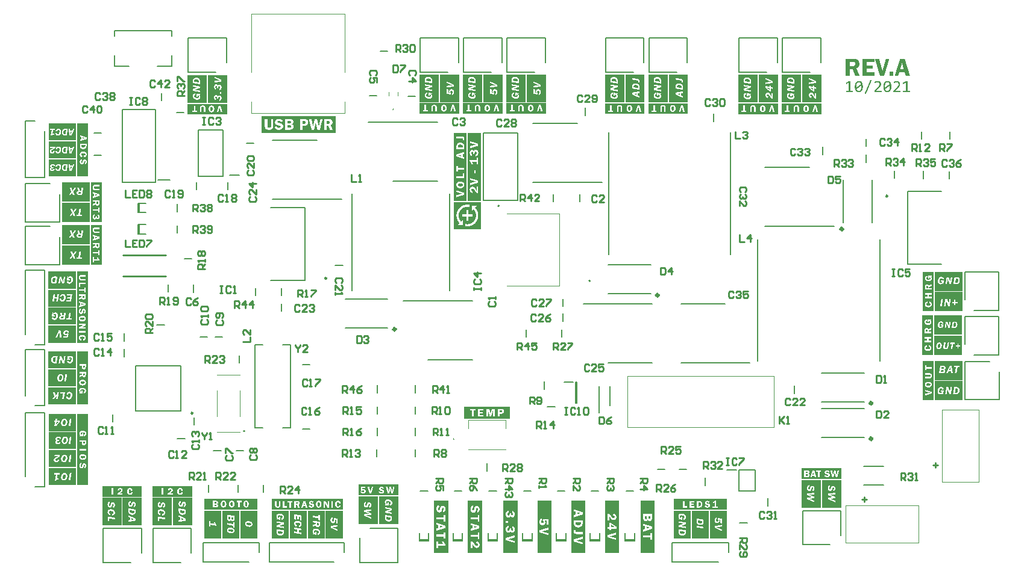
<source format=gto>
G04*
G04 #@! TF.GenerationSoftware,Altium Limited,Altium Designer,21.7.2 (23)*
G04*
G04 Layer_Color=65535*
%FSLAX25Y25*%
%MOIN*%
G70*
G04*
G04 #@! TF.SameCoordinates,B7E76543-6187-4393-8A72-02BF7DF05099*
G04*
G04*
G04 #@! TF.FilePolarity,Positive*
G04*
G01*
G75*
%ADD10C,0.00787*%
%ADD11C,0.00394*%
%ADD12C,0.00984*%
%ADD13C,0.01575*%
%ADD14C,0.01000*%
%ADD15C,0.00600*%
%ADD16C,0.00591*%
%ADD17R,0.05118X0.00803*%
%ADD18R,0.00803X0.05118*%
%ADD19R,0.05118X0.00803*%
%ADD20R,0.05118X0.00803*%
G36*
X-63033Y-14093D02*
X-63072D01*
Y-14209D01*
X-63110D01*
Y-14325D01*
X-63149D01*
Y-14481D01*
X-63188D01*
X-63188Y-14597D01*
X-63227D01*
X-63227Y-14752D01*
X-63266D01*
Y-14869D01*
X-63304D01*
Y-14985D01*
X-63343D01*
X-63343Y-15140D01*
X-63382D01*
Y-15218D01*
X-63421Y-15218D01*
X-63421Y-15373D01*
X-63459D01*
Y-15528D01*
X-63498Y-15528D01*
Y-15606D01*
X-63537D01*
Y-15761D01*
X-63576D01*
Y-15916D01*
X-63615Y-15916D01*
X-63615Y-15994D01*
X-63653D01*
Y-16149D01*
X-63692D01*
Y-16266D01*
X-63731D01*
Y-16382D01*
X-63770D01*
Y-16537D01*
X-63809Y-16537D01*
Y-16654D01*
X-63848D01*
Y-16809D01*
X-63886D01*
Y-16925D01*
X-63925D01*
Y-17042D01*
X-63964D01*
X-63964Y-17197D01*
X-64003D01*
Y-17275D01*
X-64042D01*
Y-17430D01*
X-64080D01*
Y-17585D01*
X-64119D01*
Y-17662D01*
X-64158D01*
X-64158Y-17818D01*
X-64197D01*
Y-17934D01*
X-64236D01*
Y-18050D01*
X-64274D01*
Y-18206D01*
X-64313D01*
Y-18322D01*
X-64352D01*
Y-18439D01*
X-64391D01*
X-64391Y-18594D01*
X-64430D01*
X-64430Y-18710D01*
X-64468D01*
Y-18865D01*
X-64507D01*
X-64507Y-18982D01*
X-64546D01*
Y-19098D01*
X-64585D01*
Y-19253D01*
X-64624D01*
X-64624Y-19370D01*
X-64662D01*
X-64662Y-19486D01*
X-64701D01*
Y-19642D01*
X-64740D01*
X-64740Y-19719D01*
X-64779Y-19719D01*
Y-19874D01*
X-64818D01*
Y-19991D01*
X-64856D01*
Y-20107D01*
X-64895D01*
Y-20301D01*
X-64934D01*
X-64934Y-20379D01*
X-64973Y-20379D01*
X-64973Y-20534D01*
X-65012D01*
Y-20650D01*
X-65051D01*
X-65051Y-20767D01*
X-65089D01*
X-65089Y-20922D01*
X-65128D01*
X-65128Y-21038D01*
X-65167Y-21038D01*
X-65167Y-21155D01*
X-65206D01*
Y-21310D01*
X-65245Y-21310D01*
Y-21426D01*
X-65283D01*
Y-21543D01*
X-65322D01*
Y-21698D01*
X-65361D01*
Y-21776D01*
X-65400D01*
Y-21931D01*
X-65438D01*
Y-22086D01*
X-65477D01*
Y-22164D01*
X-65516D01*
X-65516Y-22319D01*
X-65555D01*
Y-22435D01*
X-65594D01*
Y-22591D01*
X-65632D01*
Y-22746D01*
X-65671D01*
Y-22784D01*
X-65710D01*
Y-22978D01*
X-65749D01*
Y-23095D01*
X-65788D01*
Y-23211D01*
X-65826D01*
Y-23250D01*
X-68155D01*
Y-23211D01*
X-68194D01*
Y-23095D01*
X-68232D01*
Y-22978D01*
X-68271D01*
X-68271Y-22862D01*
X-68310D01*
Y-22707D01*
X-68349D01*
Y-22629D01*
X-68388D01*
X-68388Y-22474D01*
X-68426D01*
Y-22319D01*
X-68465D01*
Y-22203D01*
X-68504D01*
Y-22047D01*
X-68543D01*
Y-21970D01*
X-68582D01*
Y-21853D01*
Y-21814D01*
X-68620D01*
Y-21659D01*
X-68659D01*
Y-21582D01*
X-68698D01*
Y-21426D01*
X-68737D01*
Y-21310D01*
X-68776D01*
Y-21194D01*
X-68814D01*
Y-21000D01*
X-68853D01*
X-68853Y-20922D01*
X-68892Y-20922D01*
X-68892Y-20767D01*
X-68931D01*
X-68931Y-20612D01*
X-68970D01*
X-68970Y-20534D01*
X-69008Y-20534D01*
X-69008Y-20379D01*
X-69047D01*
Y-20262D01*
X-69086D01*
X-69086Y-20146D01*
X-69125D01*
Y-19991D01*
X-69164Y-19991D01*
Y-19874D01*
X-69202D01*
Y-19719D01*
X-69241D01*
Y-19603D01*
X-69280D01*
Y-19486D01*
X-69319D01*
Y-19331D01*
X-69358D01*
X-69358Y-19215D01*
X-69396D01*
Y-19098D01*
X-69435D01*
Y-18943D01*
X-69474D01*
Y-18827D01*
X-69513D01*
Y-18710D01*
X-69552D01*
X-69552Y-18555D01*
X-69590D01*
Y-18477D01*
X-69629D01*
X-69629Y-18283D01*
X-69668D01*
Y-18167D01*
X-69707D01*
Y-18050D01*
X-69746D01*
Y-17895D01*
X-69784D01*
X-69784Y-17818D01*
X-69823D01*
Y-17662D01*
X-69862D01*
Y-17507D01*
X-69901D01*
Y-17430D01*
X-69940D01*
Y-17275D01*
X-69978D01*
Y-17119D01*
X-70017D01*
Y-17003D01*
X-70056D01*
X-70056Y-16848D01*
X-70095D01*
Y-16770D01*
X-70134D01*
Y-16615D01*
X-70173D01*
X-70173Y-16460D01*
X-70211D01*
Y-16382D01*
X-70250D01*
Y-16227D01*
X-70289D01*
Y-16110D01*
X-70328D01*
Y-15994D01*
X-70367D01*
Y-15839D01*
X-70405D01*
Y-15722D01*
X-70444D01*
X-70444Y-15567D01*
X-70483D01*
X-70483Y-15412D01*
X-70522D01*
Y-15334D01*
X-70560D01*
X-70560Y-15179D01*
X-70599Y-15179D01*
Y-15063D01*
X-70638D01*
Y-14946D01*
X-70677D01*
X-70677Y-14791D01*
X-70716D01*
Y-14675D01*
X-70754D01*
Y-14558D01*
X-70793D01*
Y-14403D01*
X-70832D01*
Y-14287D01*
X-70871D01*
Y-14131D01*
X-70910D01*
Y-14015D01*
X-70948D01*
Y-13937D01*
X-68620D01*
Y-14054D01*
X-68582Y-14054D01*
Y-14131D01*
X-68543D01*
Y-14287D01*
X-68504D01*
Y-14481D01*
X-68465D01*
Y-14558D01*
X-68426D01*
Y-14752D01*
X-68388D01*
X-68388Y-14869D01*
X-68349D01*
Y-14985D01*
X-68310D01*
Y-15179D01*
X-68271D01*
X-68271Y-15257D01*
X-68232D01*
Y-15412D01*
X-68194D01*
Y-15606D01*
X-68155D01*
Y-15684D01*
X-68116D01*
Y-15839D01*
X-68077D01*
Y-15994D01*
X-68038D01*
Y-16110D01*
X-68000D01*
Y-16266D01*
X-67961D01*
Y-16382D01*
X-67922D01*
Y-16537D01*
X-67883D01*
Y-16692D01*
X-67844D01*
Y-16770D01*
X-67805D01*
X-67805Y-16964D01*
X-67767D01*
Y-17080D01*
X-67728D01*
X-67728Y-17197D01*
X-67689D01*
Y-17391D01*
X-67650D01*
Y-17507D01*
X-67611D01*
Y-17624D01*
X-67573Y-17624D01*
Y-17779D01*
X-67534D01*
Y-17895D01*
X-67495D01*
Y-18050D01*
X-67456D01*
Y-18206D01*
X-67418D01*
Y-18322D01*
X-67379D01*
Y-18477D01*
X-67340D01*
Y-18594D01*
X-67301D01*
X-67301Y-18749D01*
X-67262D01*
Y-18904D01*
X-67223D01*
Y-19021D01*
X-67185Y-19021D01*
Y-19176D01*
X-67146D01*
X-67146Y-19331D01*
X-67107D01*
Y-19409D01*
X-67068Y-19409D01*
Y-19603D01*
X-67029D01*
Y-19719D01*
X-66991D01*
Y-19874D01*
X-66952D01*
Y-20030D01*
X-66913D01*
Y-20107D01*
X-66874D01*
Y-20301D01*
X-66835D01*
Y-20456D01*
X-66797D01*
Y-20495D01*
X-66758D01*
Y-20456D01*
X-66719D01*
Y-20301D01*
X-66680D01*
Y-20223D01*
X-66641Y-20223D01*
Y-20068D01*
X-66603D01*
Y-19952D01*
X-66564D01*
Y-19797D01*
X-66525D01*
Y-19642D01*
X-66486D01*
Y-19564D01*
X-66447D01*
Y-19409D01*
X-66409D01*
X-66409Y-19253D01*
X-66370D01*
Y-19176D01*
X-66331Y-19176D01*
Y-18982D01*
X-66292D01*
X-66292Y-18865D01*
X-66253D01*
Y-18749D01*
X-66215D01*
X-66215Y-18594D01*
X-66176D01*
X-66176Y-18477D01*
X-66137Y-18477D01*
Y-18322D01*
X-66098D01*
Y-18206D01*
X-66059D01*
Y-18089D01*
X-66021D01*
Y-17934D01*
X-65982D01*
Y-17818D01*
X-65943D01*
X-65943Y-17701D01*
X-65904D01*
Y-17507D01*
X-65865D01*
Y-17430D01*
X-65826D01*
Y-17275D01*
X-65788D01*
X-65788Y-17119D01*
X-65749D01*
X-65749Y-17042D01*
X-65710D01*
X-65710Y-16848D01*
X-65671D01*
Y-16731D01*
X-65632D01*
Y-16615D01*
X-65594D01*
Y-16460D01*
X-65555D01*
Y-16343D01*
X-65516D01*
Y-16227D01*
X-65477D01*
Y-16072D01*
X-65438D01*
Y-15955D01*
X-65400D01*
Y-15800D01*
X-65361D01*
Y-15684D01*
X-65322D01*
Y-15567D01*
X-65283D01*
Y-15412D01*
X-65245D01*
X-65245Y-15295D01*
X-65206Y-15295D01*
X-65206Y-15140D01*
X-65167Y-15140D01*
X-65167Y-14985D01*
X-65128D01*
X-65128Y-14908D01*
X-65089D01*
Y-14752D01*
X-65051D01*
Y-14597D01*
X-65012Y-14597D01*
X-65012Y-14481D01*
X-64973D01*
Y-14325D01*
X-64934D01*
Y-14248D01*
X-64895D01*
X-64895Y-14093D01*
X-64856Y-14093D01*
Y-13937D01*
X-63033D01*
Y-14093D01*
D02*
G37*
G36*
X-82240Y-13976D02*
X-81969D01*
X-81969Y-14015D01*
X-81775D01*
Y-14054D01*
X-81542Y-14054D01*
Y-14093D01*
X-81425D01*
Y-14131D01*
X-81270Y-14131D01*
X-81270Y-14170D01*
X-81154D01*
Y-14209D01*
X-81076D01*
Y-14248D01*
X-80960D01*
Y-14287D01*
X-80921D01*
Y-14325D01*
X-80843Y-14325D01*
X-80843Y-14364D01*
X-80766D01*
Y-14403D01*
X-80727D01*
Y-14442D01*
X-80649D01*
Y-14481D01*
X-80611D01*
Y-14519D01*
X-80572D01*
Y-14558D01*
X-80494Y-14558D01*
Y-14597D01*
X-80455D01*
Y-14636D01*
X-80417D01*
Y-14675D01*
X-80378D01*
Y-14714D01*
X-80339D01*
Y-14752D01*
X-80300D01*
Y-14791D01*
X-80261D01*
Y-14830D01*
X-80222D01*
Y-14908D01*
X-80184Y-14908D01*
Y-14946D01*
X-80145D01*
Y-14985D01*
X-80106D01*
Y-15063D01*
X-80067D01*
Y-15101D01*
X-80028D01*
X-80028Y-15140D01*
X-79990D01*
Y-15218D01*
X-79951Y-15218D01*
X-79951Y-15295D01*
X-79912D01*
Y-15373D01*
X-79873D01*
Y-15412D01*
X-79835D01*
X-79835Y-15528D01*
X-79796Y-15528D01*
Y-15606D01*
X-79757D01*
Y-15684D01*
X-79718D01*
X-79718Y-15839D01*
X-79679Y-15839D01*
Y-15955D01*
X-79640D01*
Y-16072D01*
X-79602D01*
Y-16382D01*
X-79563D01*
X-79563Y-17042D01*
X-79602Y-17042D01*
Y-17391D01*
X-79640D01*
Y-17507D01*
X-79679D01*
Y-17624D01*
X-79718Y-17624D01*
X-79718Y-17779D01*
X-79757D01*
Y-17818D01*
X-79796D01*
Y-17934D01*
X-79835Y-17934D01*
Y-18012D01*
X-79873D01*
Y-18050D01*
X-79912D01*
Y-18128D01*
X-79951D01*
Y-18167D01*
X-79990D01*
Y-18245D01*
X-80028D01*
X-80028Y-18283D01*
X-80067D01*
X-80067Y-18322D01*
X-80106D01*
Y-18400D01*
X-80145Y-18400D01*
X-80145Y-18439D01*
X-80184Y-18439D01*
X-80184Y-18477D01*
X-80222Y-18477D01*
X-80222Y-18516D01*
X-80261D01*
X-80261Y-18555D01*
X-80300Y-18555D01*
X-80300Y-18594D01*
X-80339Y-18594D01*
Y-18633D01*
X-80378D01*
Y-18671D01*
X-80417D01*
Y-18710D01*
X-80494D01*
Y-18749D01*
X-80533D01*
Y-18788D01*
X-80572D01*
Y-18827D01*
X-80649D01*
Y-18865D01*
X-80688D01*
Y-18904D01*
X-80766D01*
Y-18943D01*
X-80843D01*
Y-18982D01*
X-80882D01*
X-80882Y-19021D01*
X-80960D01*
Y-19059D01*
X-81037D01*
Y-19098D01*
X-81115D01*
Y-19137D01*
X-81154D01*
Y-19215D01*
X-81115D01*
Y-19331D01*
X-81076D01*
Y-19409D01*
X-81037D01*
Y-19525D01*
X-80998D01*
Y-19564D01*
X-80960D01*
Y-19680D01*
X-80921D01*
Y-19797D01*
X-80882D01*
Y-19874D01*
X-80843D01*
Y-19991D01*
X-80805D01*
Y-20030D01*
X-80766D01*
Y-20146D01*
X-80727D01*
Y-20223D01*
X-80688D01*
Y-20301D01*
X-80649D01*
Y-20417D01*
X-80611D01*
X-80611Y-20534D01*
X-80572D01*
Y-20573D01*
X-80533D01*
X-80533Y-20728D01*
X-80494Y-20728D01*
Y-20767D01*
X-80455D01*
Y-20883D01*
X-80417D01*
X-80417Y-21000D01*
X-80378D01*
Y-21077D01*
X-80339D01*
Y-21155D01*
X-80300D01*
Y-21271D01*
X-80261D01*
X-80261Y-21349D01*
X-80222D01*
Y-21465D01*
X-80184D01*
Y-21504D01*
X-80145D01*
Y-21620D01*
X-80106D01*
Y-21737D01*
X-80067D01*
Y-21814D01*
X-80028D01*
Y-21892D01*
X-79990D01*
Y-22008D01*
X-79951D01*
Y-22086D01*
X-79912D01*
Y-22203D01*
X-79873D01*
X-79873Y-22280D01*
X-79835D01*
Y-22358D01*
X-79796D01*
Y-22474D01*
X-79757D01*
Y-22513D01*
X-79718D01*
X-79718Y-22629D01*
X-79679D01*
X-79679Y-22746D01*
X-79640D01*
Y-22823D01*
X-79602D01*
Y-22940D01*
X-79563D01*
Y-23017D01*
X-79524D01*
X-79524Y-23095D01*
X-79485Y-23095D01*
X-79485Y-23250D01*
X-81813D01*
X-81813Y-23211D01*
X-81891D01*
Y-23095D01*
X-81930D01*
Y-23017D01*
X-81969D01*
Y-22901D01*
X-82007D01*
Y-22784D01*
X-82046D01*
Y-22707D01*
X-82085D01*
Y-22591D01*
X-82124D01*
X-82124Y-22513D01*
X-82163Y-22513D01*
X-82163Y-22397D01*
X-82201D01*
Y-22280D01*
X-82240D01*
Y-22241D01*
X-82279Y-22241D01*
Y-22086D01*
X-82318Y-22086D01*
X-82318Y-22008D01*
X-82357D01*
Y-21931D01*
X-82395D01*
X-82395Y-21776D01*
X-82434D01*
Y-21737D01*
X-82473D01*
Y-21620D01*
X-82512D01*
Y-21504D01*
X-82551D01*
Y-21426D01*
X-82590D01*
Y-21310D01*
X-82628D01*
Y-21232D01*
X-82667D01*
Y-21116D01*
X-82706D01*
Y-21000D01*
X-82745D01*
Y-20922D01*
X-82784D01*
Y-20806D01*
X-82822D01*
X-82822Y-20728D01*
X-82861D01*
Y-20650D01*
X-82900D01*
Y-20495D01*
X-82939D01*
X-82939Y-20417D01*
X-82977Y-20417D01*
Y-20340D01*
X-83016Y-20340D01*
Y-20223D01*
X-83055D01*
Y-20146D01*
X-83094D01*
Y-20030D01*
X-83133D01*
Y-19913D01*
X-83171D01*
Y-19836D01*
X-83210D01*
X-83210Y-19719D01*
X-83249Y-19719D01*
Y-19642D01*
X-83288D01*
Y-19564D01*
X-84840D01*
Y-19603D01*
X-84879D01*
Y-23173D01*
X-84840D01*
Y-23211D01*
X-84879D01*
Y-23250D01*
X-87052Y-23250D01*
Y-13937D01*
X-82240D01*
Y-13976D01*
D02*
G37*
G36*
X-71220Y-15684D02*
X-75644D01*
X-75644Y-17624D01*
X-72151D01*
Y-19331D01*
X-72190D01*
Y-19370D01*
X-72229Y-19370D01*
Y-19331D01*
X-75605D01*
Y-19370D01*
X-75644D01*
Y-21388D01*
X-71259D01*
Y-21426D01*
X-71220D01*
Y-23211D01*
X-71259D01*
Y-23250D01*
X-73432D01*
X-77855Y-23250D01*
Y-13937D01*
X-71220D01*
Y-15684D01*
D02*
G37*
G36*
X-54457Y-14054D02*
X-54418D01*
Y-14209D01*
X-54380D01*
Y-14287D01*
X-54341D01*
Y-14481D01*
X-54302D01*
Y-14597D01*
X-54263Y-14597D01*
Y-14675D01*
X-54224D01*
X-54224Y-14830D01*
X-54186D01*
Y-14946D01*
X-54147D01*
X-54147Y-15063D01*
X-54108D01*
X-54108Y-15218D01*
X-54069D01*
Y-15295D01*
X-54030D01*
X-54030Y-15451D01*
X-53992D01*
X-53992Y-15567D01*
X-53953D01*
X-53953Y-15684D01*
X-53914D01*
X-53914Y-15839D01*
X-53875D01*
Y-15916D01*
X-53836D01*
Y-16033D01*
X-53798D01*
Y-16227D01*
X-53759D01*
Y-16304D01*
X-53720D01*
X-53720Y-16460D01*
X-53681D01*
Y-16576D01*
X-53642D01*
Y-16654D01*
X-53604Y-16654D01*
Y-16809D01*
X-53565Y-16809D01*
Y-16925D01*
X-53526Y-16925D01*
Y-17042D01*
X-53487D01*
X-53487Y-17197D01*
X-53448D01*
Y-17275D01*
X-53409D01*
Y-17430D01*
X-53371D01*
Y-17546D01*
X-53332D01*
Y-17662D01*
X-53293D01*
Y-17818D01*
X-53254D01*
Y-17934D01*
X-53215Y-17934D01*
Y-18050D01*
X-53177D01*
Y-18206D01*
X-53138D01*
Y-18283D01*
X-53099D01*
Y-18439D01*
X-53060D01*
Y-18555D01*
X-53022D01*
Y-18671D01*
X-52983D01*
Y-18788D01*
X-52944D01*
Y-18904D01*
X-52905D01*
X-52905Y-19021D01*
X-52866D01*
Y-19176D01*
X-52828D01*
Y-19253D01*
X-52789D01*
Y-19409D01*
X-52750D01*
Y-19525D01*
X-52711D01*
Y-19642D01*
X-52672D01*
Y-19797D01*
X-52634D01*
Y-19913D01*
X-52595D01*
Y-20030D01*
X-52556D01*
Y-20185D01*
X-52517D01*
Y-20262D01*
X-52478D01*
Y-20417D01*
X-52439D01*
Y-20534D01*
X-52401D01*
Y-20650D01*
X-52362D01*
Y-20806D01*
X-52323Y-20806D01*
Y-20922D01*
X-52284D01*
Y-21038D01*
X-52245D01*
Y-21155D01*
X-52207D01*
Y-21271D01*
X-52168Y-21271D01*
Y-21388D01*
X-52129D01*
Y-21543D01*
X-52090D01*
X-52090Y-21620D01*
X-52051D01*
Y-21776D01*
X-52013D01*
Y-21892D01*
X-51974D01*
Y-22008D01*
X-51935D01*
Y-22164D01*
X-51896D01*
Y-22241D01*
X-51857D01*
Y-22397D01*
X-51819D01*
Y-22552D01*
X-51780Y-22552D01*
Y-22629D01*
X-51741D01*
X-51741Y-22784D01*
X-51702D01*
Y-22901D01*
X-51663D01*
X-51663Y-22978D01*
X-51625D01*
X-51625Y-23250D01*
X-53914D01*
X-53914Y-23173D01*
X-53953D01*
Y-23095D01*
X-53992D01*
Y-22940D01*
X-54030Y-22940D01*
X-54030Y-22823D01*
X-54069D01*
Y-22707D01*
X-54108D01*
Y-22552D01*
X-54147D01*
X-54147Y-22435D01*
X-54186D01*
Y-22319D01*
X-54224D01*
X-54224Y-22164D01*
X-54263D01*
Y-22047D01*
X-54302D01*
Y-21892D01*
X-54341D01*
Y-21776D01*
X-54380D01*
Y-21659D01*
X-54418D01*
Y-21504D01*
X-54457D01*
Y-21426D01*
X-54496D01*
Y-21310D01*
X-57484Y-21310D01*
Y-21349D01*
X-57523D01*
Y-21465D01*
X-57561D01*
Y-21620D01*
X-57600D01*
Y-21659D01*
X-57639D01*
Y-21853D01*
X-57678D01*
Y-21931D01*
X-57717D01*
Y-22086D01*
X-57756Y-22086D01*
X-57756Y-22241D01*
X-57794D01*
Y-22319D01*
X-57833D01*
Y-22474D01*
X-57872Y-22474D01*
Y-22591D01*
X-57911D01*
X-57911Y-22707D01*
X-57950D01*
X-57950Y-22862D01*
X-57988Y-22862D01*
X-57988Y-22978D01*
X-58027D01*
Y-23095D01*
X-58066D01*
Y-23211D01*
X-58105D01*
Y-23250D01*
X-59967D01*
Y-23211D01*
X-60006D01*
Y-23173D01*
X-59967D01*
Y-23056D01*
X-59928D01*
Y-22940D01*
X-59890D01*
X-59890Y-22784D01*
X-59851D01*
Y-22707D01*
X-59812D01*
Y-22591D01*
X-59773D01*
X-59773Y-22435D01*
X-59734D01*
X-59734Y-22358D01*
X-59696D01*
X-59696Y-22203D01*
X-59657D01*
Y-22086D01*
X-59618D01*
Y-21970D01*
X-59579Y-21970D01*
Y-21853D01*
X-59540D01*
Y-21737D01*
X-59502D01*
Y-21582D01*
X-59463D01*
Y-21465D01*
X-59424D01*
Y-21388D01*
X-59385D01*
Y-21232D01*
X-59346D01*
Y-21155D01*
X-59308D01*
Y-21000D01*
X-59269D01*
Y-20844D01*
X-59230D01*
Y-20767D01*
X-59191D01*
Y-20650D01*
X-59152Y-20650D01*
Y-20495D01*
X-59114D01*
Y-20417D01*
X-59075D01*
Y-20262D01*
X-59036D01*
Y-20185D01*
X-58997D01*
Y-20030D01*
X-58958D01*
Y-19874D01*
X-58920D01*
Y-19836D01*
X-58881D01*
Y-19642D01*
X-58842D01*
Y-19525D01*
X-58803D01*
X-58803Y-19447D01*
X-58764D01*
X-58764Y-19292D01*
X-58726D01*
Y-19176D01*
X-58687D01*
Y-19059D01*
X-58648D01*
Y-18904D01*
X-58609D01*
Y-18827D01*
X-58570D01*
Y-18710D01*
X-58531D01*
X-58532Y-18555D01*
X-58493D01*
Y-18477D01*
X-58454D01*
Y-18322D01*
X-58415D01*
Y-18206D01*
X-58376D01*
Y-18089D01*
X-58337D01*
Y-17973D01*
X-58299D01*
Y-17856D01*
X-58260D01*
Y-17701D01*
X-58221D01*
Y-17585D01*
X-58182D01*
X-58182Y-17507D01*
X-58144D01*
Y-17352D01*
X-58105D01*
Y-17236D01*
X-58066D01*
Y-17119D01*
X-58027D01*
X-58027Y-16964D01*
X-57988D01*
X-57988Y-16886D01*
X-57950D01*
X-57950Y-16770D01*
X-57911D01*
X-57911Y-16615D01*
X-57872D01*
X-57872Y-16537D01*
X-57833D01*
Y-16382D01*
X-57794D01*
Y-16266D01*
X-57756D01*
Y-16149D01*
X-57717D01*
Y-16033D01*
X-57678D01*
Y-15916D01*
X-57639D01*
Y-15800D01*
X-57600D01*
Y-15684D01*
X-57561D01*
X-57561Y-15567D01*
X-57523D01*
Y-15528D01*
Y-15412D01*
X-57484D01*
X-57484Y-15295D01*
X-57445D01*
Y-15179D01*
X-57406D01*
X-57406Y-15024D01*
X-57367D01*
X-57367Y-14946D01*
X-57329D01*
Y-14830D01*
X-57290D01*
Y-14675D01*
X-57251D01*
Y-14597D01*
X-57212D01*
Y-14442D01*
X-57173D01*
Y-14325D01*
X-57135D01*
Y-14209D01*
X-57096D01*
Y-14093D01*
X-57057D01*
Y-13976D01*
X-57018D01*
Y-13937D01*
X-54457D01*
Y-14054D01*
D02*
G37*
G36*
X-60743Y-23211D02*
X-60782D01*
X-60782Y-23250D01*
X-62839D01*
Y-21504D01*
Y-21465D01*
X-62839Y-21116D01*
X-60743D01*
Y-23211D01*
D02*
G37*
G36*
X-58570Y-26199D02*
X-58337D01*
Y-26238D01*
X-58221Y-26238D01*
Y-26277D01*
X-58105Y-26277D01*
Y-26316D01*
X-57988D01*
Y-26354D01*
X-57911D01*
Y-26393D01*
X-57833D01*
Y-26432D01*
X-57794D01*
Y-26471D01*
X-57717D01*
Y-26510D01*
X-57678D01*
Y-26548D01*
X-57639D01*
Y-26587D01*
X-57600Y-26587D01*
Y-26626D01*
X-57561D01*
Y-26665D01*
X-57523D01*
Y-26704D01*
X-57484D01*
Y-26742D01*
X-57445D01*
Y-26781D01*
X-57406D01*
X-57406Y-26820D01*
X-57367D01*
X-57367Y-26859D01*
X-57329D01*
Y-26936D01*
X-57290D01*
Y-27014D01*
X-57251D01*
Y-27092D01*
X-57212D01*
Y-27169D01*
X-57173D01*
Y-27247D01*
X-57135D01*
Y-27402D01*
X-57096D01*
X-57096Y-27635D01*
X-57057D01*
Y-28256D01*
X-57096D01*
Y-28488D01*
X-57135Y-28488D01*
Y-28644D01*
X-57174D01*
Y-28721D01*
X-57212D01*
X-57212Y-28838D01*
X-57251D01*
Y-28915D01*
X-57290D01*
Y-28993D01*
X-57329D01*
Y-29071D01*
X-57367D01*
Y-29109D01*
X-57406D01*
Y-29187D01*
X-57445D01*
Y-29265D01*
X-57484D01*
Y-29303D01*
X-57523D01*
Y-29381D01*
X-57561D01*
Y-29420D01*
X-57600D01*
Y-29459D01*
X-57639D01*
Y-29497D01*
X-57678D01*
Y-29575D01*
X-57717D01*
X-57717Y-29614D01*
X-57756D01*
Y-29653D01*
X-57794D01*
Y-29691D01*
X-57833Y-29691D01*
Y-29730D01*
X-57872D01*
Y-29808D01*
X-57950Y-29808D01*
Y-29886D01*
X-57988D01*
Y-29924D01*
X-58027D01*
Y-29963D01*
X-58066D01*
Y-30002D01*
X-58105D01*
Y-30041D01*
X-58144D01*
Y-30079D01*
X-58182D01*
Y-30118D01*
X-58221D01*
Y-30157D01*
X-58260D01*
Y-30196D01*
X-58299D01*
Y-30235D01*
X-58337D01*
Y-30274D01*
X-58376D01*
Y-30312D01*
X-58415D01*
Y-30351D01*
X-58454D01*
Y-30390D01*
X-58493D01*
Y-30429D01*
X-58532D01*
Y-30468D01*
X-58570D01*
Y-30506D01*
X-58609D01*
Y-30545D01*
X-58648D01*
Y-30584D01*
X-58687D01*
Y-30623D01*
X-58726D01*
Y-30661D01*
X-58764D01*
Y-30700D01*
X-58803D01*
Y-30739D01*
X-58842D01*
Y-30778D01*
X-58881Y-30778D01*
Y-30817D01*
X-58920D01*
Y-30856D01*
X-58958D01*
Y-30894D01*
X-58997D01*
Y-30933D01*
X-59036D01*
Y-30972D01*
X-59114D01*
Y-31050D01*
X-59191D01*
Y-31127D01*
X-59269D01*
Y-31166D01*
X-59308D01*
Y-31244D01*
X-59385D01*
Y-31282D01*
X-59424D01*
Y-31360D01*
X-59502D01*
X-59502Y-31438D01*
X-59579D01*
Y-31476D01*
X-59618D01*
Y-31593D01*
X-56747Y-31593D01*
Y-32330D01*
X-57018Y-32330D01*
X-60666D01*
Y-32369D01*
X-60704D01*
Y-32330D01*
X-60743D01*
Y-31593D01*
X-60704D01*
Y-31554D01*
X-60666D01*
Y-31515D01*
X-60627D01*
Y-31476D01*
X-60588D01*
X-60588Y-31438D01*
X-60549D01*
Y-31399D01*
X-60510D01*
Y-31360D01*
X-60472D01*
Y-31321D01*
X-60433D01*
Y-31282D01*
X-60394D01*
Y-31244D01*
X-60355D01*
X-60355Y-31205D01*
X-60316D01*
Y-31166D01*
X-60278D01*
Y-31127D01*
X-60239D01*
Y-31088D01*
X-60200D01*
Y-31050D01*
X-60161D01*
X-60161Y-31011D01*
X-60123D01*
X-60123Y-30972D01*
X-60084D01*
Y-30933D01*
X-60045D01*
Y-30894D01*
X-60006D01*
Y-30856D01*
X-59967D01*
Y-30817D01*
X-59928D01*
Y-30778D01*
X-59890D01*
Y-30739D01*
X-59851D01*
Y-30700D01*
X-59812D01*
Y-30661D01*
X-59773D01*
Y-30623D01*
X-59734D01*
Y-30584D01*
X-59696D01*
Y-30545D01*
X-59657D01*
Y-30506D01*
X-59618D01*
Y-30468D01*
X-59579D01*
Y-30429D01*
X-59540D01*
Y-30390D01*
X-59502D01*
Y-30351D01*
X-59463D01*
Y-30312D01*
X-59424D01*
X-59424Y-30274D01*
X-59385D01*
Y-30235D01*
X-59346D01*
Y-30196D01*
X-59308Y-30196D01*
Y-30157D01*
X-59269Y-30157D01*
Y-30118D01*
X-59230D01*
Y-30079D01*
X-59191Y-30079D01*
Y-30041D01*
X-59152D01*
Y-30002D01*
X-59114D01*
X-59114Y-29963D01*
X-59075Y-29963D01*
Y-29924D01*
X-59036D01*
Y-29886D01*
X-58997D01*
Y-29847D01*
X-58958D01*
Y-29808D01*
X-58920D01*
Y-29769D01*
X-58881D01*
Y-29730D01*
X-58842D01*
Y-29691D01*
X-58803D01*
Y-29653D01*
X-58764D01*
Y-29614D01*
X-58726D01*
Y-29575D01*
X-58687D01*
Y-29536D01*
X-58648D01*
Y-29459D01*
X-58609D01*
Y-29420D01*
X-58570Y-29420D01*
Y-29381D01*
X-58531D01*
Y-29342D01*
X-58493D01*
Y-29303D01*
X-58454D01*
Y-29265D01*
X-58415D01*
Y-29226D01*
X-58376D01*
Y-29148D01*
X-58337D01*
Y-29109D01*
X-58299D01*
Y-29032D01*
X-58260D01*
Y-28993D01*
X-58221Y-28993D01*
X-58221Y-28915D01*
X-58182D01*
Y-28877D01*
X-58144D01*
Y-28799D01*
X-58105D01*
Y-28721D01*
X-58066D01*
Y-28605D01*
X-58027D01*
Y-28488D01*
X-57988D01*
Y-28372D01*
X-57950D01*
Y-27674D01*
X-57988D01*
Y-27557D01*
X-58027D01*
Y-27441D01*
X-58066D01*
Y-27363D01*
X-58105D01*
Y-27325D01*
X-58144D01*
Y-27247D01*
X-58182D01*
Y-27208D01*
X-58221D01*
X-58221Y-27169D01*
X-58260D01*
Y-27130D01*
X-58299D01*
Y-27092D01*
X-58337D01*
Y-27053D01*
X-58376D01*
Y-27014D01*
X-58454D01*
Y-26975D01*
X-58570D01*
Y-26936D01*
X-58648D01*
Y-26898D01*
X-59346D01*
Y-26936D01*
X-59463D01*
Y-26975D01*
X-59540D01*
Y-27014D01*
X-59657D01*
Y-27053D01*
X-59696D01*
Y-27092D01*
X-59773D01*
Y-27130D01*
X-59851D01*
Y-27169D01*
X-59890D01*
Y-27208D01*
X-59967D01*
Y-27247D01*
X-60006D01*
Y-27286D01*
X-60045D01*
Y-27325D01*
X-60084D01*
Y-27363D01*
X-60161Y-27363D01*
Y-27402D01*
X-60200D01*
Y-27441D01*
X-60239D01*
Y-27480D01*
X-60316D01*
Y-27441D01*
X-60355D01*
Y-27363D01*
X-60394D01*
Y-27325D01*
X-60433D01*
Y-27286D01*
X-60472D01*
Y-27247D01*
X-60510D01*
Y-27208D01*
X-60549D01*
X-60549Y-27130D01*
X-60588D01*
X-60588Y-27092D01*
X-60627D01*
Y-27053D01*
X-60666D01*
Y-27014D01*
X-60704D01*
Y-26936D01*
X-60666D01*
Y-26898D01*
X-60627D01*
Y-26859D01*
X-60588D01*
Y-26820D01*
X-60549D01*
Y-26781D01*
X-60510D01*
Y-26742D01*
X-60472D01*
Y-26704D01*
X-60394D01*
Y-26665D01*
X-60355D01*
Y-26626D01*
X-60316D01*
Y-26587D01*
X-60239Y-26587D01*
Y-26548D01*
X-60200D01*
Y-26510D01*
X-60123D01*
Y-26471D01*
X-60045D01*
Y-26432D01*
X-60006D01*
Y-26393D01*
X-59890D01*
Y-26354D01*
X-59812D01*
Y-26316D01*
X-59734D01*
Y-26277D01*
X-59579Y-26277D01*
X-59579Y-26238D01*
X-59463D01*
Y-26199D01*
X-59191Y-26199D01*
Y-26160D01*
X-58570Y-26160D01*
Y-26199D01*
D02*
G37*
G36*
X-69125D02*
X-68853D01*
Y-26238D01*
X-68775D01*
Y-26277D01*
X-68659D01*
Y-26316D01*
X-68543D01*
Y-26354D01*
X-68465D01*
Y-26393D01*
X-68388D01*
Y-26432D01*
X-68349D01*
Y-26471D01*
X-68271D01*
Y-26510D01*
X-68232D01*
Y-26548D01*
X-68194D01*
Y-26587D01*
X-68116D01*
Y-26665D01*
X-68077D01*
Y-26704D01*
X-68000D01*
Y-26781D01*
X-67961D01*
X-67961Y-26820D01*
X-67922D01*
Y-26859D01*
X-67883D01*
Y-26936D01*
X-67844D01*
Y-26975D01*
X-67805D01*
Y-27053D01*
X-67767D01*
Y-27169D01*
X-67728Y-27169D01*
Y-27247D01*
X-67689D01*
Y-27402D01*
X-67650D01*
Y-27557D01*
X-67611D01*
Y-28333D01*
X-67650D01*
Y-28488D01*
X-67689D01*
Y-28644D01*
X-67728Y-28644D01*
Y-28760D01*
X-67767D01*
Y-28838D01*
X-67805D01*
Y-28954D01*
X-67844D01*
Y-28993D01*
X-67883D01*
Y-29071D01*
X-67922D01*
Y-29148D01*
X-67961D01*
Y-29187D01*
X-68000D01*
Y-29265D01*
X-68038D01*
Y-29303D01*
X-68077D01*
Y-29381D01*
X-68116D01*
Y-29420D01*
X-68155D01*
Y-29459D01*
X-68194D01*
Y-29536D01*
X-68232D01*
Y-29575D01*
X-68271D01*
X-68271Y-29614D01*
X-68310D01*
Y-29653D01*
X-68349D01*
Y-29691D01*
X-68388D01*
Y-29769D01*
X-68426D01*
Y-29808D01*
X-68465D01*
Y-29847D01*
X-68504D01*
Y-29886D01*
X-68543D01*
Y-29924D01*
X-68582D01*
Y-29963D01*
X-68620D01*
X-68620Y-30002D01*
X-68659D01*
Y-30041D01*
X-68698D01*
X-68698Y-30079D01*
X-68737D01*
Y-30118D01*
X-68776D01*
Y-30157D01*
X-68814D01*
Y-30196D01*
X-68853D01*
Y-30235D01*
X-68892D01*
Y-30274D01*
X-68931D01*
X-68931Y-30312D01*
X-68970D01*
Y-30351D01*
X-69008D01*
Y-30390D01*
X-69047D01*
Y-30429D01*
X-69086D01*
Y-30468D01*
X-69125D01*
Y-30506D01*
X-69164Y-30506D01*
Y-30545D01*
X-69202D01*
Y-30584D01*
X-69241D01*
Y-30623D01*
X-69280D01*
Y-30661D01*
X-69319D01*
Y-30700D01*
X-69358D01*
Y-30739D01*
X-69396D01*
Y-30778D01*
X-69435D01*
Y-30817D01*
X-69474D01*
Y-30856D01*
X-69513D01*
Y-30894D01*
X-69552D01*
Y-30933D01*
X-69590D01*
Y-30972D01*
X-69629Y-30972D01*
Y-31011D01*
X-69668D01*
Y-31050D01*
X-69707D01*
Y-31088D01*
X-69746D01*
Y-31127D01*
X-69784D01*
Y-31166D01*
X-69823D01*
Y-31205D01*
X-69862D01*
Y-31244D01*
X-69901D01*
Y-31282D01*
X-69940D01*
Y-31321D01*
X-69978D01*
Y-31360D01*
X-70017D01*
X-70017Y-31399D01*
X-70056D01*
Y-31438D01*
X-70095D01*
X-70095Y-31476D01*
X-70134D01*
Y-31515D01*
X-70173D01*
Y-31593D01*
X-67301D01*
Y-31632D01*
X-67262D01*
X-67262Y-31709D01*
X-67301Y-31709D01*
X-67301Y-31748D01*
X-67262D01*
Y-32214D01*
X-67301D01*
Y-32252D01*
X-67262D01*
Y-32330D01*
X-71220D01*
Y-32369D01*
X-71259D01*
Y-32330D01*
X-71298D01*
X-71298Y-31593D01*
X-71259D01*
Y-31554D01*
X-71220D01*
Y-31515D01*
X-71181D01*
Y-31476D01*
X-71143D01*
X-71143Y-31438D01*
X-71104D01*
X-71104Y-31399D01*
X-71065Y-31399D01*
Y-31360D01*
X-71026D01*
Y-31321D01*
X-70987Y-31321D01*
X-70987Y-31282D01*
X-70948D01*
Y-31244D01*
X-70910D01*
Y-31205D01*
X-70871Y-31205D01*
Y-31166D01*
X-70832D01*
Y-31127D01*
X-70793D01*
Y-31088D01*
X-70754D01*
Y-31050D01*
X-70716D01*
Y-31011D01*
X-70677Y-31011D01*
X-70677Y-30972D01*
X-70638Y-30972D01*
X-70638Y-30933D01*
X-70599D01*
Y-30894D01*
X-70560D01*
Y-30856D01*
X-70522D01*
Y-30817D01*
X-70483D01*
Y-30778D01*
X-70444D01*
Y-30739D01*
X-70405D01*
Y-30700D01*
X-70367D01*
X-70367Y-30661D01*
X-70328D01*
Y-30623D01*
X-70289D01*
Y-30584D01*
X-70250D01*
Y-30545D01*
X-70211D01*
Y-30506D01*
X-70173D01*
Y-30468D01*
X-70134D01*
X-70134Y-30429D01*
X-70095D01*
Y-30390D01*
X-70056D01*
Y-30351D01*
X-70017D01*
Y-30312D01*
X-69978D01*
Y-30274D01*
X-69940D01*
Y-30235D01*
X-69901D01*
Y-30196D01*
X-69862Y-30196D01*
X-69862Y-30157D01*
X-69823D01*
Y-30118D01*
X-69784D01*
Y-30079D01*
X-69746D01*
Y-30041D01*
X-69707D01*
Y-30002D01*
X-69668D01*
Y-29963D01*
X-69629Y-29963D01*
X-69629Y-29924D01*
X-69590Y-29924D01*
X-69590Y-29886D01*
X-69552D01*
X-69552Y-29847D01*
X-69513D01*
Y-29808D01*
X-69474D01*
Y-29769D01*
X-69435D01*
Y-29730D01*
X-69396D01*
Y-29691D01*
X-69358D01*
Y-29653D01*
X-69319D01*
Y-29614D01*
X-69280D01*
X-69280Y-29575D01*
X-69241Y-29575D01*
X-69241Y-29536D01*
X-69202D01*
X-69202Y-29497D01*
X-69164Y-29497D01*
Y-29459D01*
X-69125Y-29459D01*
Y-29420D01*
X-69086D01*
Y-29342D01*
X-69047D01*
Y-29303D01*
X-69008D01*
Y-29265D01*
X-68970D01*
Y-29226D01*
X-68931D01*
Y-29148D01*
X-68892D01*
Y-29109D01*
X-68853D01*
Y-29071D01*
X-68814D01*
Y-28993D01*
X-68776D01*
Y-28954D01*
X-68737D01*
Y-28877D01*
X-68698D01*
Y-28799D01*
X-68659D01*
Y-28760D01*
X-68620D01*
Y-28644D01*
X-68582D01*
Y-28527D01*
X-68543D01*
Y-28411D01*
X-68504D01*
Y-27635D01*
X-68543D01*
Y-27557D01*
X-68582D01*
Y-27441D01*
X-68620D01*
Y-27363D01*
X-68659D01*
Y-27286D01*
X-68698D01*
Y-27247D01*
X-68737D01*
Y-27169D01*
X-68776D01*
Y-27130D01*
X-68853Y-27130D01*
Y-27092D01*
X-68892D01*
Y-27053D01*
X-68931D01*
Y-27014D01*
X-69008D01*
Y-26975D01*
X-69086D01*
Y-26936D01*
X-69202Y-26936D01*
X-69202Y-26898D01*
X-69901D01*
Y-26936D01*
X-70017D01*
Y-26975D01*
X-70095D01*
Y-27014D01*
X-70211D01*
Y-27053D01*
X-70250D01*
Y-27092D01*
X-70328D01*
Y-27130D01*
X-70405D01*
Y-27169D01*
X-70444D01*
Y-27208D01*
X-70522D01*
Y-27247D01*
X-70560D01*
Y-27286D01*
X-70599D01*
Y-27325D01*
X-70638D01*
Y-27363D01*
X-70677D01*
Y-27402D01*
X-70754D01*
Y-27441D01*
X-70793D01*
Y-27480D01*
X-70871Y-27480D01*
X-70871Y-27402D01*
X-70910D01*
Y-27363D01*
X-70948D01*
Y-27325D01*
X-70987D01*
Y-27286D01*
X-71026D01*
Y-27247D01*
X-71065D01*
Y-27169D01*
X-71104D01*
Y-27130D01*
X-71143D01*
Y-27092D01*
X-71181D01*
Y-27053D01*
X-71220D01*
Y-26975D01*
X-71259D01*
Y-26936D01*
X-71220D01*
Y-26898D01*
X-71181D01*
Y-26859D01*
X-71143D01*
Y-26820D01*
X-71104D01*
Y-26781D01*
X-71065D01*
Y-26742D01*
X-71026D01*
Y-26704D01*
X-70948D01*
Y-26665D01*
X-70910D01*
Y-26626D01*
X-70871D01*
Y-26587D01*
X-70793D01*
Y-26548D01*
X-70754D01*
Y-26510D01*
X-70677Y-26510D01*
Y-26471D01*
X-70599D01*
Y-26432D01*
X-70560Y-26432D01*
Y-26393D01*
X-70444D01*
Y-26354D01*
X-70367D01*
X-70367Y-26316D01*
X-70250Y-26316D01*
Y-26277D01*
X-70134Y-26277D01*
Y-26238D01*
X-70017D01*
Y-26199D01*
X-69746D01*
Y-26160D01*
X-69125D01*
Y-26199D01*
D02*
G37*
G36*
X-52944Y-31554D02*
X-52905D01*
Y-31593D01*
X-51625D01*
Y-32330D01*
X-55388D01*
Y-31593D01*
X-53836Y-31593D01*
Y-31554D01*
X-53798D01*
Y-27169D01*
X-53914D01*
Y-27208D01*
X-53992D01*
Y-27247D01*
X-54069D01*
Y-27286D01*
X-54147D01*
Y-27325D01*
X-54224D01*
Y-27363D01*
X-54263Y-27363D01*
Y-27402D01*
X-54341D01*
Y-27441D01*
X-54418D01*
Y-27480D01*
X-54496D01*
Y-27518D01*
X-54574D01*
Y-27557D01*
X-54612D01*
Y-27596D01*
X-54690D01*
Y-27635D01*
X-54768D01*
Y-27674D01*
X-54845D01*
Y-27713D01*
X-54923D01*
Y-27751D01*
X-55001D01*
Y-27790D01*
X-55039D01*
Y-27829D01*
X-55117D01*
Y-27868D01*
X-55194D01*
Y-27907D01*
X-55311D01*
X-55311Y-27829D01*
X-55350Y-27829D01*
X-55350Y-27713D01*
X-55388Y-27713D01*
Y-27635D01*
X-55427D01*
Y-27557D01*
X-55466D01*
Y-27441D01*
X-55505D01*
Y-27402D01*
X-55544D01*
Y-27286D01*
X-55582D01*
Y-27208D01*
X-55505D01*
Y-27169D01*
X-55427D01*
Y-27130D01*
X-55350Y-27130D01*
Y-27092D01*
X-55272D01*
Y-27053D01*
X-55233D01*
Y-27014D01*
X-55117D01*
Y-26975D01*
X-55078D01*
Y-26936D01*
X-55001D01*
Y-26898D01*
X-54923D01*
Y-26859D01*
X-54845D01*
Y-26820D01*
X-54768D01*
Y-26781D01*
X-54690D01*
Y-26742D01*
X-54612D01*
Y-26704D01*
X-54535D01*
Y-26665D01*
X-54496D01*
Y-26626D01*
X-54418D01*
Y-26587D01*
X-54302D01*
Y-26548D01*
X-54263D01*
Y-26510D01*
X-54186D01*
Y-26471D01*
X-54108D01*
X-54108Y-26432D01*
X-54030D01*
Y-26393D01*
X-53953D01*
X-53953Y-26354D01*
X-53914D01*
Y-26316D01*
X-53798D01*
Y-26277D01*
X-53720Y-26277D01*
Y-26238D01*
X-53681D01*
Y-26199D01*
X-52944Y-26199D01*
Y-31554D01*
D02*
G37*
G36*
X-84452Y-31593D02*
X-83094D01*
Y-32330D01*
X-86897D01*
X-86897Y-31593D01*
X-85344Y-31593D01*
Y-31127D01*
Y-31088D01*
Y-27169D01*
X-85461Y-27169D01*
Y-27208D01*
X-85539D01*
Y-27247D01*
X-85577D01*
Y-27286D01*
X-85655D01*
Y-27325D01*
X-85733D01*
Y-27363D01*
X-85810Y-27363D01*
Y-27402D01*
X-85888D01*
Y-27441D01*
X-85965D01*
Y-27480D01*
X-86004D01*
Y-27518D01*
X-86082D01*
Y-27557D01*
X-86159D01*
Y-27596D01*
X-86198D01*
Y-27635D01*
X-86315D01*
Y-27674D01*
X-86353D01*
Y-27713D01*
X-86431D01*
Y-27751D01*
X-86509D01*
Y-27790D01*
X-86547D01*
Y-27829D01*
X-86664D01*
X-86664Y-27868D01*
X-86703D01*
Y-27907D01*
X-86819D01*
X-86819Y-27829D01*
X-86858D01*
Y-27751D01*
X-86897D01*
Y-27674D01*
X-86935D01*
Y-27557D01*
X-86974D01*
Y-27480D01*
X-87013D01*
Y-27402D01*
X-87052D01*
Y-27208D01*
X-87013D01*
Y-27169D01*
X-86974D01*
Y-27130D01*
X-86858Y-27130D01*
Y-27092D01*
X-86780D01*
Y-27053D01*
X-86741D01*
Y-27014D01*
X-86625D01*
Y-26975D01*
X-86586D01*
Y-26936D01*
X-86509D01*
Y-26898D01*
X-86431D01*
Y-26859D01*
X-86353D01*
Y-26820D01*
X-86276D01*
X-86276Y-26781D01*
X-86198D01*
Y-26742D01*
X-86159D01*
Y-26704D01*
X-86043D01*
Y-26665D01*
X-86004D01*
Y-26626D01*
X-85927D01*
Y-26587D01*
X-85849D01*
Y-26548D01*
X-85771Y-26548D01*
Y-26510D01*
X-85694D01*
Y-26471D01*
X-85616D01*
X-85616Y-26432D01*
X-85577D01*
Y-26393D01*
X-85461D01*
Y-26354D01*
X-85422D01*
Y-26316D01*
X-85344D01*
Y-26277D01*
X-85267Y-26277D01*
Y-26238D01*
X-85189D01*
X-85189Y-26199D01*
X-84452Y-26199D01*
Y-31593D01*
D02*
G37*
G36*
X-72733Y-25850D02*
X-72772D01*
X-72772Y-25928D01*
X-72811Y-25928D01*
Y-26005D01*
X-72850D01*
Y-26122D01*
X-72889D01*
Y-26199D01*
X-72927D01*
Y-26277D01*
X-72966D01*
Y-26393D01*
X-73005D01*
Y-26471D01*
X-73044D01*
Y-26548D01*
X-73083D01*
Y-26665D01*
X-73122D01*
Y-26742D01*
X-73160D01*
Y-26859D01*
X-73199D01*
Y-26936D01*
X-73238D01*
Y-27014D01*
X-73277D01*
Y-27130D01*
X-73316D01*
Y-27208D01*
X-73354D01*
Y-27286D01*
X-73393D01*
Y-27402D01*
X-73432D01*
Y-27480D01*
X-73471Y-27480D01*
X-73471Y-27596D01*
X-73510D01*
Y-27674D01*
X-73548D01*
Y-27751D01*
X-73587D01*
Y-27868D01*
X-73626D01*
Y-27945D01*
X-73665D01*
Y-28023D01*
X-73703D01*
Y-28139D01*
X-73742D01*
X-73742Y-28217D01*
X-73781D01*
Y-28333D01*
X-73820D01*
Y-28411D01*
X-73859D01*
Y-28488D01*
X-73898D01*
X-73898Y-28605D01*
X-73936D01*
X-73936Y-28683D01*
X-73975D01*
Y-28760D01*
X-74014D01*
Y-28877D01*
X-74053D01*
Y-28954D01*
X-74092D01*
Y-29071D01*
X-74130D01*
Y-29148D01*
X-74169D01*
Y-29226D01*
X-74208D01*
Y-29342D01*
X-74247D01*
Y-29420D01*
X-74286D01*
Y-29497D01*
X-74324D01*
Y-29614D01*
X-74363D01*
Y-29691D01*
X-74402D01*
X-74402Y-29769D01*
X-74441D01*
X-74441Y-29886D01*
X-74480Y-29886D01*
Y-29963D01*
X-74518D01*
X-74518Y-30079D01*
X-74557D01*
X-74557Y-30157D01*
X-74596D01*
Y-30235D01*
X-74635D01*
X-74635Y-30351D01*
X-74674D01*
Y-30429D01*
X-74712D01*
Y-30545D01*
X-74751D01*
Y-30623D01*
X-74790D01*
Y-30700D01*
X-74829D01*
Y-30817D01*
X-74868D01*
Y-30894D01*
X-74906D01*
Y-30972D01*
X-74945D01*
Y-31088D01*
X-74984D01*
Y-31166D01*
X-75023D01*
Y-31244D01*
X-75062D01*
Y-31360D01*
X-75100D01*
Y-31438D01*
X-75139D01*
Y-31554D01*
X-75178Y-31554D01*
X-75178Y-31632D01*
X-75217D01*
Y-31709D01*
X-75256D01*
X-75256Y-31826D01*
X-75295D01*
Y-31903D01*
X-75333D01*
Y-31981D01*
X-75372D01*
Y-32097D01*
X-75411D01*
Y-32175D01*
X-75450D01*
Y-32291D01*
X-75489D01*
Y-32369D01*
X-75527D01*
Y-32447D01*
X-75566D01*
Y-32563D01*
X-75605D01*
Y-32640D01*
X-75644D01*
Y-32679D01*
Y-32718D01*
X-75682D01*
Y-32835D01*
X-75721D01*
Y-32912D01*
X-75760D01*
X-75760Y-33029D01*
X-75799D01*
Y-33106D01*
X-75838D01*
Y-33184D01*
X-75876D01*
X-75876Y-33300D01*
X-75915D01*
Y-33339D01*
X-76691Y-33339D01*
Y-33261D01*
X-76653D01*
X-76653Y-33184D01*
X-76614D01*
Y-33067D01*
X-76575D01*
Y-32990D01*
X-76536Y-32990D01*
Y-32912D01*
X-76497D01*
Y-32796D01*
X-76459D01*
Y-32718D01*
X-76420D01*
Y-32640D01*
X-76381D01*
Y-32524D01*
X-76342D01*
Y-32447D01*
X-76303D01*
Y-32330D01*
X-76265D01*
Y-32252D01*
X-76226D01*
X-76226Y-32175D01*
X-76187Y-32175D01*
X-76187Y-32058D01*
X-76148Y-32058D01*
X-76148Y-31981D01*
X-76109D01*
Y-31903D01*
X-76070Y-31903D01*
Y-31787D01*
X-76032D01*
X-76032Y-31709D01*
X-75993D01*
Y-31632D01*
X-75954D01*
Y-31515D01*
X-75915D01*
X-75915Y-31438D01*
X-75876D01*
X-75876Y-31321D01*
X-75838D01*
X-75838Y-31244D01*
X-75799Y-31244D01*
X-75799Y-31166D01*
X-75760D01*
Y-31050D01*
X-75721D01*
Y-30972D01*
X-75682D01*
Y-30894D01*
X-75644D01*
Y-30778D01*
X-75605D01*
Y-30700D01*
X-75566D01*
Y-30584D01*
X-75527D01*
Y-30506D01*
X-75489D01*
Y-30429D01*
X-75450D01*
Y-30312D01*
X-75411D01*
X-75411Y-30235D01*
X-75372D01*
Y-30157D01*
X-75333D01*
Y-30041D01*
X-75295D01*
Y-29963D01*
X-75256D01*
Y-29847D01*
X-75217D01*
Y-29769D01*
X-75178Y-29769D01*
Y-29691D01*
X-75139D01*
Y-29575D01*
X-75100D01*
Y-29497D01*
X-75062D01*
Y-29420D01*
X-75023D01*
Y-29303D01*
X-74984D01*
X-74984Y-29226D01*
X-74945D01*
Y-29109D01*
X-74906D01*
Y-29032D01*
X-74868D01*
Y-28954D01*
X-74829D01*
Y-28838D01*
X-74790D01*
Y-28760D01*
X-74751D01*
Y-28683D01*
X-74712D01*
Y-28566D01*
X-74674D01*
Y-28488D01*
X-74635D01*
Y-28372D01*
X-74596D01*
Y-28295D01*
X-74557Y-28295D01*
Y-28217D01*
X-74518D01*
X-74518Y-28100D01*
X-74480Y-28100D01*
Y-28023D01*
X-74441Y-28023D01*
Y-27945D01*
X-74402Y-27945D01*
X-74402Y-27829D01*
X-74363D01*
Y-27751D01*
X-74324Y-27751D01*
Y-27674D01*
X-74286D01*
Y-27557D01*
X-74247D01*
X-74247Y-27480D01*
X-74208D01*
Y-27363D01*
X-74169D01*
Y-27286D01*
X-74130D01*
Y-27208D01*
X-74092D01*
Y-27092D01*
X-74053D01*
Y-27014D01*
X-74014D01*
Y-26936D01*
X-73975D01*
Y-26820D01*
X-73936D01*
X-73936Y-26742D01*
X-73898D01*
Y-26626D01*
X-73859D01*
Y-26548D01*
X-73820D01*
Y-26471D01*
X-73781D01*
Y-26354D01*
X-73742Y-26354D01*
X-73742Y-26277D01*
X-73703D01*
Y-26199D01*
X-73665D01*
X-73665Y-26083D01*
X-73626D01*
Y-26005D01*
X-73587D01*
Y-25889D01*
X-73548D01*
Y-25811D01*
X-73510D01*
Y-25772D01*
X-72733D01*
Y-25850D01*
D02*
G37*
G36*
X-63731Y-26199D02*
X-63459D01*
Y-26238D01*
X-63382D01*
Y-26277D01*
X-63227Y-26277D01*
X-63227Y-26316D01*
X-63149Y-26316D01*
Y-26354D01*
X-63072D01*
Y-26393D01*
X-62994D01*
Y-26432D01*
X-62916D01*
Y-26471D01*
X-62878D01*
Y-26510D01*
X-62800D01*
Y-26548D01*
X-62761Y-26548D01*
Y-26587D01*
X-62722D01*
Y-26626D01*
X-62683D01*
Y-26665D01*
X-62645D01*
Y-26704D01*
X-62606D01*
Y-26742D01*
X-62567D01*
Y-26781D01*
X-62528D01*
Y-26820D01*
X-62489D01*
Y-26859D01*
X-62451D01*
Y-26898D01*
X-62412D01*
Y-26975D01*
X-62373D01*
Y-27053D01*
X-62334D01*
Y-27092D01*
X-62295D01*
Y-27169D01*
X-62257D01*
Y-27247D01*
X-62218D01*
Y-27325D01*
X-62179D01*
Y-27441D01*
X-62140D01*
Y-27480D01*
X-62101D01*
Y-27596D01*
X-62063D01*
Y-27713D01*
X-62024Y-27713D01*
Y-27868D01*
X-61985D01*
Y-28062D01*
X-61946D01*
Y-28217D01*
X-61907D01*
Y-28488D01*
X-61869D01*
Y-30041D01*
X-61907D01*
X-61907Y-30351D01*
X-61946D01*
Y-30468D01*
X-61985D01*
Y-30661D01*
X-62024D01*
Y-30778D01*
X-62063D01*
Y-30894D01*
X-62101D01*
Y-31050D01*
X-62140D01*
Y-31088D01*
X-62179D01*
Y-31205D01*
X-62218Y-31205D01*
Y-31282D01*
X-62257D01*
Y-31321D01*
X-62295D01*
Y-31438D01*
X-62334D01*
X-62334Y-31476D01*
X-62373D01*
Y-31554D01*
X-62412D01*
Y-31593D01*
X-62451D01*
Y-31632D01*
X-62489D01*
Y-31709D01*
X-62528D01*
Y-31748D01*
X-62567D01*
Y-31787D01*
X-62606D01*
Y-31826D01*
X-62645D01*
Y-31864D01*
X-62683D01*
Y-31903D01*
X-62722D01*
Y-31942D01*
X-62761Y-31942D01*
Y-31981D01*
X-62800Y-31981D01*
Y-32020D01*
X-62878D01*
X-62878Y-32058D01*
X-62916D01*
Y-32097D01*
X-62994D01*
Y-32136D01*
X-63033D01*
X-63033Y-32175D01*
X-63110D01*
Y-32214D01*
X-63188D01*
X-63188Y-32252D01*
X-63266D01*
Y-32291D01*
X-63382Y-32291D01*
Y-32330D01*
X-63498D01*
Y-32369D01*
X-63653D01*
Y-32408D01*
X-64546D01*
Y-32369D01*
X-64740D01*
Y-32330D01*
X-64818D01*
Y-32291D01*
X-64973Y-32291D01*
Y-32252D01*
X-65012D01*
Y-32214D01*
X-65089D01*
Y-32175D01*
X-65206D01*
Y-32136D01*
X-65245D01*
Y-32097D01*
X-65283D01*
Y-32058D01*
X-65361D01*
X-65361Y-32020D01*
X-65400D01*
Y-31981D01*
X-65438D01*
Y-31942D01*
X-65477D01*
Y-31903D01*
X-65516D01*
Y-31864D01*
X-65555D01*
Y-31826D01*
X-65594D01*
Y-31787D01*
X-65632D01*
Y-31709D01*
X-65671D01*
Y-31670D01*
X-65710D01*
Y-31632D01*
X-65749D01*
Y-31554D01*
X-65788D01*
Y-31515D01*
X-65826D01*
Y-31438D01*
X-65865D01*
Y-31360D01*
X-65904D01*
Y-31282D01*
X-65943D01*
Y-31205D01*
X-65982D01*
Y-31127D01*
X-66021D01*
Y-30972D01*
X-66059D01*
Y-30894D01*
X-66098D01*
Y-30739D01*
X-66137D01*
Y-30584D01*
X-66176D01*
X-66176Y-30429D01*
X-66215D01*
X-66215Y-30118D01*
X-66253D01*
Y-29769D01*
X-66292D01*
X-66292Y-28877D01*
X-66253D01*
Y-28527D01*
X-66215D01*
Y-28256D01*
X-66176D01*
X-66176Y-28100D01*
X-66137D01*
Y-27907D01*
X-66098D01*
Y-27751D01*
X-66059D01*
Y-27674D01*
X-66021D01*
Y-27557D01*
X-65982D01*
X-65982Y-27480D01*
X-65943D01*
Y-27402D01*
X-65904D01*
Y-27286D01*
X-65865D01*
Y-27247D01*
X-65826D01*
Y-27169D01*
X-65788D01*
Y-27092D01*
X-65749D01*
Y-27053D01*
X-65710D01*
Y-26975D01*
X-65671D01*
X-65671Y-26936D01*
X-65632D01*
Y-26898D01*
X-65594D01*
Y-26820D01*
X-65516D01*
Y-26742D01*
X-65477D01*
Y-26704D01*
X-65400Y-26704D01*
X-65400Y-26626D01*
X-65361D01*
Y-26587D01*
X-65283Y-26587D01*
X-65283Y-26548D01*
X-65245D01*
X-65245Y-26510D01*
X-65167Y-26510D01*
Y-26471D01*
X-65128D01*
X-65128Y-26432D01*
X-65051D01*
X-65051Y-26393D01*
X-64973D01*
X-64973Y-26354D01*
X-64895Y-26354D01*
Y-26316D01*
X-64818D01*
X-64818Y-26277D01*
X-64662D01*
Y-26238D01*
X-64585D01*
Y-26199D01*
X-64313D01*
Y-26160D01*
X-63731D01*
Y-26199D01*
D02*
G37*
G36*
X-79485D02*
X-79214D01*
Y-26238D01*
X-79136D01*
Y-26277D01*
X-78981D01*
Y-26316D01*
X-78903D01*
Y-26354D01*
X-78826D01*
Y-26393D01*
X-78748D01*
X-78748Y-26432D01*
X-78709D01*
X-78709Y-26471D01*
X-78632Y-26471D01*
Y-26510D01*
X-78554D01*
Y-26548D01*
X-78515D01*
Y-26587D01*
X-78476D01*
Y-26626D01*
X-78438D01*
Y-26665D01*
X-78399Y-26665D01*
Y-26704D01*
X-78360Y-26704D01*
Y-26742D01*
X-78321D01*
Y-26781D01*
X-78282D01*
Y-26820D01*
X-78243D01*
Y-26859D01*
X-78205D01*
Y-26936D01*
X-78166D01*
Y-26975D01*
X-78127D01*
Y-27053D01*
X-78088D01*
Y-27092D01*
X-78049D01*
Y-27169D01*
X-78011D01*
Y-27247D01*
X-77972D01*
Y-27325D01*
X-77933D01*
Y-27441D01*
X-77894D01*
X-77894Y-27518D01*
X-77855D01*
Y-27635D01*
X-77817D01*
Y-27751D01*
X-77778D01*
Y-27868D01*
X-77739D01*
Y-28062D01*
X-77700D01*
Y-28256D01*
X-77662D01*
Y-28566D01*
X-77623Y-28566D01*
Y-29963D01*
X-77662Y-29963D01*
Y-30312D01*
X-77700D01*
Y-30429D01*
X-77739D01*
Y-30661D01*
X-77778D01*
Y-30778D01*
X-77817D01*
Y-30894D01*
X-77855D01*
Y-31011D01*
X-77894Y-31011D01*
Y-31088D01*
X-77933D01*
Y-31205D01*
X-77972D01*
Y-31282D01*
X-78011D01*
Y-31321D01*
X-78049D01*
Y-31438D01*
X-78088D01*
X-78088Y-31476D01*
X-78127D01*
Y-31554D01*
X-78166D01*
Y-31593D01*
X-78205Y-31593D01*
Y-31632D01*
X-78243D01*
Y-31670D01*
X-78282D01*
Y-31748D01*
X-78321Y-31748D01*
Y-31787D01*
X-78360D01*
Y-31826D01*
X-78399Y-31826D01*
Y-31864D01*
X-78438D01*
Y-31903D01*
X-78476D01*
Y-31942D01*
X-78515D01*
Y-31981D01*
X-78554D01*
Y-32020D01*
X-78632D01*
Y-32058D01*
X-78670D01*
Y-32097D01*
X-78748D01*
Y-32136D01*
X-78787D01*
Y-32175D01*
X-78864D01*
Y-32214D01*
X-78942D01*
Y-32252D01*
X-79020D01*
Y-32291D01*
X-79136D01*
Y-32330D01*
X-79252Y-32330D01*
Y-32369D01*
X-79446D01*
Y-32408D01*
X-80300D01*
Y-32369D01*
X-80494D01*
Y-32330D01*
X-80572D01*
Y-32291D01*
X-80727D01*
Y-32252D01*
X-80766D01*
Y-32214D01*
X-80843D01*
X-80843Y-32175D01*
X-80960D01*
Y-32136D01*
X-80998D01*
Y-32097D01*
X-81037D01*
Y-32058D01*
X-81115Y-32058D01*
Y-32020D01*
X-81154D01*
Y-31981D01*
X-81193Y-31981D01*
X-81193Y-31942D01*
X-81231Y-31942D01*
X-81231Y-31903D01*
X-81270D01*
Y-31864D01*
X-81309D01*
Y-31826D01*
X-81348Y-31826D01*
Y-31787D01*
X-81387D01*
Y-31748D01*
X-81425D01*
X-81425Y-31670D01*
X-81464D01*
Y-31632D01*
X-81503D01*
Y-31593D01*
X-81542D01*
Y-31515D01*
X-81581Y-31515D01*
Y-31438D01*
X-81619D01*
Y-31360D01*
X-81658D01*
X-81658Y-31282D01*
X-81697D01*
X-81697Y-31205D01*
X-81736D01*
Y-31127D01*
X-81775D01*
Y-31011D01*
X-81813D01*
Y-30933D01*
X-81852D01*
Y-30739D01*
X-81891Y-30739D01*
Y-30584D01*
X-81930D01*
Y-30429D01*
X-81969D01*
X-81969Y-30157D01*
X-82007D01*
X-82007Y-29963D01*
X-82046D01*
Y-29924D01*
X-82007D01*
X-82007Y-29808D01*
X-82046Y-29808D01*
Y-28799D01*
X-82007D01*
Y-28488D01*
X-81969D01*
Y-28217D01*
X-81930D01*
X-81930Y-28062D01*
X-81891D01*
Y-27907D01*
X-81852D01*
X-81852Y-27751D01*
X-81813D01*
X-81813Y-27674D01*
X-81775D01*
Y-27557D01*
X-81736D01*
Y-27441D01*
X-81697D01*
Y-27363D01*
X-81658D01*
Y-27286D01*
X-81619D01*
Y-27247D01*
X-81581D01*
Y-27169D01*
X-81542Y-27169D01*
Y-27092D01*
X-81503D01*
Y-27053D01*
X-81464D01*
Y-26975D01*
X-81425D01*
Y-26936D01*
X-81387D01*
Y-26898D01*
X-81348D01*
Y-26820D01*
X-81309D01*
Y-26781D01*
X-81270D01*
Y-26742D01*
X-81231D01*
Y-26704D01*
X-81193D01*
Y-26665D01*
X-81154D01*
Y-26626D01*
X-81115D01*
Y-26587D01*
X-81037D01*
Y-26548D01*
X-80998D01*
Y-26510D01*
X-80960D01*
Y-26471D01*
X-80882D01*
Y-26432D01*
X-80843D01*
Y-26393D01*
X-80727D01*
Y-26354D01*
X-80649D01*
Y-26316D01*
X-80572D01*
Y-26277D01*
X-80417D01*
Y-26238D01*
X-80339D01*
Y-26199D01*
X-80067D01*
Y-26160D01*
X-79485D01*
Y-26199D01*
D02*
G37*
G36*
X-252904Y-37851D02*
X-263527D01*
Y-22516D01*
X-252904D01*
Y-37851D01*
D02*
G37*
G36*
X-264128D02*
X-274752D01*
Y-22516D01*
X-264128D01*
Y-37851D01*
D02*
G37*
G36*
X-276904D02*
X-287527D01*
Y-22516D01*
X-276904D01*
Y-37851D01*
D02*
G37*
G36*
X-288128D02*
X-298752D01*
Y-22516D01*
X-288128D01*
Y-37851D01*
D02*
G37*
G36*
X-300904D02*
X-311527D01*
Y-22516D01*
X-300904D01*
Y-37851D01*
D02*
G37*
G36*
X-312128D02*
X-322752D01*
Y-22516D01*
X-312128D01*
Y-37851D01*
D02*
G37*
G36*
X-185553Y-37949D02*
X-196177D01*
Y-22614D01*
X-185553Y-22614D01*
Y-37949D01*
D02*
G37*
G36*
X-209553D02*
X-220177D01*
Y-22614D01*
X-209553Y-22614D01*
Y-37949D01*
D02*
G37*
G36*
X-174329D02*
X-174834D01*
X-174848Y-37949D01*
X-184952D01*
Y-22614D01*
X-174329D01*
Y-37949D01*
D02*
G37*
G36*
X-198329D02*
X-198834D01*
X-198848Y-37949D01*
X-208952D01*
Y-22614D01*
X-198329D01*
Y-37949D01*
D02*
G37*
G36*
X-100589Y-38149D02*
X-111213D01*
X-111213Y-22814D01*
X-100589D01*
Y-38149D01*
D02*
G37*
G36*
X-111814D02*
X-122438D01*
Y-22814D01*
X-111814D01*
X-111814Y-38149D01*
D02*
G37*
G36*
X-124589D02*
X-135213D01*
X-135213Y-22814D01*
X-124589D01*
Y-38149D01*
D02*
G37*
G36*
X-135814D02*
X-146438D01*
Y-22814D01*
X-135814D01*
X-135814Y-38149D01*
D02*
G37*
G36*
X-429184Y-38219D02*
X-429689D01*
X-429703Y-38219D01*
X-439807D01*
X-439807Y-22884D01*
X-429184D01*
Y-38219D01*
D02*
G37*
G36*
X-440408Y-38219D02*
X-451032Y-38219D01*
X-451032Y-22884D01*
X-440408D01*
Y-38219D01*
D02*
G37*
G36*
X-252904Y-44364D02*
X-274752D01*
Y-38465D01*
X-252904D01*
Y-44364D01*
D02*
G37*
G36*
X-276904D02*
X-298752D01*
Y-38465D01*
X-276904D01*
Y-44364D01*
D02*
G37*
G36*
X-300904D02*
X-322752D01*
Y-38465D01*
X-300904D01*
Y-44364D01*
D02*
G37*
G36*
X-174329Y-44463D02*
X-196177D01*
Y-38563D01*
X-174329D01*
Y-44463D01*
D02*
G37*
G36*
X-198329D02*
X-220177D01*
Y-38563D01*
X-198329D01*
Y-44463D01*
D02*
G37*
G36*
X-100589Y-44663D02*
X-122438D01*
Y-38764D01*
X-100589D01*
Y-44663D01*
D02*
G37*
G36*
X-124589D02*
X-146438D01*
Y-38764D01*
X-124589D01*
Y-44663D01*
D02*
G37*
G36*
X-429184Y-44733D02*
X-451032D01*
Y-38834D01*
X-429184D01*
Y-44733D01*
D02*
G37*
G36*
X-369004Y-54968D02*
X-410192D01*
X-410192Y-45504D01*
X-369004D01*
X-369004Y-54968D01*
D02*
G37*
G36*
X-512696Y-59097D02*
X-512710D01*
Y-59111D01*
X-527953Y-59111D01*
Y-49551D01*
X-512696D01*
X-512696Y-59097D01*
D02*
G37*
G36*
X-525803Y-59714D02*
X-512710D01*
Y-59727D01*
X-512696D01*
X-512696Y-68958D01*
X-512710D01*
Y-68972D01*
X-527953D01*
Y-59714D01*
X-525803Y-59714D01*
D02*
G37*
G36*
X-506040Y-79134D02*
X-512093D01*
X-512093Y-49551D01*
X-506040D01*
X-506040Y-79134D01*
D02*
G37*
G36*
X-512710Y-69588D02*
X-512696D01*
X-512696Y-79134D01*
X-527953Y-79134D01*
Y-69574D01*
X-512710D01*
Y-69588D01*
D02*
G37*
G36*
X-288826Y-92520D02*
X-296016D01*
X-296016Y-54964D01*
X-288826D01*
X-288826Y-92520D01*
D02*
G37*
G36*
X-296702D02*
X-303892D01*
Y-54964D01*
X-296702D01*
Y-92520D01*
D02*
G37*
G36*
X-505138Y-82482D02*
Y-82987D01*
X-505137Y-83001D01*
X-505138Y-93106D01*
X-520472D01*
Y-82482D01*
X-505138Y-82482D01*
D02*
G37*
G36*
X-498624Y-104331D02*
X-504523D01*
Y-94512D01*
Y-94499D01*
Y-82482D01*
X-498624D01*
Y-104331D01*
D02*
G37*
G36*
X-505138D02*
X-520472Y-104331D01*
Y-93707D01*
X-505138Y-93707D01*
Y-104331D01*
D02*
G37*
G36*
X-288892Y-108150D02*
X-303819D01*
Y-93223D01*
X-288892D01*
Y-108150D01*
D02*
G37*
G36*
X-505138Y-106610D02*
Y-106623D01*
Y-116728D01*
X-520472Y-116728D01*
Y-106104D01*
X-505138Y-106104D01*
Y-106610D01*
D02*
G37*
G36*
X-498624Y-127953D02*
X-504523Y-127953D01*
Y-118135D01*
Y-118121D01*
Y-106104D01*
X-498624D01*
X-498624Y-127953D01*
D02*
G37*
G36*
X-505138Y-127953D02*
X-520472Y-127953D01*
Y-117329D01*
X-505138D01*
Y-127953D01*
D02*
G37*
G36*
X-512893Y-141325D02*
X-512907D01*
Y-141339D01*
X-528148D01*
Y-131780D01*
X-512893D01*
Y-141325D01*
D02*
G37*
G36*
X-22629Y-142507D02*
X-37964Y-142507D01*
X-37964Y-131884D01*
X-22629D01*
X-22629Y-142507D01*
D02*
G37*
G36*
X-512907Y-141955D02*
X-512893D01*
Y-151184D01*
X-512907D01*
Y-151198D01*
X-528148D01*
Y-141941D01*
X-512907Y-141941D01*
Y-141955D01*
D02*
G37*
G36*
X-22629Y-143108D02*
Y-153732D01*
X-37964D01*
X-37964Y-153227D01*
Y-153213D01*
X-37964Y-143108D01*
X-22629Y-143108D01*
D02*
G37*
G36*
X-38579Y-141702D02*
Y-141715D01*
X-38579Y-153732D01*
X-44478D01*
Y-131884D01*
X-38579D01*
Y-141702D01*
D02*
G37*
G36*
X-512907Y-151814D02*
X-512893D01*
Y-161044D01*
X-512907D01*
X-512907Y-161057D01*
X-528148Y-161057D01*
Y-151801D01*
X-512907D01*
Y-151814D01*
D02*
G37*
G36*
X-22844Y-166722D02*
X-38179D01*
X-38179Y-156098D01*
X-22844D01*
X-22844Y-166722D01*
D02*
G37*
G36*
X-506238Y-171218D02*
X-512291D01*
Y-131780D01*
X-506238D01*
Y-171218D01*
D02*
G37*
G36*
X-512907Y-161660D02*
X-512907Y-161674D01*
X-512893D01*
Y-171218D01*
X-528148Y-171218D01*
Y-161660D01*
X-512907Y-161660D01*
D02*
G37*
G36*
X-22844Y-177947D02*
X-38179D01*
X-38179Y-177441D01*
X-38179Y-177428D01*
Y-167323D01*
X-22844D01*
X-22844Y-177947D01*
D02*
G37*
G36*
X-38794Y-165916D02*
X-38794Y-165930D01*
X-38794Y-177947D01*
X-44693D01*
Y-156098D01*
X-38794D01*
X-38794Y-165916D01*
D02*
G37*
G36*
X-512741Y-185393D02*
X-512754D01*
Y-185406D01*
X-527997Y-185406D01*
X-527997Y-175847D01*
X-512741D01*
Y-185393D01*
D02*
G37*
G36*
X-22634Y-191825D02*
X-37969Y-191825D01*
Y-181201D01*
X-22634D01*
Y-191825D01*
D02*
G37*
G36*
X-512754Y-186023D02*
X-512741D01*
Y-195254D01*
X-512754D01*
Y-195267D01*
X-527997D01*
X-527997Y-186009D01*
X-525834D01*
X-512754Y-186009D01*
Y-186023D01*
D02*
G37*
G36*
X-22634Y-192426D02*
Y-203050D01*
X-37969D01*
Y-202544D01*
Y-202531D01*
Y-192426D01*
X-22634Y-192426D01*
D02*
G37*
G36*
X-38584Y-191019D02*
X-38584Y-191033D01*
X-38584Y-203050D01*
X-44483D01*
Y-181201D01*
X-38584D01*
Y-191019D01*
D02*
G37*
G36*
X-506085Y-205429D02*
X-512138Y-205429D01*
Y-175847D01*
X-506085D01*
Y-205429D01*
D02*
G37*
G36*
X-512754Y-195884D02*
X-512741D01*
Y-205429D01*
X-527997Y-205429D01*
X-527997Y-195870D01*
X-512754D01*
Y-195884D01*
D02*
G37*
G36*
X-272835Y-213386D02*
X-298171D01*
Y-206545D01*
X-272835D01*
Y-213386D01*
D02*
G37*
G36*
X-512698Y-220174D02*
X-512712D01*
Y-220188D01*
X-527953Y-220188D01*
Y-210630D01*
X-512698Y-210630D01*
Y-220174D01*
D02*
G37*
G36*
X-512712Y-220791D02*
X-512712Y-220804D01*
X-512698D01*
Y-230034D01*
X-512712D01*
Y-230047D01*
X-527953D01*
Y-220791D01*
X-512712Y-220791D01*
D02*
G37*
G36*
X-512712Y-230664D02*
X-512698D01*
X-512698Y-239893D01*
X-512712D01*
Y-239907D01*
X-527953D01*
Y-230650D01*
X-512712D01*
Y-230664D01*
D02*
G37*
G36*
X-89527Y-246550D02*
X-111375D01*
Y-240651D01*
X-89527D01*
Y-246550D01*
D02*
G37*
G36*
X-506043Y-250068D02*
X-512095D01*
X-512095Y-210630D01*
X-506043D01*
Y-250068D01*
D02*
G37*
G36*
X-512712Y-240523D02*
X-512698D01*
Y-250068D01*
X-527953D01*
Y-240509D01*
X-512712D01*
Y-240523D01*
D02*
G37*
G36*
X-334646Y-255704D02*
X-356494D01*
Y-249805D01*
X-334646D01*
Y-255704D01*
D02*
G37*
G36*
X-448624Y-256492D02*
X-470472D01*
Y-250592D01*
X-448624D01*
Y-256492D01*
D02*
G37*
G36*
X-476378D02*
X-498226D01*
Y-250592D01*
X-476378D01*
Y-256492D01*
D02*
G37*
G36*
X-89527Y-262499D02*
X-100151D01*
Y-247164D01*
X-89527Y-247164D01*
X-89527Y-262499D01*
D02*
G37*
G36*
X-100751D02*
X-111375D01*
X-111375Y-247164D01*
X-100751D01*
X-100751Y-262499D01*
D02*
G37*
G36*
X-152700Y-263668D02*
X-182283D01*
Y-257615D01*
X-152700D01*
Y-263668D01*
D02*
G37*
G36*
X-412402D02*
X-441984D01*
Y-257615D01*
X-412402D01*
Y-263668D01*
D02*
G37*
G36*
X-365158Y-263670D02*
X-404595D01*
X-404595Y-257618D01*
X-365158D01*
Y-263670D01*
D02*
G37*
G36*
X-365158Y-279528D02*
X-374716D01*
X-374716Y-264286D01*
X-374702Y-264287D01*
Y-264273D01*
X-365158D01*
X-365158Y-279528D01*
D02*
G37*
G36*
X-334646Y-271654D02*
X-345269D01*
Y-256319D01*
X-334646D01*
Y-271654D01*
D02*
G37*
G36*
X-345870D02*
X-356494D01*
Y-256319D01*
X-345870D01*
Y-271654D01*
D02*
G37*
G36*
X-448624Y-272441D02*
X-459248D01*
Y-257106D01*
X-448624D01*
X-448624Y-272441D01*
D02*
G37*
G36*
X-459849D02*
X-470472D01*
Y-257106D01*
X-469967D01*
X-469953Y-257106D01*
X-459849D01*
Y-272441D01*
D02*
G37*
G36*
X-476378D02*
X-487002D01*
Y-257106D01*
X-476378D01*
X-476378Y-272441D01*
D02*
G37*
G36*
X-487603Y-272441D02*
X-498226Y-272441D01*
Y-257106D01*
X-487603D01*
Y-272441D01*
D02*
G37*
G36*
X-152700Y-279528D02*
X-162260D01*
X-162260Y-264284D01*
X-162246D01*
Y-264271D01*
X-152700D01*
X-152700Y-279528D01*
D02*
G37*
G36*
X-162876Y-264284D02*
X-162863D01*
Y-279528D01*
X-172121D01*
Y-277377D01*
X-172121Y-277364D01*
Y-264284D01*
X-172107D01*
Y-264271D01*
X-162876D01*
Y-264284D01*
D02*
G37*
G36*
X-172737D02*
X-172723D01*
Y-279528D01*
X-182283D01*
Y-272817D01*
Y-272803D01*
Y-264271D01*
X-172737D01*
Y-264284D01*
D02*
G37*
G36*
X-395051Y-264287D02*
X-395037D01*
Y-279528D01*
X-404595D01*
Y-264273D01*
X-395051D01*
Y-264287D01*
D02*
G37*
G36*
X-412402Y-264271D02*
Y-279528D01*
X-421961D01*
Y-264284D01*
X-421947D01*
Y-264271D01*
X-412402Y-264271D01*
D02*
G37*
G36*
X-422577Y-264284D02*
X-422564D01*
Y-279528D01*
X-431822D01*
Y-277377D01*
Y-277364D01*
Y-264284D01*
X-431808D01*
Y-264271D01*
X-422577Y-264271D01*
Y-264284D01*
D02*
G37*
G36*
X-432438Y-264271D02*
Y-264284D01*
X-432424D01*
Y-279528D01*
X-441984D01*
Y-272817D01*
Y-272803D01*
Y-264271D01*
X-432438Y-264271D01*
D02*
G37*
G36*
X-375332Y-264287D02*
X-375318Y-264286D01*
X-375318Y-279528D01*
X-384575D01*
Y-273365D01*
Y-273352D01*
Y-264287D01*
X-384561D01*
Y-264273D01*
X-375332D01*
Y-264287D01*
D02*
G37*
G36*
X-385191D02*
X-385178D01*
Y-268326D01*
Y-268340D01*
Y-279528D01*
X-394434D01*
X-394434Y-264286D01*
X-394421D01*
Y-264273D01*
X-385191D01*
Y-264287D01*
D02*
G37*
G36*
X-192750Y-258686D02*
Y-287598D01*
X-200557D01*
Y-258686D01*
X-192750Y-258686D01*
D02*
G37*
G36*
X-212469D02*
Y-267011D01*
Y-267023D01*
Y-287598D01*
X-220276D01*
Y-258686D01*
X-212469Y-258686D01*
D02*
G37*
G36*
X-231170Y-267011D02*
X-231170Y-267023D01*
Y-287598D01*
X-238976D01*
Y-258686D01*
X-231170D01*
X-231170Y-267011D01*
D02*
G37*
G36*
X-249837Y-287598D02*
X-257643D01*
Y-258686D01*
X-249837Y-258686D01*
Y-287598D01*
D02*
G37*
G36*
X-268572Y-267011D02*
Y-267023D01*
Y-287598D01*
X-276378D01*
Y-258686D01*
X-268572Y-258686D01*
Y-267011D01*
D02*
G37*
G36*
X-288189D02*
Y-267023D01*
Y-287598D01*
X-295995D01*
Y-258686D01*
X-288189D01*
Y-267011D01*
D02*
G37*
G36*
X-306890D02*
Y-267023D01*
Y-287598D01*
X-314696D01*
X-314696Y-258686D01*
X-306890D01*
Y-267011D01*
D02*
G37*
%LPC*%
G36*
X-82939Y-15606D02*
X-84840D01*
Y-15645D01*
X-84879D01*
Y-17934D01*
X-84840D01*
Y-17973D01*
X-82861D01*
Y-17934D01*
X-82706D01*
Y-17895D01*
X-82512D01*
Y-17856D01*
X-82434D01*
Y-17818D01*
X-82395D01*
Y-17779D01*
X-82318D01*
Y-17740D01*
X-82279D01*
Y-17701D01*
X-82240D01*
Y-17662D01*
X-82163D01*
Y-17585D01*
X-82124D01*
Y-17546D01*
X-82085D01*
Y-17507D01*
X-82046D01*
Y-17469D01*
X-82007D01*
Y-17391D01*
X-81969D01*
Y-17313D01*
X-81930D01*
Y-17236D01*
X-81891D01*
Y-17158D01*
X-81852D01*
Y-16964D01*
X-81813D01*
Y-16576D01*
X-81852D01*
Y-16382D01*
X-81891D01*
Y-16266D01*
X-81930D01*
Y-16227D01*
X-81969D01*
Y-16149D01*
X-82007D01*
Y-16072D01*
X-82046D01*
Y-16033D01*
X-82085D01*
Y-15994D01*
X-82124D01*
Y-15955D01*
X-82163D01*
Y-15916D01*
X-82201D01*
Y-15878D01*
X-82240D01*
Y-15839D01*
X-82279D01*
Y-15800D01*
X-82357D01*
Y-15761D01*
X-82395D01*
Y-15722D01*
X-82473D01*
Y-15684D01*
X-82667D01*
Y-15645D01*
X-82939D01*
Y-15606D01*
D02*
G37*
G36*
X-55971Y-16421D02*
X-56009D01*
Y-16460D01*
X-56048D01*
Y-16576D01*
X-56087D01*
Y-16731D01*
X-56126D01*
Y-16848D01*
X-56165D01*
Y-16964D01*
X-56203D01*
Y-17119D01*
X-56242D01*
Y-17236D01*
X-56281D01*
Y-17352D01*
X-56320D01*
Y-17391D01*
Y-17507D01*
X-56359D01*
Y-17585D01*
X-56397D01*
Y-17779D01*
X-56436D01*
Y-17895D01*
X-56475D01*
Y-17973D01*
X-56514D01*
Y-18167D01*
X-56553D01*
Y-18245D01*
X-56591D01*
Y-18400D01*
X-56630D01*
Y-18516D01*
X-56669D01*
Y-18633D01*
X-56708D01*
Y-18788D01*
X-56747D01*
Y-18904D01*
X-56785D01*
Y-19021D01*
X-56824D01*
Y-19176D01*
X-56863D01*
Y-19253D01*
X-56902D01*
Y-19409D01*
X-56941D01*
Y-19564D01*
X-56979D01*
Y-19603D01*
X-56941D01*
Y-19642D01*
X-56863D01*
Y-19603D01*
X-55117D01*
Y-19642D01*
X-55078D01*
Y-19603D01*
X-55039D01*
Y-19447D01*
X-55078D01*
Y-19331D01*
X-55117D01*
Y-19215D01*
X-55156D01*
Y-19059D01*
X-55194D01*
Y-18943D01*
X-55233D01*
Y-18788D01*
X-55272D01*
Y-18671D01*
X-55311D01*
Y-18555D01*
X-55350D01*
Y-18400D01*
X-55388D01*
Y-18322D01*
X-55427D01*
Y-18167D01*
X-55466D01*
Y-18012D01*
X-55505D01*
Y-17934D01*
X-55544D01*
Y-17740D01*
X-55582D01*
Y-17662D01*
X-55621D01*
Y-17546D01*
X-55660D01*
Y-17391D01*
X-55699D01*
Y-17275D01*
X-55738D01*
Y-17119D01*
X-55777D01*
Y-16964D01*
X-55815D01*
Y-16886D01*
X-55854D01*
Y-16731D01*
X-55893D01*
Y-16615D01*
X-55932D01*
Y-16498D01*
X-55971D01*
Y-16421D01*
D02*
G37*
G36*
X-63886Y-26859D02*
X-64236D01*
Y-26898D01*
X-64430D01*
Y-26936D01*
X-64507D01*
Y-26975D01*
X-64585D01*
Y-27014D01*
X-64662D01*
Y-27053D01*
X-64701D01*
Y-27092D01*
X-64779D01*
Y-27130D01*
X-64818D01*
Y-27169D01*
X-64856D01*
Y-27208D01*
X-64895D01*
Y-27247D01*
X-64934D01*
Y-27286D01*
X-64973D01*
Y-27363D01*
X-65012D01*
Y-27402D01*
X-65051D01*
Y-27441D01*
X-65089D01*
Y-27518D01*
X-65128D01*
Y-27596D01*
X-65167D01*
Y-27674D01*
X-65206D01*
Y-27790D01*
X-65245D01*
Y-27868D01*
X-65283D01*
Y-27984D01*
X-65322D01*
Y-28178D01*
X-65361D01*
Y-28295D01*
X-65400D01*
Y-28605D01*
X-65438D01*
Y-29265D01*
X-65477D01*
Y-29303D01*
X-65438D01*
Y-29808D01*
X-65400D01*
Y-29769D01*
X-65322D01*
Y-29730D01*
X-65283D01*
Y-29691D01*
X-65206D01*
Y-29653D01*
X-65167D01*
Y-29614D01*
X-65128D01*
Y-29575D01*
X-65051D01*
Y-29536D01*
X-65012D01*
Y-29497D01*
X-64973D01*
Y-29459D01*
X-64895D01*
Y-29420D01*
X-64856D01*
Y-29381D01*
X-64818D01*
Y-29342D01*
X-64779D01*
Y-29303D01*
X-64701D01*
Y-29265D01*
X-64662D01*
Y-29226D01*
X-64585D01*
Y-29187D01*
X-64546D01*
Y-29148D01*
X-64507D01*
Y-29109D01*
X-64430D01*
Y-29071D01*
X-64391D01*
Y-29032D01*
X-64352D01*
Y-28993D01*
X-64274D01*
Y-28954D01*
X-64236D01*
Y-28915D01*
X-64158D01*
Y-28877D01*
X-64119D01*
Y-28838D01*
X-64080D01*
Y-28799D01*
X-64003D01*
Y-28760D01*
X-63964D01*
Y-28721D01*
X-63925D01*
Y-28683D01*
X-63848D01*
Y-28644D01*
X-63809D01*
Y-28605D01*
X-63770D01*
Y-28566D01*
X-63692D01*
Y-28527D01*
X-63653D01*
Y-28488D01*
X-63615D01*
Y-28450D01*
X-63537D01*
Y-28411D01*
X-63498D01*
Y-28372D01*
X-63421D01*
Y-28333D01*
X-63382D01*
Y-28295D01*
X-63343D01*
Y-28256D01*
X-63266D01*
Y-28217D01*
X-63227D01*
Y-28178D01*
X-63188D01*
Y-28139D01*
X-63110D01*
Y-28100D01*
X-63072D01*
Y-28062D01*
X-63033D01*
Y-28023D01*
X-62955D01*
Y-27984D01*
X-62916D01*
Y-27945D01*
X-62878D01*
Y-27829D01*
X-62916D01*
Y-27713D01*
X-62955D01*
Y-27635D01*
X-62994D01*
Y-27557D01*
X-63033D01*
Y-27480D01*
X-63072D01*
Y-27441D01*
X-63110D01*
Y-27363D01*
X-63149D01*
Y-27325D01*
X-63188D01*
Y-27247D01*
X-63227D01*
Y-27208D01*
X-63266D01*
Y-27169D01*
X-63304D01*
Y-27130D01*
X-63343D01*
Y-27092D01*
X-63421D01*
Y-27053D01*
X-63459D01*
Y-27014D01*
X-63537D01*
Y-26975D01*
X-63615D01*
Y-26936D01*
X-63692D01*
Y-26898D01*
X-63886D01*
Y-26859D01*
D02*
G37*
G36*
X-62683Y-28760D02*
X-62800D01*
Y-28799D01*
X-62839D01*
Y-28838D01*
X-62916D01*
Y-28877D01*
X-62955D01*
Y-28915D01*
X-62994D01*
Y-28954D01*
X-63072D01*
Y-28993D01*
X-63110D01*
Y-29032D01*
X-63149D01*
Y-29071D01*
X-63227D01*
Y-29109D01*
X-63266D01*
Y-29148D01*
X-63304D01*
Y-29187D01*
X-63382D01*
Y-29226D01*
X-63421D01*
Y-29265D01*
X-63459D01*
Y-29303D01*
X-63537D01*
Y-29342D01*
X-63576D01*
Y-29381D01*
X-63653D01*
Y-29420D01*
X-63692D01*
Y-29459D01*
X-63731D01*
Y-29497D01*
X-63770D01*
Y-29536D01*
X-63848D01*
Y-29575D01*
X-63886D01*
Y-29614D01*
X-63964D01*
Y-29653D01*
X-64003D01*
Y-29691D01*
X-64042D01*
Y-29730D01*
X-64119D01*
Y-29769D01*
X-64158D01*
Y-29808D01*
X-64197D01*
Y-29847D01*
X-64236D01*
Y-29886D01*
X-64313D01*
Y-29924D01*
X-64352D01*
Y-29963D01*
X-64391D01*
Y-30002D01*
X-64468D01*
Y-30041D01*
X-64507D01*
Y-30079D01*
X-64585D01*
Y-30118D01*
X-64624D01*
Y-30157D01*
X-64662D01*
Y-30196D01*
X-64701D01*
Y-30235D01*
X-64779D01*
Y-30274D01*
X-64818D01*
Y-30312D01*
X-64895D01*
Y-30351D01*
X-64934D01*
Y-30390D01*
X-64973D01*
Y-30429D01*
X-65051D01*
Y-30468D01*
X-65089D01*
Y-30506D01*
X-65128D01*
Y-30545D01*
X-65206D01*
Y-30584D01*
X-65245D01*
Y-30623D01*
X-65283D01*
Y-30700D01*
X-65245D01*
Y-30778D01*
X-65206D01*
Y-30894D01*
X-65167D01*
Y-30972D01*
X-65128D01*
Y-31050D01*
X-65089D01*
Y-31127D01*
X-65051D01*
Y-31205D01*
X-65012D01*
Y-31244D01*
X-64973D01*
Y-31321D01*
X-64934D01*
Y-31360D01*
X-64895D01*
Y-31399D01*
X-64856D01*
Y-31438D01*
X-64818D01*
Y-31476D01*
X-64740D01*
Y-31515D01*
X-64701D01*
Y-31554D01*
X-64624D01*
Y-31593D01*
X-64546D01*
Y-31632D01*
X-64507D01*
Y-31670D01*
X-64352D01*
Y-31709D01*
X-63770D01*
Y-31670D01*
X-63653D01*
Y-31632D01*
X-63576D01*
Y-31593D01*
X-63498D01*
Y-31554D01*
X-63421D01*
Y-31515D01*
X-63382D01*
Y-31476D01*
X-63343D01*
Y-31438D01*
X-63304D01*
Y-31399D01*
X-63266D01*
Y-31360D01*
X-63227D01*
Y-31321D01*
X-63188D01*
Y-31282D01*
X-63149D01*
Y-31244D01*
X-63110D01*
Y-31166D01*
X-63072D01*
Y-31127D01*
X-63033D01*
Y-31050D01*
X-62994D01*
Y-30972D01*
X-62955D01*
Y-30894D01*
X-62916D01*
Y-30778D01*
X-62878D01*
Y-30700D01*
X-62839D01*
Y-30584D01*
X-62800D01*
Y-30390D01*
X-62761D01*
Y-30235D01*
X-62722D01*
Y-29963D01*
X-62683D01*
Y-29226D01*
Y-29187D01*
Y-28760D01*
D02*
G37*
G36*
X-79640Y-26859D02*
X-79990D01*
Y-26898D01*
X-80184D01*
Y-26936D01*
X-80261D01*
Y-26975D01*
X-80339D01*
Y-27014D01*
X-80417D01*
Y-27053D01*
X-80455D01*
Y-27092D01*
X-80533D01*
Y-27130D01*
X-80572D01*
Y-27169D01*
X-80611D01*
Y-27208D01*
X-80649D01*
Y-27247D01*
X-80688D01*
Y-27286D01*
X-80727D01*
Y-27325D01*
X-80766D01*
Y-27402D01*
X-80805D01*
Y-27441D01*
X-80843D01*
Y-27518D01*
X-80882D01*
Y-27596D01*
X-80921D01*
Y-27674D01*
X-80960D01*
Y-27790D01*
X-80998D01*
Y-27868D01*
X-81037D01*
Y-27984D01*
X-81076D01*
Y-28178D01*
X-81115D01*
Y-28256D01*
X-81154D01*
Y-28566D01*
X-81193D01*
Y-28877D01*
X-81231D01*
Y-29342D01*
X-81193D01*
Y-29381D01*
X-81231D01*
Y-29769D01*
X-81193D01*
Y-29808D01*
X-81154D01*
Y-29769D01*
X-81076D01*
Y-29730D01*
X-81037D01*
Y-29691D01*
X-80998D01*
Y-29653D01*
X-80921D01*
Y-29614D01*
X-80882D01*
Y-29575D01*
X-80843D01*
Y-29536D01*
X-80766D01*
Y-29497D01*
X-80727D01*
Y-29459D01*
X-80649D01*
Y-29420D01*
X-80611D01*
Y-29381D01*
X-80572D01*
Y-29342D01*
X-80533D01*
Y-29303D01*
X-80455D01*
Y-29265D01*
X-80417D01*
Y-29226D01*
X-80378D01*
Y-29187D01*
X-80300D01*
Y-29148D01*
X-80261D01*
Y-29109D01*
X-80184D01*
Y-29071D01*
X-80145D01*
Y-29032D01*
X-80106D01*
Y-28993D01*
X-80028D01*
Y-28954D01*
X-79990D01*
Y-28915D01*
X-79951D01*
Y-28877D01*
X-79873D01*
Y-28838D01*
X-79835D01*
Y-28799D01*
X-79796D01*
Y-28760D01*
X-79718D01*
Y-28721D01*
X-79679D01*
Y-28683D01*
X-79602D01*
Y-28644D01*
X-79563D01*
Y-28605D01*
X-79524D01*
Y-28566D01*
X-79446D01*
Y-28527D01*
X-79408D01*
Y-28488D01*
X-79369D01*
Y-28450D01*
X-79291D01*
Y-28411D01*
X-79252D01*
Y-28372D01*
X-79175D01*
Y-28333D01*
X-79136D01*
Y-28295D01*
X-79097D01*
Y-28256D01*
X-79020D01*
Y-28217D01*
X-78981D01*
Y-28178D01*
X-78942D01*
Y-28139D01*
X-78864D01*
Y-28100D01*
X-78826D01*
Y-28062D01*
X-78787D01*
Y-28023D01*
X-78709D01*
Y-27984D01*
X-78670D01*
Y-27945D01*
X-78632D01*
Y-27829D01*
X-78670D01*
Y-27713D01*
X-78709D01*
Y-27635D01*
X-78748D01*
Y-27557D01*
X-78787D01*
Y-27480D01*
X-78826D01*
Y-27441D01*
X-78864D01*
Y-27363D01*
X-78903D01*
Y-27325D01*
X-78942D01*
Y-27247D01*
X-78981D01*
Y-27208D01*
X-79020D01*
Y-27169D01*
X-79058D01*
Y-27130D01*
X-79097D01*
Y-27092D01*
X-79175D01*
Y-27053D01*
X-79214D01*
Y-27014D01*
X-79291D01*
Y-26975D01*
X-79369D01*
Y-26936D01*
X-79446D01*
Y-26898D01*
X-79640D01*
Y-26859D01*
D02*
G37*
G36*
X-78476Y-28760D02*
X-78554D01*
Y-28799D01*
X-78593D01*
Y-28838D01*
X-78670D01*
Y-28877D01*
X-78709D01*
Y-28915D01*
X-78748D01*
Y-28954D01*
X-78826D01*
Y-28993D01*
X-78864D01*
Y-29032D01*
X-78903D01*
Y-29071D01*
X-78981D01*
Y-29109D01*
X-79020D01*
Y-29148D01*
X-79058D01*
Y-29187D01*
X-79136D01*
Y-29226D01*
X-79175D01*
Y-29265D01*
X-79252D01*
Y-29303D01*
X-79291D01*
Y-29342D01*
X-79330D01*
Y-29381D01*
X-79408D01*
Y-29420D01*
X-79446D01*
Y-29459D01*
X-79485D01*
Y-29497D01*
X-79563D01*
Y-29536D01*
X-79602D01*
Y-29575D01*
X-79640D01*
Y-29614D01*
X-79718D01*
Y-29653D01*
X-79757D01*
Y-29691D01*
X-79796D01*
Y-29730D01*
X-79873D01*
Y-29769D01*
X-79912D01*
Y-29808D01*
X-79951D01*
Y-29847D01*
X-80028D01*
Y-29886D01*
X-80067D01*
Y-29924D01*
X-80145D01*
Y-29963D01*
X-80184D01*
Y-30002D01*
X-80222D01*
Y-30041D01*
X-80261D01*
Y-30079D01*
X-80339D01*
Y-30118D01*
X-80378D01*
Y-30157D01*
X-80417D01*
Y-30196D01*
X-80494D01*
Y-30235D01*
X-80533D01*
Y-30274D01*
X-80572D01*
Y-30312D01*
X-80649D01*
Y-30351D01*
X-80688D01*
Y-30390D01*
X-80727D01*
Y-30429D01*
X-80805D01*
Y-30468D01*
X-80843D01*
Y-30506D01*
X-80882D01*
Y-30545D01*
X-80960D01*
Y-30584D01*
X-80998D01*
Y-30623D01*
X-81037D01*
Y-30700D01*
X-80998D01*
Y-30817D01*
X-80960D01*
Y-30933D01*
X-80921D01*
Y-31011D01*
X-80882D01*
Y-31050D01*
X-80843D01*
Y-31127D01*
X-80805D01*
Y-31205D01*
X-80766D01*
Y-31244D01*
X-80727D01*
Y-31321D01*
X-80688D01*
Y-31360D01*
X-80649D01*
Y-31399D01*
X-80611D01*
Y-31438D01*
X-80572D01*
Y-31476D01*
X-80494D01*
Y-31515D01*
X-80455D01*
Y-31554D01*
X-80417D01*
Y-31593D01*
X-80339D01*
Y-31632D01*
X-80261D01*
Y-31670D01*
X-80145D01*
Y-31709D01*
X-79524D01*
Y-31670D01*
X-79408D01*
Y-31632D01*
X-79330D01*
Y-31593D01*
X-79252D01*
Y-31554D01*
X-79214D01*
Y-31515D01*
X-79136D01*
Y-31476D01*
X-79097D01*
Y-31438D01*
X-79058D01*
Y-31399D01*
X-79020D01*
Y-31360D01*
X-78981D01*
Y-31321D01*
X-78942D01*
Y-31282D01*
X-78903D01*
Y-31244D01*
X-78864D01*
Y-31166D01*
X-78826D01*
Y-31127D01*
X-78787D01*
Y-31050D01*
X-78748D01*
Y-30972D01*
X-78709D01*
Y-30894D01*
X-78670D01*
Y-30778D01*
X-78632D01*
Y-30661D01*
X-78593D01*
Y-30545D01*
X-78554D01*
Y-30390D01*
X-78515D01*
Y-30196D01*
X-78476D01*
Y-29924D01*
X-78438D01*
Y-28799D01*
X-78476D01*
Y-28760D01*
D02*
G37*
G36*
X-259704Y-26476D02*
X-259745D01*
Y-27254D01*
X-259717D01*
Y-27268D01*
X-259704D01*
Y-27281D01*
X-259663D01*
Y-27295D01*
X-259636D01*
Y-27309D01*
X-259595D01*
Y-27322D01*
X-259567D01*
Y-27336D01*
X-259540D01*
Y-27350D01*
X-259499D01*
Y-27363D01*
X-259472D01*
Y-27377D01*
X-259444D01*
Y-27391D01*
X-259403D01*
Y-27404D01*
X-259376D01*
Y-27418D01*
X-259349D01*
Y-27432D01*
X-259308D01*
Y-27445D01*
X-259280D01*
Y-27459D01*
X-259253D01*
Y-27473D01*
X-259212D01*
Y-27486D01*
X-259199D01*
Y-27500D01*
X-259158D01*
Y-27514D01*
X-259130D01*
Y-27527D01*
X-259089D01*
Y-27541D01*
X-259062D01*
Y-27555D01*
X-259035D01*
Y-27568D01*
X-258994D01*
Y-27582D01*
X-258966D01*
Y-27595D01*
X-258939D01*
Y-27609D01*
X-258898D01*
Y-27623D01*
X-258871D01*
Y-27637D01*
X-258844D01*
Y-27650D01*
X-258803D01*
Y-27664D01*
X-258775D01*
Y-27677D01*
X-258748D01*
Y-27691D01*
X-258707D01*
Y-27705D01*
X-258680D01*
Y-27718D01*
X-258652D01*
Y-27732D01*
X-258611D01*
Y-27746D01*
X-258584D01*
Y-27759D01*
X-258557D01*
Y-27773D01*
X-258529D01*
Y-27787D01*
X-258488D01*
Y-27800D01*
X-258448D01*
Y-27814D01*
X-258434D01*
Y-27828D01*
X-258393D01*
Y-27841D01*
X-258366D01*
Y-27855D01*
X-258338D01*
Y-27869D01*
X-258297D01*
Y-27882D01*
X-258270D01*
Y-27896D01*
X-258243D01*
Y-27910D01*
X-258202D01*
Y-27923D01*
X-258174D01*
Y-27937D01*
X-258134D01*
Y-27951D01*
X-258106D01*
Y-27964D01*
X-258079D01*
Y-27978D01*
X-258038D01*
Y-27992D01*
X-258011D01*
Y-28005D01*
X-257983D01*
Y-28019D01*
X-257942D01*
Y-28032D01*
X-257929D01*
Y-28046D01*
X-257888D01*
Y-28060D01*
X-257860D01*
Y-28073D01*
X-257833D01*
Y-28087D01*
X-257792D01*
Y-28101D01*
X-257765D01*
Y-28114D01*
X-257737D01*
Y-28128D01*
X-257697D01*
Y-28142D01*
X-257669D01*
Y-28155D01*
X-257628D01*
Y-28169D01*
X-257601D01*
Y-28183D01*
X-257574D01*
Y-28196D01*
X-257533D01*
Y-28210D01*
X-257505D01*
Y-28224D01*
X-257478D01*
Y-28237D01*
X-257437D01*
Y-28251D01*
X-257423D01*
Y-28265D01*
X-257382D01*
Y-28278D01*
X-257355D01*
Y-28292D01*
X-257328D01*
Y-28306D01*
X-257287D01*
Y-28319D01*
X-257260D01*
Y-28333D01*
X-257219D01*
Y-28346D01*
X-257191D01*
Y-28360D01*
X-257164D01*
Y-28374D01*
X-257123D01*
Y-28387D01*
X-257096D01*
Y-28401D01*
X-257068D01*
Y-28415D01*
X-257027D01*
Y-28429D01*
X-257014D01*
Y-28442D01*
X-256973D01*
Y-28456D01*
X-256932D01*
Y-28469D01*
X-256905D01*
Y-28483D01*
X-256864D01*
Y-28497D01*
X-256836D01*
Y-28510D01*
X-256823D01*
Y-28524D01*
X-256864D01*
Y-28538D01*
X-256986D01*
Y-28551D01*
X-257082D01*
Y-28565D01*
X-257205D01*
Y-28579D01*
X-257273D01*
Y-28592D01*
X-257396D01*
Y-28606D01*
X-257533D01*
Y-28620D01*
X-257587D01*
Y-28633D01*
X-257710D01*
Y-28647D01*
X-257819D01*
Y-28661D01*
X-257915D01*
Y-28674D01*
X-258038D01*
Y-28688D01*
X-258120D01*
Y-28702D01*
X-258243D01*
Y-28715D01*
X-258366D01*
Y-28729D01*
X-258434D01*
Y-28743D01*
X-258557D01*
Y-28756D01*
X-258666D01*
Y-28770D01*
X-258762D01*
Y-28784D01*
X-258885D01*
Y-28797D01*
X-258966D01*
Y-28811D01*
X-259089D01*
Y-28824D01*
X-259212D01*
Y-28838D01*
X-259267D01*
Y-28852D01*
X-259403D01*
Y-28865D01*
X-259526D01*
Y-28879D01*
X-259608D01*
Y-28893D01*
X-259731D01*
Y-28906D01*
X-259745D01*
Y-29808D01*
X-259677D01*
Y-29794D01*
X-259567D01*
Y-29780D01*
X-259485D01*
Y-29767D01*
X-259390D01*
Y-29753D01*
X-259280D01*
Y-29739D01*
X-259212D01*
Y-29726D01*
X-259103D01*
Y-29712D01*
X-259021D01*
Y-29698D01*
X-258926D01*
Y-29685D01*
X-258816D01*
Y-29671D01*
X-258748D01*
Y-29658D01*
X-258652D01*
Y-29644D01*
X-258529D01*
Y-29630D01*
X-258461D01*
Y-29616D01*
X-258352D01*
Y-29603D01*
X-258270D01*
Y-29589D01*
X-258188D01*
Y-29575D01*
X-258079D01*
Y-29562D01*
X-258011D01*
Y-29548D01*
X-257915D01*
Y-29535D01*
X-257792D01*
Y-29521D01*
X-257724D01*
Y-29507D01*
X-257615D01*
Y-29494D01*
X-257533D01*
Y-29480D01*
X-257451D01*
Y-29466D01*
X-257342D01*
Y-29453D01*
X-257260D01*
Y-29439D01*
X-257164D01*
Y-29425D01*
X-257055D01*
Y-29412D01*
X-256986D01*
Y-29398D01*
X-256877D01*
Y-29384D01*
X-256795D01*
Y-29371D01*
X-256700D01*
Y-29357D01*
X-256591D01*
Y-29343D01*
X-256522D01*
Y-29330D01*
X-256427D01*
Y-29316D01*
X-256317D01*
Y-29302D01*
X-256235D01*
Y-29289D01*
X-256140D01*
Y-29275D01*
X-256044D01*
Y-29261D01*
X-255962D01*
Y-29248D01*
X-255853D01*
Y-29234D01*
X-255812D01*
Y-29221D01*
X-255799D01*
Y-28278D01*
X-255812D01*
Y-28265D01*
X-255839D01*
Y-28251D01*
X-255867D01*
Y-28237D01*
X-255908D01*
Y-28224D01*
X-255935D01*
Y-28210D01*
X-255962D01*
Y-28196D01*
X-255990D01*
Y-28183D01*
X-256017D01*
Y-28169D01*
X-256044D01*
Y-28155D01*
X-256085D01*
Y-28142D01*
X-256099D01*
Y-28128D01*
X-256140D01*
Y-28114D01*
X-256167D01*
Y-28101D01*
X-256194D01*
Y-28087D01*
X-256235D01*
Y-28073D01*
X-256263D01*
Y-28060D01*
X-256290D01*
Y-28046D01*
X-256317D01*
Y-28032D01*
X-256345D01*
Y-28019D01*
X-256386D01*
Y-28005D01*
X-256413D01*
Y-27992D01*
X-256427D01*
Y-27978D01*
X-256468D01*
Y-27964D01*
X-256495D01*
Y-27951D01*
X-256522D01*
Y-27937D01*
X-256563D01*
Y-27923D01*
X-256577D01*
Y-27910D01*
X-256618D01*
Y-27896D01*
X-256645D01*
Y-27882D01*
X-256672D01*
Y-27869D01*
X-256713D01*
Y-27855D01*
X-256727D01*
Y-27841D01*
X-256768D01*
Y-27828D01*
X-256795D01*
Y-27814D01*
X-256823D01*
Y-27800D01*
X-256850D01*
Y-27787D01*
X-256877D01*
Y-27773D01*
X-256905D01*
Y-27759D01*
X-256945D01*
Y-27746D01*
X-256973D01*
Y-27732D01*
X-257000D01*
Y-27718D01*
X-257041D01*
Y-27705D01*
X-257055D01*
Y-27691D01*
X-257096D01*
Y-27677D01*
X-257123D01*
Y-27664D01*
X-257150D01*
Y-27650D01*
X-257178D01*
Y-27637D01*
X-257205D01*
Y-27623D01*
X-257246D01*
Y-27609D01*
X-257273D01*
Y-27595D01*
X-257287D01*
Y-27582D01*
X-257328D01*
Y-27568D01*
X-257355D01*
Y-27555D01*
X-257382D01*
Y-27541D01*
X-257423D01*
Y-27527D01*
X-257437D01*
Y-27514D01*
X-257478D01*
Y-27500D01*
X-257505D01*
Y-27486D01*
X-257533D01*
Y-27473D01*
X-257574D01*
Y-27459D01*
X-257601D01*
Y-27445D01*
X-257628D01*
Y-27432D01*
X-257656D01*
Y-27418D01*
X-257683D01*
Y-27404D01*
X-257724D01*
Y-27391D01*
X-257751D01*
Y-27377D01*
X-257765D01*
Y-27363D01*
X-257806D01*
Y-27350D01*
X-257833D01*
Y-27336D01*
X-257860D01*
Y-27322D01*
X-257901D01*
Y-27309D01*
X-257929D01*
Y-27295D01*
X-257956D01*
Y-27281D01*
X-257983D01*
Y-27268D01*
X-258011D01*
Y-27254D01*
X-258052D01*
Y-27240D01*
X-258065D01*
Y-27227D01*
X-258092D01*
Y-27213D01*
X-258134D01*
Y-27200D01*
X-258161D01*
Y-27186D01*
X-258188D01*
Y-27172D01*
X-258229D01*
Y-27158D01*
X-258243D01*
Y-27145D01*
X-258284D01*
Y-27131D01*
X-258311D01*
Y-27118D01*
X-258338D01*
Y-27104D01*
X-258366D01*
Y-27090D01*
X-258393D01*
Y-27077D01*
X-258434D01*
Y-27063D01*
X-258461D01*
Y-27049D01*
X-258488D01*
Y-27036D01*
X-258516D01*
Y-27022D01*
X-258543D01*
Y-27008D01*
X-258571D01*
Y-26995D01*
X-258611D01*
Y-26981D01*
X-258625D01*
Y-26967D01*
X-258666D01*
Y-26954D01*
X-258693D01*
Y-26940D01*
X-258721D01*
Y-26926D01*
X-258762D01*
Y-26913D01*
X-258789D01*
Y-26899D01*
X-258816D01*
Y-26885D01*
X-258857D01*
Y-26872D01*
X-258871D01*
Y-26858D01*
X-258898D01*
Y-26844D01*
X-258939D01*
Y-26831D01*
X-258953D01*
Y-26817D01*
X-258994D01*
Y-26803D01*
X-259021D01*
Y-26790D01*
X-259048D01*
Y-26776D01*
X-259089D01*
Y-26763D01*
X-259117D01*
Y-26749D01*
X-259144D01*
Y-26735D01*
X-259171D01*
Y-26722D01*
X-259199D01*
Y-26708D01*
X-259240D01*
Y-26694D01*
X-259267D01*
Y-26681D01*
X-259294D01*
Y-26667D01*
X-259321D01*
Y-26653D01*
X-259349D01*
Y-26640D01*
X-259376D01*
Y-26626D01*
X-259417D01*
Y-26612D01*
X-259431D01*
Y-26599D01*
X-259472D01*
Y-26585D01*
X-259499D01*
Y-26571D01*
X-259526D01*
Y-26558D01*
X-259567D01*
Y-26544D01*
X-259595D01*
Y-26530D01*
X-259622D01*
Y-26517D01*
X-259649D01*
Y-26503D01*
X-259677D01*
Y-26489D01*
X-259704D01*
Y-26476D01*
D02*
G37*
G36*
X-259717Y-30627D02*
X-259731D01*
Y-30641D01*
X-259745D01*
Y-33153D01*
X-259731D01*
Y-33167D01*
X-259690D01*
Y-33180D01*
X-259622D01*
Y-33194D01*
X-259567D01*
Y-33208D01*
X-259513D01*
Y-33222D01*
X-259444D01*
Y-33235D01*
X-259403D01*
Y-33249D01*
X-259335D01*
Y-33262D01*
X-259280D01*
Y-33276D01*
X-259226D01*
Y-33290D01*
X-259171D01*
Y-33303D01*
X-259117D01*
Y-33317D01*
X-259062D01*
Y-33331D01*
X-258980D01*
Y-33344D01*
X-258953D01*
Y-33358D01*
X-258885D01*
Y-33372D01*
X-258816D01*
Y-33385D01*
X-258775D01*
Y-33399D01*
X-258707D01*
Y-33413D01*
X-258652D01*
Y-33426D01*
X-258598D01*
Y-33440D01*
X-258529D01*
Y-33454D01*
X-258488D01*
Y-33467D01*
X-258420D01*
Y-33481D01*
X-258366D01*
Y-33495D01*
X-258325D01*
Y-33508D01*
X-258243D01*
Y-33522D01*
X-258202D01*
Y-33536D01*
X-258147D01*
Y-33549D01*
X-258079D01*
Y-33563D01*
X-258038D01*
Y-33577D01*
X-257970D01*
Y-33590D01*
X-257901D01*
Y-33604D01*
X-257860D01*
Y-33617D01*
X-257792D01*
Y-33631D01*
X-257737D01*
Y-33645D01*
X-257697D01*
Y-33658D01*
X-257669D01*
Y-33645D01*
X-257656D01*
Y-33617D01*
X-257642D01*
Y-33563D01*
X-257628D01*
Y-33522D01*
X-257615D01*
Y-33481D01*
X-257601D01*
Y-33440D01*
X-257587D01*
Y-33413D01*
X-257574D01*
Y-33358D01*
X-257560D01*
Y-33317D01*
X-257546D01*
Y-33290D01*
X-257533D01*
Y-33235D01*
X-257519D01*
Y-33208D01*
X-257505D01*
Y-33167D01*
X-257492D01*
Y-33112D01*
X-257478D01*
Y-33085D01*
X-257464D01*
Y-33044D01*
X-257451D01*
Y-33003D01*
X-257437D01*
Y-32976D01*
X-257423D01*
Y-32894D01*
X-257437D01*
Y-32880D01*
X-257451D01*
Y-32866D01*
X-257464D01*
Y-32853D01*
X-257492D01*
Y-32839D01*
X-257505D01*
Y-32825D01*
X-257519D01*
Y-32812D01*
X-257533D01*
Y-32798D01*
X-257546D01*
Y-32785D01*
X-257560D01*
Y-32757D01*
X-257574D01*
Y-32743D01*
X-257587D01*
Y-32730D01*
X-257601D01*
Y-32716D01*
X-257615D01*
Y-32689D01*
X-257628D01*
Y-32675D01*
X-257642D01*
Y-32648D01*
X-257656D01*
Y-32621D01*
X-257669D01*
Y-32593D01*
X-257683D01*
Y-32552D01*
X-257697D01*
Y-32525D01*
X-257710D01*
Y-32470D01*
X-257724D01*
Y-32361D01*
X-257737D01*
Y-32279D01*
X-257724D01*
Y-32170D01*
X-257710D01*
Y-32102D01*
X-257697D01*
Y-32088D01*
X-257683D01*
Y-32047D01*
X-257669D01*
Y-32006D01*
X-257656D01*
Y-31993D01*
X-257642D01*
Y-31965D01*
X-257628D01*
Y-31951D01*
X-257615D01*
Y-31938D01*
X-257601D01*
Y-31924D01*
X-257587D01*
Y-31897D01*
X-257574D01*
Y-31883D01*
X-257560D01*
Y-31870D01*
X-257546D01*
Y-31856D01*
X-257519D01*
Y-31842D01*
X-257505D01*
Y-31829D01*
X-257492D01*
Y-31815D01*
X-257464D01*
Y-31801D01*
X-257437D01*
Y-31788D01*
X-257423D01*
Y-31774D01*
X-257396D01*
Y-31760D01*
X-257342D01*
Y-31747D01*
X-257300D01*
Y-31733D01*
X-257219D01*
Y-31719D01*
X-257055D01*
Y-31733D01*
X-256973D01*
Y-31747D01*
X-256932D01*
Y-31760D01*
X-256877D01*
Y-31774D01*
X-256850D01*
Y-31788D01*
X-256823D01*
Y-31801D01*
X-256795D01*
Y-31815D01*
X-256768D01*
Y-31829D01*
X-256754D01*
Y-31842D01*
X-256727D01*
Y-31856D01*
X-256713D01*
Y-31870D01*
X-256700D01*
Y-31883D01*
X-256686D01*
Y-31897D01*
X-256672D01*
Y-31911D01*
X-256659D01*
Y-31924D01*
X-256645D01*
Y-31938D01*
X-256631D01*
Y-31951D01*
X-256618D01*
Y-31965D01*
X-256604D01*
Y-31979D01*
X-256591D01*
Y-32006D01*
X-256577D01*
Y-32020D01*
X-256563D01*
Y-32047D01*
X-256550D01*
Y-32074D01*
X-256536D01*
Y-32102D01*
X-256522D01*
Y-32129D01*
X-256508D01*
Y-32184D01*
X-256495D01*
Y-32238D01*
X-256481D01*
Y-32334D01*
X-256468D01*
Y-32457D01*
X-256481D01*
Y-32566D01*
X-256495D01*
Y-32621D01*
X-256508D01*
Y-32675D01*
X-256522D01*
Y-32703D01*
X-256536D01*
Y-32743D01*
X-256550D01*
Y-32771D01*
X-256563D01*
Y-32785D01*
X-256577D01*
Y-32812D01*
X-256591D01*
Y-32825D01*
X-256604D01*
Y-32853D01*
X-256618D01*
Y-32866D01*
X-256631D01*
Y-32880D01*
X-256645D01*
Y-32894D01*
X-256659D01*
Y-32907D01*
X-256672D01*
Y-32921D01*
X-256686D01*
Y-32935D01*
X-256713D01*
Y-32948D01*
X-256727D01*
Y-32962D01*
X-256741D01*
Y-32976D01*
X-256768D01*
Y-32989D01*
X-256782D01*
Y-33003D01*
X-256823D01*
Y-33017D01*
X-256850D01*
Y-33030D01*
X-256877D01*
Y-33044D01*
X-256932D01*
Y-33058D01*
X-256959D01*
Y-33071D01*
X-256973D01*
Y-33153D01*
X-256959D01*
Y-33208D01*
X-256945D01*
Y-33317D01*
X-256932D01*
Y-33399D01*
X-256918D01*
Y-33481D01*
X-256905D01*
Y-33590D01*
X-256891D01*
Y-33658D01*
X-256877D01*
Y-33754D01*
X-256864D01*
Y-33850D01*
X-256850D01*
Y-33931D01*
X-256836D01*
Y-33945D01*
X-256809D01*
Y-33931D01*
X-256754D01*
Y-33918D01*
X-256713D01*
Y-33904D01*
X-256659D01*
Y-33891D01*
X-256631D01*
Y-33877D01*
X-256591D01*
Y-33863D01*
X-256563D01*
Y-33850D01*
X-256536D01*
Y-33836D01*
X-256508D01*
Y-33822D01*
X-256481D01*
Y-33809D01*
X-256454D01*
Y-33795D01*
X-256427D01*
Y-33781D01*
X-256413D01*
Y-33768D01*
X-256386D01*
Y-33754D01*
X-256372D01*
Y-33740D01*
X-256345D01*
Y-33727D01*
X-256331D01*
Y-33713D01*
X-256317D01*
Y-33699D01*
X-256290D01*
Y-33686D01*
X-256276D01*
Y-33672D01*
X-256263D01*
Y-33658D01*
X-256249D01*
Y-33645D01*
X-256235D01*
Y-33631D01*
X-256222D01*
Y-33617D01*
X-256208D01*
Y-33604D01*
X-256194D01*
Y-33590D01*
X-256181D01*
Y-33577D01*
X-256167D01*
Y-33563D01*
X-256153D01*
Y-33549D01*
X-256140D01*
Y-33536D01*
X-256126D01*
Y-33522D01*
X-256113D01*
Y-33508D01*
X-256099D01*
Y-33481D01*
X-256085D01*
Y-33467D01*
X-256072D01*
Y-33454D01*
X-256058D01*
Y-33440D01*
X-256044D01*
Y-33413D01*
X-256031D01*
Y-33385D01*
X-256017D01*
Y-33372D01*
X-256003D01*
Y-33358D01*
X-255990D01*
Y-33331D01*
X-255976D01*
Y-33303D01*
X-255962D01*
Y-33276D01*
X-255949D01*
Y-33262D01*
X-255935D01*
Y-33235D01*
X-255921D01*
Y-33194D01*
X-255908D01*
Y-33180D01*
X-255894D01*
Y-33140D01*
X-255880D01*
Y-33112D01*
X-255867D01*
Y-33085D01*
X-255853D01*
Y-33044D01*
X-255839D01*
Y-33017D01*
X-255826D01*
Y-32962D01*
X-255812D01*
Y-32907D01*
X-255799D01*
Y-32866D01*
X-255785D01*
Y-32785D01*
X-255771D01*
Y-32716D01*
X-255757D01*
Y-32621D01*
X-255744D01*
Y-32170D01*
X-255757D01*
Y-32061D01*
X-255771D01*
Y-32006D01*
X-255785D01*
Y-31924D01*
X-255799D01*
Y-31883D01*
X-255812D01*
Y-31842D01*
X-255826D01*
Y-31788D01*
X-255839D01*
Y-31760D01*
X-255853D01*
Y-31719D01*
X-255867D01*
Y-31692D01*
X-255880D01*
Y-31665D01*
X-255894D01*
Y-31624D01*
X-255908D01*
Y-31610D01*
X-255921D01*
Y-31583D01*
X-255935D01*
Y-31556D01*
X-255949D01*
Y-31528D01*
X-255962D01*
Y-31501D01*
X-255976D01*
Y-31487D01*
X-255990D01*
Y-31460D01*
X-256003D01*
Y-31433D01*
X-256017D01*
Y-31419D01*
X-256031D01*
Y-31405D01*
X-256044D01*
Y-31378D01*
X-256058D01*
Y-31364D01*
X-256072D01*
Y-31351D01*
X-256085D01*
Y-31323D01*
X-256099D01*
Y-31310D01*
X-256113D01*
Y-31296D01*
X-256126D01*
Y-31282D01*
X-256140D01*
Y-31255D01*
X-256167D01*
Y-31242D01*
X-256181D01*
Y-31214D01*
X-256208D01*
Y-31187D01*
X-256222D01*
Y-31173D01*
X-256249D01*
Y-31146D01*
X-256276D01*
Y-31132D01*
X-256290D01*
Y-31119D01*
X-256304D01*
Y-31105D01*
X-256317D01*
Y-31091D01*
X-256331D01*
Y-31078D01*
X-256358D01*
Y-31064D01*
X-256372D01*
Y-31050D01*
X-256386D01*
Y-31037D01*
X-256413D01*
Y-31023D01*
X-256427D01*
Y-31009D01*
X-256454D01*
Y-30996D01*
X-256481D01*
Y-30982D01*
X-256495D01*
Y-30968D01*
X-256522D01*
Y-30955D01*
X-256536D01*
Y-30941D01*
X-256563D01*
Y-30927D01*
X-256604D01*
Y-30914D01*
X-256631D01*
Y-30900D01*
X-256659D01*
Y-30886D01*
X-256700D01*
Y-30873D01*
X-256741D01*
Y-30859D01*
X-256782D01*
Y-30845D01*
X-256836D01*
Y-30832D01*
X-256891D01*
Y-30818D01*
X-256986D01*
Y-30804D01*
X-257068D01*
Y-30791D01*
X-257300D01*
Y-30804D01*
X-257396D01*
Y-30818D01*
X-257478D01*
Y-30832D01*
X-257533D01*
Y-30845D01*
X-257574D01*
Y-30859D01*
X-257628D01*
Y-30873D01*
X-257656D01*
Y-30886D01*
X-257683D01*
Y-30900D01*
X-257724D01*
Y-30914D01*
X-257737D01*
Y-30927D01*
X-257779D01*
Y-30941D01*
X-257792D01*
Y-30955D01*
X-257819D01*
Y-30968D01*
X-257847D01*
Y-30982D01*
X-257860D01*
Y-30996D01*
X-257888D01*
Y-31009D01*
X-257901D01*
Y-31023D01*
X-257915D01*
Y-31037D01*
X-257929D01*
Y-31050D01*
X-257956D01*
Y-31064D01*
X-257970D01*
Y-31078D01*
X-257983D01*
Y-31091D01*
X-257997D01*
Y-31105D01*
X-258011D01*
Y-31119D01*
X-258024D01*
Y-31132D01*
X-258038D01*
Y-31146D01*
X-258052D01*
Y-31159D01*
X-258065D01*
Y-31173D01*
X-258079D01*
Y-31187D01*
X-258092D01*
Y-31201D01*
X-258106D01*
Y-31214D01*
X-258120D01*
Y-31242D01*
X-258134D01*
Y-31255D01*
X-258147D01*
Y-31269D01*
X-258161D01*
Y-31282D01*
X-258174D01*
Y-31310D01*
X-258188D01*
Y-31323D01*
X-258202D01*
Y-31351D01*
X-258215D01*
Y-31378D01*
X-258229D01*
Y-31392D01*
X-258243D01*
Y-31419D01*
X-258256D01*
Y-31446D01*
X-258270D01*
Y-31474D01*
X-258284D01*
Y-31501D01*
X-258297D01*
Y-31542D01*
X-258311D01*
Y-31556D01*
X-258325D01*
Y-31610D01*
X-258338D01*
Y-31637D01*
X-258352D01*
Y-31692D01*
X-258366D01*
Y-31774D01*
X-258379D01*
Y-31829D01*
X-258393D01*
Y-32211D01*
X-258379D01*
Y-32266D01*
X-258366D01*
Y-32334D01*
X-258352D01*
Y-32388D01*
X-258338D01*
Y-32416D01*
X-258325D01*
Y-32457D01*
X-258311D01*
Y-32484D01*
X-258297D01*
Y-32511D01*
X-258284D01*
Y-32539D01*
X-258270D01*
Y-32552D01*
X-258256D01*
Y-32593D01*
X-258243D01*
Y-32607D01*
X-258229D01*
Y-32621D01*
X-258215D01*
Y-32648D01*
X-258202D01*
Y-32662D01*
X-258188D01*
Y-32675D01*
X-258174D01*
Y-32689D01*
X-258161D01*
Y-32716D01*
X-258147D01*
Y-32730D01*
X-258134D01*
Y-32743D01*
X-258120D01*
Y-32757D01*
X-258092D01*
Y-32785D01*
X-258134D01*
Y-32771D01*
X-258174D01*
Y-32757D01*
X-258243D01*
Y-32743D01*
X-258311D01*
Y-32730D01*
X-258352D01*
Y-32716D01*
X-258420D01*
Y-32703D01*
X-258461D01*
Y-32689D01*
X-258529D01*
Y-32675D01*
X-258584D01*
Y-32662D01*
X-258625D01*
Y-32648D01*
X-258693D01*
Y-32634D01*
X-258762D01*
Y-32621D01*
X-258803D01*
Y-32607D01*
X-258871D01*
Y-32593D01*
X-258926D01*
Y-32580D01*
X-258966D01*
Y-30845D01*
X-258980D01*
Y-30832D01*
X-258994D01*
Y-30818D01*
X-259062D01*
Y-30804D01*
X-259103D01*
Y-30791D01*
X-259158D01*
Y-30777D01*
X-259212D01*
Y-30764D01*
X-259253D01*
Y-30750D01*
X-259321D01*
Y-30736D01*
X-259363D01*
Y-30723D01*
X-259417D01*
Y-30709D01*
X-259472D01*
Y-30695D01*
X-259513D01*
Y-30682D01*
X-259567D01*
Y-30668D01*
X-259622D01*
Y-30654D01*
X-259663D01*
Y-30641D01*
X-259717D01*
Y-30627D01*
D02*
G37*
G36*
X-269863Y-23881D02*
X-270150D01*
Y-23895D01*
X-270328D01*
Y-23909D01*
X-270437D01*
Y-23922D01*
X-270478D01*
Y-23936D01*
X-270560D01*
Y-23949D01*
X-270614D01*
Y-23963D01*
X-270655D01*
Y-23977D01*
X-270710D01*
Y-23990D01*
X-270737D01*
Y-24004D01*
X-270778D01*
Y-24018D01*
X-270819D01*
Y-24032D01*
X-270847D01*
Y-24045D01*
X-270887D01*
Y-24059D01*
X-270915D01*
Y-24072D01*
X-270942D01*
Y-24086D01*
X-270970D01*
Y-24100D01*
X-270997D01*
Y-24113D01*
X-271024D01*
Y-24127D01*
X-271051D01*
Y-24141D01*
X-271065D01*
Y-24154D01*
X-271092D01*
Y-24168D01*
X-271120D01*
Y-24182D01*
X-271133D01*
Y-24195D01*
X-271161D01*
Y-24209D01*
X-271174D01*
Y-24223D01*
X-271202D01*
Y-24236D01*
X-271215D01*
Y-24250D01*
X-271229D01*
Y-24264D01*
X-271256D01*
Y-24277D01*
X-271270D01*
Y-24291D01*
X-271284D01*
Y-24305D01*
X-271297D01*
Y-24318D01*
X-271324D01*
Y-24332D01*
X-271338D01*
Y-24345D01*
X-271352D01*
Y-24359D01*
X-271365D01*
Y-24373D01*
X-271379D01*
Y-24386D01*
X-271393D01*
Y-24400D01*
X-271406D01*
Y-24414D01*
X-271420D01*
Y-24428D01*
X-271434D01*
Y-24441D01*
X-271447D01*
Y-24455D01*
X-271461D01*
Y-24468D01*
X-271475D01*
Y-24482D01*
X-271488D01*
Y-24496D01*
X-271502D01*
Y-24523D01*
X-271516D01*
Y-24537D01*
X-271529D01*
Y-24550D01*
X-271543D01*
Y-24578D01*
X-271557D01*
Y-24591D01*
X-271570D01*
Y-24605D01*
X-271584D01*
Y-24632D01*
X-271598D01*
Y-24660D01*
X-271611D01*
Y-24687D01*
X-271625D01*
Y-24714D01*
X-271639D01*
Y-24728D01*
X-271652D01*
Y-24769D01*
X-271666D01*
Y-24796D01*
X-271680D01*
Y-24824D01*
X-271693D01*
Y-24864D01*
X-271707D01*
Y-24892D01*
X-271721D01*
Y-24946D01*
X-271734D01*
Y-25001D01*
X-271748D01*
Y-25056D01*
X-271761D01*
Y-25137D01*
X-271775D01*
Y-25206D01*
X-271789D01*
Y-25342D01*
X-271802D01*
Y-26803D01*
X-271707D01*
Y-26817D01*
X-271611D01*
Y-26831D01*
X-271543D01*
Y-26844D01*
X-271447D01*
Y-26858D01*
X-271379D01*
Y-26872D01*
X-271311D01*
Y-26885D01*
X-271202D01*
Y-26899D01*
X-271147D01*
Y-26913D01*
X-271051D01*
Y-26926D01*
X-270956D01*
Y-26940D01*
X-270901D01*
Y-26954D01*
X-270792D01*
Y-26967D01*
X-270724D01*
Y-26981D01*
X-270655D01*
Y-26995D01*
X-270546D01*
Y-27008D01*
X-270492D01*
Y-27022D01*
X-270396D01*
Y-27036D01*
X-270300D01*
Y-27049D01*
X-270246D01*
Y-27063D01*
X-270136D01*
Y-27077D01*
X-270068D01*
Y-27090D01*
X-270000D01*
Y-27104D01*
X-269891D01*
Y-27118D01*
X-269836D01*
Y-27131D01*
X-269741D01*
Y-27145D01*
X-269645D01*
Y-27158D01*
X-269590D01*
Y-27172D01*
X-269481D01*
Y-27186D01*
X-269413D01*
Y-27200D01*
X-269344D01*
Y-27213D01*
X-269235D01*
Y-27227D01*
X-269181D01*
Y-27240D01*
X-269085D01*
Y-27254D01*
X-268989D01*
Y-27268D01*
X-268935D01*
Y-27281D01*
X-268839D01*
Y-27295D01*
X-268771D01*
Y-27309D01*
X-268689D01*
Y-27322D01*
X-268594D01*
Y-27336D01*
X-268539D01*
Y-27350D01*
X-268430D01*
Y-27363D01*
X-268348D01*
Y-27377D01*
X-268279D01*
Y-27391D01*
X-268184D01*
Y-27404D01*
X-268115D01*
Y-27418D01*
X-268034D01*
Y-27432D01*
X-267938D01*
Y-27445D01*
X-267856D01*
Y-27418D01*
X-267870D01*
Y-26708D01*
X-267856D01*
Y-25834D01*
X-267870D01*
Y-25752D01*
X-267856D01*
Y-25738D01*
X-267870D01*
Y-25561D01*
X-267883D01*
Y-25438D01*
X-267897D01*
Y-25356D01*
X-267911D01*
Y-25274D01*
X-267924D01*
Y-25220D01*
X-267938D01*
Y-25165D01*
X-267952D01*
Y-25110D01*
X-267965D01*
Y-25083D01*
X-267979D01*
Y-25042D01*
X-267993D01*
Y-25015D01*
X-268006D01*
Y-24987D01*
X-268020D01*
Y-24946D01*
X-268034D01*
Y-24933D01*
X-268047D01*
Y-24905D01*
X-268061D01*
Y-24878D01*
X-268074D01*
Y-24864D01*
X-268088D01*
Y-24837D01*
X-268102D01*
Y-24810D01*
X-268115D01*
Y-24796D01*
X-268129D01*
Y-24769D01*
X-268143D01*
Y-24755D01*
X-268157D01*
Y-24728D01*
X-268170D01*
Y-24714D01*
X-268184D01*
Y-24701D01*
X-268197D01*
Y-24673D01*
X-268211D01*
Y-24660D01*
X-268225D01*
Y-24646D01*
X-268238D01*
Y-24632D01*
X-268252D01*
Y-24605D01*
X-268266D01*
Y-24591D01*
X-268279D01*
Y-24578D01*
X-268293D01*
Y-24564D01*
X-268307D01*
Y-24550D01*
X-268320D01*
Y-24537D01*
X-268334D01*
Y-24523D01*
X-268348D01*
Y-24509D01*
X-268361D01*
Y-24496D01*
X-268375D01*
Y-24482D01*
X-268389D01*
Y-24468D01*
X-268402D01*
Y-24455D01*
X-268416D01*
Y-24441D01*
X-268430D01*
Y-24428D01*
X-268443D01*
Y-24414D01*
X-268457D01*
Y-24400D01*
X-268484D01*
Y-24386D01*
X-268498D01*
Y-24373D01*
X-268512D01*
Y-24359D01*
X-268525D01*
Y-24345D01*
X-268552D01*
Y-24332D01*
X-268566D01*
Y-24318D01*
X-268580D01*
Y-24305D01*
X-268607D01*
Y-24291D01*
X-268621D01*
Y-24277D01*
X-268648D01*
Y-24264D01*
X-268662D01*
Y-24250D01*
X-268689D01*
Y-24236D01*
X-268703D01*
Y-24223D01*
X-268730D01*
Y-24209D01*
X-268757D01*
Y-24195D01*
X-268785D01*
Y-24182D01*
X-268812D01*
Y-24168D01*
X-268826D01*
Y-24154D01*
X-268853D01*
Y-24141D01*
X-268880D01*
Y-24127D01*
X-268921D01*
Y-24113D01*
X-268949D01*
Y-24100D01*
X-268976D01*
Y-24086D01*
X-269003D01*
Y-24072D01*
X-269030D01*
Y-24059D01*
X-269071D01*
Y-24045D01*
X-269112D01*
Y-24032D01*
X-269140D01*
Y-24018D01*
X-269181D01*
Y-24004D01*
X-269235D01*
Y-23990D01*
X-269263D01*
Y-23977D01*
X-269331D01*
Y-23963D01*
X-269372D01*
Y-23949D01*
X-269440D01*
Y-23936D01*
X-269508D01*
Y-23922D01*
X-269563D01*
Y-23909D01*
X-269686D01*
Y-23895D01*
X-269863D01*
Y-23881D01*
D02*
G37*
G36*
X-271775Y-28046D02*
X-271802D01*
Y-28797D01*
X-271748D01*
Y-28811D01*
X-271652D01*
Y-28824D01*
X-271584D01*
Y-28838D01*
X-271488D01*
Y-28852D01*
X-271393D01*
Y-28865D01*
X-271338D01*
Y-28879D01*
X-271243D01*
Y-28893D01*
X-271147D01*
Y-28906D01*
X-271092D01*
Y-28920D01*
X-270997D01*
Y-28934D01*
X-270929D01*
Y-28947D01*
X-270847D01*
Y-28961D01*
X-270737D01*
Y-28975D01*
X-270683D01*
Y-28988D01*
X-270601D01*
Y-29002D01*
X-270492D01*
Y-29016D01*
X-270423D01*
Y-29029D01*
X-270314D01*
Y-29043D01*
X-270246D01*
Y-29057D01*
X-270164D01*
Y-29070D01*
X-270068D01*
Y-29084D01*
X-270014D01*
Y-29098D01*
X-269891D01*
Y-29111D01*
X-269795D01*
Y-29125D01*
X-269727D01*
Y-29138D01*
X-269618D01*
Y-29152D01*
X-269536D01*
Y-29166D01*
X-269440D01*
Y-29193D01*
X-269467D01*
Y-29207D01*
X-269508D01*
Y-29221D01*
X-269549D01*
Y-29234D01*
X-269577D01*
Y-29248D01*
X-269604D01*
Y-29261D01*
X-269645D01*
Y-29275D01*
X-269672D01*
Y-29289D01*
X-269713D01*
Y-29302D01*
X-269754D01*
Y-29316D01*
X-269781D01*
Y-29330D01*
X-269822D01*
Y-29343D01*
X-269850D01*
Y-29357D01*
X-269891D01*
Y-29371D01*
X-269932D01*
Y-29384D01*
X-269959D01*
Y-29398D01*
X-270000D01*
Y-29412D01*
X-270027D01*
Y-29425D01*
X-270055D01*
Y-29439D01*
X-270095D01*
Y-29453D01*
X-270123D01*
Y-29466D01*
X-270164D01*
Y-29480D01*
X-270205D01*
Y-29494D01*
X-270232D01*
Y-29507D01*
X-270273D01*
Y-29521D01*
X-270300D01*
Y-29535D01*
X-270328D01*
Y-29548D01*
X-270382D01*
Y-29562D01*
X-270396D01*
Y-29575D01*
X-270437D01*
Y-29589D01*
X-270478D01*
Y-29603D01*
X-270505D01*
Y-29616D01*
X-270546D01*
Y-29630D01*
X-270573D01*
Y-29644D01*
X-270614D01*
Y-29658D01*
X-270655D01*
Y-29671D01*
X-270683D01*
Y-29685D01*
X-270724D01*
Y-29698D01*
X-270751D01*
Y-29712D01*
X-270778D01*
Y-29726D01*
X-270819D01*
Y-29739D01*
X-270860D01*
Y-29753D01*
X-270887D01*
Y-29767D01*
X-270929D01*
Y-29780D01*
X-270956D01*
Y-29794D01*
X-270997D01*
Y-29808D01*
X-271038D01*
Y-29821D01*
X-271051D01*
Y-29835D01*
X-271106D01*
Y-29849D01*
X-271133D01*
Y-29862D01*
X-271161D01*
Y-29876D01*
X-271215D01*
Y-29890D01*
X-271229D01*
Y-29903D01*
X-271270D01*
Y-29917D01*
X-271311D01*
Y-29930D01*
X-271338D01*
Y-29944D01*
X-271379D01*
Y-29958D01*
X-271406D01*
Y-29972D01*
X-271447D01*
Y-29985D01*
X-271488D01*
Y-29999D01*
X-271502D01*
Y-30013D01*
X-271543D01*
Y-30026D01*
X-271584D01*
Y-30040D01*
X-271611D01*
Y-30053D01*
X-271652D01*
Y-30067D01*
X-271693D01*
Y-30081D01*
X-271721D01*
Y-30094D01*
X-271761D01*
Y-30108D01*
X-271789D01*
Y-30122D01*
X-271802D01*
Y-31119D01*
X-271789D01*
Y-31132D01*
X-271721D01*
Y-31146D01*
X-271611D01*
Y-31159D01*
X-271570D01*
Y-31173D01*
X-271475D01*
Y-31187D01*
X-271379D01*
Y-31201D01*
X-271324D01*
Y-31214D01*
X-271215D01*
Y-31228D01*
X-271147D01*
Y-31242D01*
X-271065D01*
Y-31255D01*
X-270970D01*
Y-31269D01*
X-270915D01*
Y-31282D01*
X-270819D01*
Y-31296D01*
X-270724D01*
Y-31310D01*
X-270669D01*
Y-31323D01*
X-270560D01*
Y-31337D01*
X-270492D01*
Y-31351D01*
X-270410D01*
Y-31364D01*
X-270314D01*
Y-31378D01*
X-270259D01*
Y-31392D01*
X-270164D01*
Y-31405D01*
X-270068D01*
Y-31419D01*
X-270014D01*
Y-31433D01*
X-269904D01*
Y-31446D01*
X-269836D01*
Y-31460D01*
X-269754D01*
Y-31474D01*
X-269659D01*
Y-31487D01*
X-269604D01*
Y-31501D01*
X-269508D01*
Y-31515D01*
X-269413D01*
Y-31528D01*
X-269358D01*
Y-31542D01*
X-269249D01*
Y-31556D01*
X-269181D01*
Y-31569D01*
X-269099D01*
Y-31583D01*
X-269017D01*
Y-31596D01*
X-268962D01*
Y-31610D01*
X-268853D01*
Y-31624D01*
X-268771D01*
Y-31637D01*
X-268703D01*
Y-31651D01*
X-268607D01*
Y-31665D01*
X-268525D01*
Y-31678D01*
X-268443D01*
Y-31692D01*
X-268361D01*
Y-31706D01*
X-268307D01*
Y-31719D01*
X-268197D01*
Y-31733D01*
X-268115D01*
Y-31747D01*
X-268047D01*
Y-31760D01*
X-267952D01*
Y-31774D01*
X-267897D01*
Y-31788D01*
X-267883D01*
Y-31774D01*
X-267870D01*
Y-31760D01*
X-267856D01*
Y-31747D01*
X-267870D01*
Y-31064D01*
X-267856D01*
Y-31050D01*
X-267870D01*
Y-31037D01*
X-267938D01*
Y-31023D01*
X-267993D01*
Y-31009D01*
X-268088D01*
Y-30996D01*
X-268184D01*
Y-30982D01*
X-268238D01*
Y-30968D01*
X-268348D01*
Y-30955D01*
X-268416D01*
Y-30941D01*
X-268498D01*
Y-30927D01*
X-268594D01*
Y-30914D01*
X-268648D01*
Y-30900D01*
X-268744D01*
Y-30886D01*
X-268839D01*
Y-30873D01*
X-268894D01*
Y-30859D01*
X-269003D01*
Y-30845D01*
X-269071D01*
Y-30832D01*
X-269153D01*
Y-30818D01*
X-269249D01*
Y-30804D01*
X-269303D01*
Y-30791D01*
X-269399D01*
Y-30777D01*
X-269495D01*
Y-30764D01*
X-269549D01*
Y-30750D01*
X-269659D01*
Y-30736D01*
X-269727D01*
Y-30723D01*
X-269822D01*
Y-30709D01*
X-269918D01*
Y-30695D01*
X-269986D01*
Y-30682D01*
X-270095D01*
Y-30668D01*
X-270191D01*
Y-30654D01*
X-270273D01*
Y-30641D01*
X-270396D01*
Y-30627D01*
X-270492D01*
Y-30613D01*
X-270655D01*
Y-30600D01*
X-270683D01*
Y-30586D01*
X-270669D01*
Y-30572D01*
X-270628D01*
Y-30559D01*
X-270587D01*
Y-30545D01*
X-270560D01*
Y-30531D01*
X-270532D01*
Y-30518D01*
X-270492D01*
Y-30504D01*
X-270464D01*
Y-30490D01*
X-270423D01*
Y-30477D01*
X-270396D01*
Y-30463D01*
X-270355D01*
Y-30450D01*
X-270314D01*
Y-30436D01*
X-270287D01*
Y-30422D01*
X-270259D01*
Y-30408D01*
X-270218D01*
Y-30395D01*
X-270191D01*
Y-30381D01*
X-270150D01*
Y-30367D01*
X-270123D01*
Y-30354D01*
X-270082D01*
Y-30340D01*
X-270055D01*
Y-30327D01*
X-270027D01*
Y-30313D01*
X-269986D01*
Y-30299D01*
X-269945D01*
Y-30286D01*
X-269918D01*
Y-30272D01*
X-269877D01*
Y-30258D01*
X-269850D01*
Y-30245D01*
X-269822D01*
Y-30231D01*
X-269768D01*
Y-30217D01*
X-269754D01*
Y-30204D01*
X-269713D01*
Y-30190D01*
X-269672D01*
Y-30176D01*
X-269645D01*
Y-30163D01*
X-269604D01*
Y-30149D01*
X-269577D01*
Y-30135D01*
X-269549D01*
Y-30122D01*
X-269508D01*
Y-30108D01*
X-269481D01*
Y-30094D01*
X-269440D01*
Y-30081D01*
X-269399D01*
Y-30067D01*
X-269386D01*
Y-30053D01*
X-269331D01*
Y-30040D01*
X-269303D01*
Y-30026D01*
X-269276D01*
Y-30013D01*
X-269235D01*
Y-29999D01*
X-269208D01*
Y-29985D01*
X-269167D01*
Y-29972D01*
X-269140D01*
Y-29958D01*
X-269112D01*
Y-29944D01*
X-269071D01*
Y-29930D01*
X-269030D01*
Y-29917D01*
X-269003D01*
Y-29903D01*
X-268962D01*
Y-29890D01*
X-268935D01*
Y-29876D01*
X-268894D01*
Y-29862D01*
X-268853D01*
Y-29849D01*
X-268839D01*
Y-29835D01*
X-268785D01*
Y-29821D01*
X-268757D01*
Y-29808D01*
X-268730D01*
Y-29794D01*
X-268689D01*
Y-29780D01*
X-268662D01*
Y-29767D01*
X-268621D01*
Y-29753D01*
X-268594D01*
Y-29739D01*
X-268566D01*
Y-29726D01*
X-268525D01*
Y-29712D01*
X-268498D01*
Y-29698D01*
X-268457D01*
Y-29685D01*
X-268416D01*
Y-29671D01*
X-268389D01*
Y-29658D01*
X-268348D01*
Y-29644D01*
X-268320D01*
Y-29630D01*
X-268293D01*
Y-29616D01*
X-268252D01*
Y-29603D01*
X-268225D01*
Y-29589D01*
X-268184D01*
Y-29575D01*
X-268143D01*
Y-29562D01*
X-268115D01*
Y-29548D01*
X-268088D01*
Y-29535D01*
X-268047D01*
Y-29521D01*
X-268020D01*
Y-29507D01*
X-267979D01*
Y-29494D01*
X-267952D01*
Y-29480D01*
X-267911D01*
Y-29466D01*
X-267870D01*
Y-28743D01*
X-267856D01*
Y-28729D01*
X-267870D01*
Y-28715D01*
X-267897D01*
Y-28702D01*
X-267979D01*
Y-28688D01*
X-268047D01*
Y-28674D01*
X-268143D01*
Y-28661D01*
X-268197D01*
Y-28647D01*
X-268293D01*
Y-28633D01*
X-268389D01*
Y-28620D01*
X-268443D01*
Y-28606D01*
X-268539D01*
Y-28592D01*
X-268634D01*
Y-28579D01*
X-268689D01*
Y-28565D01*
X-268785D01*
Y-28551D01*
X-268853D01*
Y-28538D01*
X-268935D01*
Y-28524D01*
X-269044D01*
Y-28510D01*
X-269099D01*
Y-28497D01*
X-269181D01*
Y-28483D01*
X-269276D01*
Y-28469D01*
X-269344D01*
Y-28456D01*
X-269440D01*
Y-28442D01*
X-269508D01*
Y-28429D01*
X-269590D01*
Y-28415D01*
X-269686D01*
Y-28401D01*
X-269741D01*
Y-28387D01*
X-269836D01*
Y-28374D01*
X-269932D01*
Y-28360D01*
X-269986D01*
Y-28346D01*
X-270095D01*
Y-28333D01*
X-270164D01*
Y-28319D01*
X-270246D01*
Y-28306D01*
X-270328D01*
Y-28292D01*
X-270382D01*
Y-28278D01*
X-270492D01*
Y-28265D01*
X-270573D01*
Y-28251D01*
X-270642D01*
Y-28237D01*
X-270737D01*
Y-28224D01*
X-270806D01*
Y-28210D01*
X-270887D01*
Y-28196D01*
X-270983D01*
Y-28183D01*
X-271038D01*
Y-28169D01*
X-271133D01*
Y-28155D01*
X-271229D01*
Y-28142D01*
X-271297D01*
Y-28128D01*
X-271393D01*
Y-28114D01*
X-271447D01*
Y-28101D01*
X-271529D01*
Y-28087D01*
X-271639D01*
Y-28073D01*
X-271693D01*
Y-28060D01*
X-271775D01*
Y-28046D01*
D02*
G37*
G36*
X-270587Y-32566D02*
X-270642D01*
Y-32580D01*
X-270710D01*
Y-32593D01*
X-270765D01*
Y-32607D01*
X-270819D01*
Y-32621D01*
X-270860D01*
Y-32634D01*
X-270901D01*
Y-32648D01*
X-270956D01*
Y-32662D01*
X-270983D01*
Y-32675D01*
X-271024D01*
Y-32689D01*
X-271051D01*
Y-32703D01*
X-271079D01*
Y-32716D01*
X-271106D01*
Y-32730D01*
X-271133D01*
Y-32743D01*
X-271161D01*
Y-32757D01*
X-271188D01*
Y-32771D01*
X-271202D01*
Y-32785D01*
X-271229D01*
Y-32798D01*
X-271256D01*
Y-32812D01*
X-271270D01*
Y-32825D01*
X-271297D01*
Y-32839D01*
X-271311D01*
Y-32853D01*
X-271338D01*
Y-32866D01*
X-271352D01*
Y-32880D01*
X-271365D01*
Y-32894D01*
X-271379D01*
Y-32907D01*
X-271406D01*
Y-32921D01*
X-271420D01*
Y-32935D01*
X-271434D01*
Y-32948D01*
X-271447D01*
Y-32962D01*
X-271461D01*
Y-32976D01*
X-271475D01*
Y-32989D01*
X-271488D01*
Y-33003D01*
X-271502D01*
Y-33017D01*
X-271516D01*
Y-33030D01*
X-271529D01*
Y-33044D01*
X-271543D01*
Y-33058D01*
X-271557D01*
Y-33071D01*
X-271570D01*
Y-33099D01*
X-271584D01*
Y-33112D01*
X-271598D01*
Y-33126D01*
X-271611D01*
Y-33140D01*
X-271625D01*
Y-33167D01*
X-271639D01*
Y-33180D01*
X-271652D01*
Y-33208D01*
X-271666D01*
Y-33222D01*
X-271680D01*
Y-33249D01*
X-271693D01*
Y-33276D01*
X-271707D01*
Y-33303D01*
X-271721D01*
Y-33317D01*
X-271734D01*
Y-33358D01*
X-271748D01*
Y-33385D01*
X-271761D01*
Y-33413D01*
X-271775D01*
Y-33440D01*
X-271789D01*
Y-33481D01*
X-271802D01*
Y-33536D01*
X-271816D01*
Y-33563D01*
X-271830D01*
Y-33617D01*
X-271843D01*
Y-33686D01*
X-271857D01*
Y-33740D01*
X-271871D01*
Y-33877D01*
X-271884D01*
Y-34273D01*
X-271871D01*
Y-34409D01*
X-271857D01*
Y-34451D01*
X-271843D01*
Y-34532D01*
X-271830D01*
Y-34587D01*
X-271816D01*
Y-34614D01*
X-271802D01*
Y-34669D01*
X-271789D01*
Y-34710D01*
X-271775D01*
Y-34737D01*
X-271761D01*
Y-34778D01*
X-271748D01*
Y-34806D01*
X-271734D01*
Y-34833D01*
X-271721D01*
Y-34860D01*
X-271707D01*
Y-34887D01*
X-271693D01*
Y-34915D01*
X-271680D01*
Y-34942D01*
X-271666D01*
Y-34969D01*
X-271652D01*
Y-34997D01*
X-271639D01*
Y-35010D01*
X-271625D01*
Y-35038D01*
X-271611D01*
Y-35051D01*
X-271598D01*
Y-35065D01*
X-271584D01*
Y-35092D01*
X-271570D01*
Y-35106D01*
X-271557D01*
Y-35120D01*
X-271543D01*
Y-35147D01*
X-271529D01*
Y-35160D01*
X-271516D01*
Y-35188D01*
X-271502D01*
Y-35201D01*
X-271488D01*
Y-35215D01*
X-271475D01*
Y-35229D01*
X-271461D01*
Y-35243D01*
X-271447D01*
Y-35256D01*
X-271434D01*
Y-35270D01*
X-271420D01*
Y-35283D01*
X-271406D01*
Y-35297D01*
X-271393D01*
Y-35311D01*
X-271379D01*
Y-35324D01*
X-271365D01*
Y-35338D01*
X-271352D01*
Y-35352D01*
X-271338D01*
Y-35365D01*
X-271324D01*
Y-35379D01*
X-271311D01*
Y-35393D01*
X-271297D01*
Y-35406D01*
X-271284D01*
Y-35420D01*
X-271270D01*
Y-35434D01*
X-271256D01*
Y-35447D01*
X-271229D01*
Y-35461D01*
X-271215D01*
Y-35475D01*
X-271202D01*
Y-35488D01*
X-271188D01*
Y-35502D01*
X-271161D01*
Y-35516D01*
X-271147D01*
Y-35529D01*
X-271133D01*
Y-35543D01*
X-271106D01*
Y-35557D01*
X-271092D01*
Y-35570D01*
X-271079D01*
Y-35584D01*
X-271051D01*
Y-35598D01*
X-271024D01*
Y-35611D01*
X-271010D01*
Y-35625D01*
X-270983D01*
Y-35638D01*
X-270970D01*
Y-35652D01*
X-270942D01*
Y-35666D01*
X-270915D01*
Y-35679D01*
X-270901D01*
Y-35693D01*
X-270874D01*
Y-35707D01*
X-270847D01*
Y-35720D01*
X-270819D01*
Y-35734D01*
X-270792D01*
Y-35748D01*
X-270778D01*
Y-35761D01*
X-270737D01*
Y-35775D01*
X-270710D01*
Y-35789D01*
X-270683D01*
Y-35802D01*
X-270642D01*
Y-35816D01*
X-270614D01*
Y-35830D01*
X-270587D01*
Y-35843D01*
X-270546D01*
Y-35857D01*
X-270519D01*
Y-35871D01*
X-270464D01*
Y-35884D01*
X-270423D01*
Y-35898D01*
X-270396D01*
Y-35912D01*
X-270328D01*
Y-35925D01*
X-270287D01*
Y-35939D01*
X-270232D01*
Y-35952D01*
X-270164D01*
Y-35966D01*
X-270109D01*
Y-35980D01*
X-270014D01*
Y-35993D01*
X-269904D01*
Y-36007D01*
X-269809D01*
Y-36021D01*
X-269222D01*
Y-36007D01*
X-269140D01*
Y-35993D01*
X-269044D01*
Y-35980D01*
X-268962D01*
Y-35966D01*
X-268921D01*
Y-35952D01*
X-268867D01*
Y-35939D01*
X-268812D01*
Y-35925D01*
X-268785D01*
Y-35912D01*
X-268730D01*
Y-35898D01*
X-268716D01*
Y-35884D01*
X-268675D01*
Y-35871D01*
X-268634D01*
Y-35857D01*
X-268621D01*
Y-35843D01*
X-268580D01*
Y-35830D01*
X-268566D01*
Y-35816D01*
X-268539D01*
Y-35802D01*
X-268512D01*
Y-35789D01*
X-268484D01*
Y-35775D01*
X-268471D01*
Y-35761D01*
X-268443D01*
Y-35748D01*
X-268430D01*
Y-35734D01*
X-268402D01*
Y-35720D01*
X-268389D01*
Y-35707D01*
X-268375D01*
Y-35693D01*
X-268348D01*
Y-35679D01*
X-268334D01*
Y-35666D01*
X-268320D01*
Y-35652D01*
X-268307D01*
Y-35638D01*
X-268293D01*
Y-35625D01*
X-268266D01*
Y-35598D01*
X-268238D01*
Y-35584D01*
X-268225D01*
Y-35557D01*
X-268197D01*
Y-35529D01*
X-268184D01*
Y-35516D01*
X-268170D01*
Y-35502D01*
X-268157D01*
Y-35488D01*
X-268143D01*
Y-35475D01*
X-268129D01*
Y-35461D01*
X-268115D01*
Y-35434D01*
X-268102D01*
Y-35420D01*
X-268088D01*
Y-35406D01*
X-268074D01*
Y-35393D01*
X-268061D01*
Y-35365D01*
X-268047D01*
Y-35338D01*
X-268034D01*
Y-35324D01*
X-268020D01*
Y-35297D01*
X-268006D01*
Y-35283D01*
X-267993D01*
Y-35256D01*
X-267979D01*
Y-35229D01*
X-267965D01*
Y-35201D01*
X-267952D01*
Y-35174D01*
X-267938D01*
Y-35147D01*
X-267924D01*
Y-35120D01*
X-267911D01*
Y-35079D01*
X-267897D01*
Y-35038D01*
X-267883D01*
Y-35010D01*
X-267870D01*
Y-34942D01*
X-267856D01*
Y-34901D01*
X-267842D01*
Y-34833D01*
X-267829D01*
Y-34724D01*
X-267815D01*
Y-34382D01*
X-267829D01*
Y-34273D01*
X-267842D01*
Y-34205D01*
X-267856D01*
Y-34164D01*
X-267870D01*
Y-34109D01*
X-267883D01*
Y-34082D01*
X-267897D01*
Y-34041D01*
X-267911D01*
Y-34000D01*
X-267924D01*
Y-33986D01*
X-267938D01*
Y-33945D01*
X-267952D01*
Y-33918D01*
X-267965D01*
Y-33904D01*
X-267979D01*
Y-33877D01*
X-267993D01*
Y-33850D01*
X-268006D01*
Y-33836D01*
X-268020D01*
Y-33809D01*
X-268034D01*
Y-33795D01*
X-268047D01*
Y-33768D01*
X-268061D01*
Y-33754D01*
X-268074D01*
Y-33740D01*
X-268088D01*
Y-33713D01*
X-268102D01*
Y-33699D01*
X-268115D01*
Y-33686D01*
X-268129D01*
Y-33672D01*
X-268143D01*
Y-33658D01*
X-268157D01*
Y-33631D01*
X-268170D01*
Y-33617D01*
X-268197D01*
Y-33590D01*
X-268225D01*
Y-33577D01*
X-268238D01*
Y-33563D01*
X-268252D01*
Y-33549D01*
X-268266D01*
Y-33536D01*
X-268279D01*
Y-33522D01*
X-268293D01*
Y-33508D01*
X-268320D01*
Y-33495D01*
X-268334D01*
Y-33481D01*
X-268348D01*
Y-33467D01*
X-268334D01*
Y-33454D01*
X-268293D01*
Y-33440D01*
X-268211D01*
Y-33426D01*
X-268143D01*
Y-33413D01*
X-268088D01*
Y-33399D01*
X-267993D01*
Y-33385D01*
X-267938D01*
Y-33372D01*
X-267870D01*
Y-33358D01*
X-267842D01*
Y-33344D01*
X-267829D01*
Y-33003D01*
X-267842D01*
Y-32989D01*
X-267856D01*
Y-32976D01*
X-267952D01*
Y-32962D01*
X-268047D01*
Y-32948D01*
X-268102D01*
Y-32935D01*
X-268197D01*
Y-32921D01*
X-268266D01*
Y-32907D01*
X-268361D01*
Y-32894D01*
X-268457D01*
Y-32880D01*
X-268512D01*
Y-32866D01*
X-268607D01*
Y-32853D01*
X-268703D01*
Y-32839D01*
X-268757D01*
Y-32825D01*
X-268853D01*
Y-32812D01*
X-268921D01*
Y-32798D01*
X-269003D01*
Y-32785D01*
X-269112D01*
Y-32771D01*
X-269153D01*
Y-32757D01*
X-269249D01*
Y-32743D01*
X-269344D01*
Y-32730D01*
X-269413D01*
Y-32716D01*
X-269508D01*
Y-32703D01*
X-269577D01*
Y-32689D01*
X-269659D01*
Y-32675D01*
X-269768D01*
Y-32662D01*
X-269809D01*
Y-32648D01*
X-269904D01*
Y-32634D01*
X-269986D01*
Y-34287D01*
X-269959D01*
Y-34300D01*
X-269877D01*
Y-34314D01*
X-269781D01*
Y-34328D01*
X-269727D01*
Y-34341D01*
X-269631D01*
Y-34355D01*
X-269536D01*
Y-34369D01*
X-269467D01*
Y-34382D01*
X-269372D01*
Y-34396D01*
X-269303D01*
Y-34409D01*
X-269276D01*
Y-34396D01*
X-269263D01*
Y-33604D01*
X-269222D01*
Y-33617D01*
X-269167D01*
Y-33631D01*
X-269140D01*
Y-33645D01*
X-269099D01*
Y-33658D01*
X-269058D01*
Y-33672D01*
X-269044D01*
Y-33686D01*
X-269003D01*
Y-33699D01*
X-268976D01*
Y-33713D01*
X-268962D01*
Y-33727D01*
X-268921D01*
Y-33740D01*
X-268907D01*
Y-33754D01*
X-268894D01*
Y-33768D01*
X-268867D01*
Y-33781D01*
X-268853D01*
Y-33795D01*
X-268826D01*
Y-33809D01*
X-268812D01*
Y-33822D01*
X-268798D01*
Y-33836D01*
X-268785D01*
Y-33850D01*
X-268771D01*
Y-33863D01*
X-268744D01*
Y-33891D01*
X-268730D01*
Y-33904D01*
X-268716D01*
Y-33918D01*
X-268703D01*
Y-33931D01*
X-268689D01*
Y-33945D01*
X-268675D01*
Y-33972D01*
X-268662D01*
Y-34000D01*
X-268648D01*
Y-34014D01*
X-268634D01*
Y-34054D01*
X-268621D01*
Y-34082D01*
X-268607D01*
Y-34109D01*
X-268594D01*
Y-34164D01*
X-268580D01*
Y-34205D01*
X-268566D01*
Y-34532D01*
X-268580D01*
Y-34587D01*
X-268594D01*
Y-34655D01*
X-268607D01*
Y-34683D01*
X-268621D01*
Y-34710D01*
X-268634D01*
Y-34737D01*
X-268648D01*
Y-34765D01*
X-268662D01*
Y-34778D01*
X-268675D01*
Y-34806D01*
X-268689D01*
Y-34819D01*
X-268703D01*
Y-34833D01*
X-268716D01*
Y-34846D01*
X-268730D01*
Y-34860D01*
X-268744D01*
Y-34874D01*
X-268757D01*
Y-34887D01*
X-268771D01*
Y-34901D01*
X-268785D01*
Y-34915D01*
X-268798D01*
Y-34928D01*
X-268826D01*
Y-34942D01*
X-268839D01*
Y-34956D01*
X-268867D01*
Y-34969D01*
X-268894D01*
Y-34983D01*
X-268921D01*
Y-34997D01*
X-268949D01*
Y-35010D01*
X-268976D01*
Y-35024D01*
X-269003D01*
Y-35038D01*
X-269058D01*
Y-35051D01*
X-269112D01*
Y-35065D01*
X-269140D01*
Y-35079D01*
X-269249D01*
Y-35092D01*
X-269563D01*
Y-35079D01*
X-269577D01*
Y-35092D01*
X-269604D01*
Y-35079D01*
X-269741D01*
Y-35065D01*
X-269795D01*
Y-35051D01*
X-269904D01*
Y-35038D01*
X-269973D01*
Y-35024D01*
X-270027D01*
Y-35010D01*
X-270109D01*
Y-34997D01*
X-270150D01*
Y-34983D01*
X-270218D01*
Y-34969D01*
X-270273D01*
Y-34956D01*
X-270314D01*
Y-34942D01*
X-270355D01*
Y-34928D01*
X-270410D01*
Y-34915D01*
X-270437D01*
Y-34901D01*
X-270478D01*
Y-34887D01*
X-270505D01*
Y-34874D01*
X-270532D01*
Y-34860D01*
X-270573D01*
Y-34846D01*
X-270601D01*
Y-34833D01*
X-270628D01*
Y-34819D01*
X-270655D01*
Y-34806D01*
X-270669D01*
Y-34792D01*
X-270710D01*
Y-34778D01*
X-270724D01*
Y-34765D01*
X-270751D01*
Y-34751D01*
X-270778D01*
Y-34737D01*
X-270792D01*
Y-34724D01*
X-270806D01*
Y-34710D01*
X-270833D01*
Y-34696D01*
X-270847D01*
Y-34683D01*
X-270860D01*
Y-34669D01*
X-270874D01*
Y-34655D01*
X-270887D01*
Y-34642D01*
X-270915D01*
Y-34628D01*
X-270929D01*
Y-34614D01*
X-270942D01*
Y-34601D01*
X-270956D01*
Y-34587D01*
X-270970D01*
Y-34573D01*
X-270983D01*
Y-34560D01*
X-270997D01*
Y-34532D01*
X-271010D01*
Y-34519D01*
X-271024D01*
Y-34505D01*
X-271038D01*
Y-34478D01*
X-271051D01*
Y-34464D01*
X-271065D01*
Y-34437D01*
X-271079D01*
Y-34409D01*
X-271092D01*
Y-34382D01*
X-271106D01*
Y-34355D01*
X-271120D01*
Y-34300D01*
X-271133D01*
Y-34273D01*
X-271147D01*
Y-34177D01*
X-271161D01*
Y-33986D01*
X-271147D01*
Y-33904D01*
X-271133D01*
Y-33863D01*
X-271120D01*
Y-33822D01*
X-271106D01*
Y-33795D01*
X-271092D01*
Y-33768D01*
X-271079D01*
Y-33740D01*
X-271065D01*
Y-33727D01*
X-271051D01*
Y-33699D01*
X-271038D01*
Y-33686D01*
X-271024D01*
Y-33672D01*
X-271010D01*
Y-33658D01*
X-270997D01*
Y-33645D01*
X-270983D01*
Y-33631D01*
X-270970D01*
Y-33617D01*
X-270956D01*
Y-33604D01*
X-270942D01*
Y-33590D01*
X-270929D01*
Y-33577D01*
X-270901D01*
Y-33563D01*
X-270887D01*
Y-33549D01*
X-270860D01*
Y-33536D01*
X-270833D01*
Y-33522D01*
X-270806D01*
Y-33508D01*
X-270765D01*
Y-33495D01*
X-270751D01*
Y-33481D01*
X-270696D01*
Y-33467D01*
X-270655D01*
Y-33454D01*
X-270628D01*
Y-33440D01*
X-270546D01*
Y-33426D01*
X-270478D01*
Y-33413D01*
X-270451D01*
Y-33385D01*
X-270464D01*
Y-33276D01*
X-270478D01*
Y-33222D01*
X-270492D01*
Y-33126D01*
X-270505D01*
Y-33044D01*
X-270519D01*
Y-32962D01*
X-270532D01*
Y-32866D01*
X-270546D01*
Y-32798D01*
X-270560D01*
Y-32703D01*
X-270573D01*
Y-32607D01*
X-270587D01*
Y-32566D01*
D02*
G37*
%LPD*%
G36*
X-269822Y-24824D02*
X-269768D01*
Y-24837D01*
X-269659Y-24837D01*
Y-24851D01*
X-269577D01*
Y-24864D01*
X-269522D01*
Y-24878D01*
X-269454D01*
Y-24892D01*
X-269426D01*
Y-24905D01*
X-269372D01*
Y-24919D01*
X-269331D01*
Y-24933D01*
X-269290D01*
Y-24946D01*
X-269249D01*
Y-24960D01*
X-269208D01*
X-269208Y-24974D01*
X-269181D01*
Y-24987D01*
X-269153Y-24987D01*
X-269153Y-25001D01*
X-269126D01*
Y-25015D01*
X-269099D01*
Y-25028D01*
X-269058Y-25028D01*
Y-25042D01*
X-269030D01*
X-269030Y-25056D01*
X-269003D01*
X-269003Y-25069D01*
X-268976Y-25069D01*
Y-25083D01*
X-268962D01*
Y-25097D01*
X-268935D01*
Y-25110D01*
X-268921D01*
Y-25124D01*
X-268907D01*
Y-25137D01*
X-268880D01*
Y-25151D01*
X-268867D01*
Y-25165D01*
X-268853D01*
Y-25179D01*
X-268839D01*
Y-25192D01*
X-268826D01*
Y-25206D01*
X-268812D01*
Y-25220D01*
X-268798D01*
Y-25233D01*
X-268785D01*
Y-25260D01*
X-268771D01*
Y-25274D01*
X-268757D01*
Y-25288D01*
X-268744D01*
Y-25315D01*
X-268730D01*
Y-25329D01*
X-268716D01*
Y-25356D01*
X-268703Y-25356D01*
Y-25383D01*
X-268689D01*
Y-25411D01*
X-268675D01*
Y-25438D01*
X-268662D01*
Y-25465D01*
X-268648D01*
Y-25493D01*
X-268634Y-25493D01*
Y-25547D01*
X-268621D01*
Y-25588D01*
X-268607D01*
Y-25643D01*
X-268594D01*
Y-25725D01*
X-268580D01*
X-268580Y-25807D01*
X-268566Y-25807D01*
Y-26462D01*
X-268621D01*
Y-26449D01*
X-268730D01*
Y-26435D01*
X-268785D01*
Y-26421D01*
X-268880D01*
Y-26408D01*
X-268962D01*
Y-26394D01*
X-269030D01*
Y-26380D01*
X-269140D01*
Y-26366D01*
X-269208D01*
Y-26353D01*
X-269276D01*
Y-26339D01*
X-269386D01*
Y-26326D01*
X-269440D01*
Y-26312D01*
X-269536D01*
Y-26298D01*
X-269618D01*
X-269618Y-26285D01*
X-269686D01*
Y-26271D01*
X-269795D01*
Y-26257D01*
X-269863D01*
Y-26244D01*
X-269932D01*
X-269932Y-26230D01*
X-270041D01*
Y-26216D01*
X-270095D01*
Y-26203D01*
X-270191D01*
Y-26189D01*
X-270273D01*
Y-26175D01*
X-270341D01*
X-270341Y-26162D01*
X-270437D01*
Y-26148D01*
X-270505D01*
Y-26134D01*
X-270587D01*
Y-26121D01*
X-270683D01*
X-270683Y-26107D01*
X-270737Y-26107D01*
Y-26093D01*
X-270847D01*
Y-26080D01*
X-270929D01*
Y-26066D01*
X-270997Y-26066D01*
Y-26052D01*
X-271092D01*
Y-26039D01*
X-271106D01*
Y-25465D01*
X-271092D01*
Y-25411D01*
X-271079Y-25411D01*
Y-25342D01*
X-271065D01*
Y-25315D01*
X-271051D01*
Y-25274D01*
X-271038D01*
Y-25247D01*
X-271024D01*
X-271024Y-25220D01*
X-271010D01*
Y-25192D01*
X-270997D01*
Y-25165D01*
X-270983D01*
Y-25151D01*
X-270970D01*
Y-25137D01*
X-270956D01*
Y-25110D01*
X-270942D01*
Y-25097D01*
X-270929D01*
Y-25083D01*
X-270915D01*
Y-25069D01*
X-270901D01*
Y-25056D01*
X-270887D01*
Y-25042D01*
X-270874D01*
Y-25028D01*
X-270860Y-25028D01*
Y-25015D01*
X-270833D01*
Y-25001D01*
X-270819D01*
Y-24987D01*
X-270792D01*
Y-24974D01*
X-270778D01*
Y-24960D01*
X-270751D01*
Y-24946D01*
X-270724D01*
Y-24933D01*
X-270710D01*
Y-24919D01*
X-270669D01*
X-270669Y-24905D01*
X-270642D01*
Y-24892D01*
X-270614D01*
Y-24878D01*
X-270560D01*
Y-24864D01*
X-270519D01*
Y-24851D01*
X-270451D01*
X-270451Y-24837D01*
X-270369D01*
Y-24824D01*
X-270300D01*
X-270300Y-24810D01*
X-269822D01*
Y-24824D01*
D02*
G37*
%LPC*%
G36*
X-283704Y-26476D02*
X-283745D01*
Y-27254D01*
X-283717D01*
Y-27268D01*
X-283704D01*
Y-27281D01*
X-283663D01*
Y-27295D01*
X-283636D01*
Y-27309D01*
X-283595D01*
Y-27322D01*
X-283567D01*
Y-27336D01*
X-283540D01*
Y-27350D01*
X-283499D01*
Y-27363D01*
X-283472D01*
Y-27377D01*
X-283444D01*
Y-27391D01*
X-283403D01*
Y-27404D01*
X-283376D01*
Y-27418D01*
X-283349D01*
Y-27432D01*
X-283308D01*
Y-27445D01*
X-283280D01*
Y-27459D01*
X-283253D01*
Y-27473D01*
X-283212D01*
Y-27486D01*
X-283199D01*
Y-27500D01*
X-283158D01*
Y-27514D01*
X-283130D01*
Y-27527D01*
X-283089D01*
Y-27541D01*
X-283062D01*
Y-27555D01*
X-283035D01*
Y-27568D01*
X-282994D01*
Y-27582D01*
X-282966D01*
Y-27595D01*
X-282939D01*
Y-27609D01*
X-282898D01*
Y-27623D01*
X-282871D01*
Y-27637D01*
X-282844D01*
Y-27650D01*
X-282803D01*
Y-27664D01*
X-282775D01*
Y-27677D01*
X-282748D01*
Y-27691D01*
X-282707D01*
Y-27705D01*
X-282680D01*
Y-27718D01*
X-282652D01*
Y-27732D01*
X-282611D01*
Y-27746D01*
X-282584D01*
Y-27759D01*
X-282557D01*
Y-27773D01*
X-282529D01*
Y-27787D01*
X-282488D01*
Y-27800D01*
X-282448D01*
Y-27814D01*
X-282434D01*
Y-27828D01*
X-282393D01*
Y-27841D01*
X-282366D01*
Y-27855D01*
X-282338D01*
Y-27869D01*
X-282297D01*
Y-27882D01*
X-282270D01*
Y-27896D01*
X-282243D01*
Y-27910D01*
X-282202D01*
Y-27923D01*
X-282174D01*
Y-27937D01*
X-282134D01*
Y-27951D01*
X-282106D01*
Y-27964D01*
X-282079D01*
Y-27978D01*
X-282038D01*
Y-27992D01*
X-282011D01*
Y-28005D01*
X-281983D01*
Y-28019D01*
X-281942D01*
Y-28032D01*
X-281929D01*
Y-28046D01*
X-281888D01*
Y-28060D01*
X-281860D01*
Y-28073D01*
X-281833D01*
Y-28087D01*
X-281792D01*
Y-28101D01*
X-281765D01*
Y-28114D01*
X-281737D01*
Y-28128D01*
X-281697D01*
Y-28142D01*
X-281669D01*
Y-28155D01*
X-281628D01*
Y-28169D01*
X-281601D01*
Y-28183D01*
X-281574D01*
Y-28196D01*
X-281533D01*
Y-28210D01*
X-281505D01*
Y-28224D01*
X-281478D01*
Y-28237D01*
X-281437D01*
Y-28251D01*
X-281423D01*
Y-28265D01*
X-281382D01*
Y-28278D01*
X-281355D01*
Y-28292D01*
X-281328D01*
Y-28306D01*
X-281287D01*
Y-28319D01*
X-281260D01*
Y-28333D01*
X-281219D01*
Y-28346D01*
X-281191D01*
Y-28360D01*
X-281164D01*
Y-28374D01*
X-281123D01*
Y-28387D01*
X-281096D01*
Y-28401D01*
X-281068D01*
Y-28415D01*
X-281027D01*
Y-28429D01*
X-281014D01*
Y-28442D01*
X-280973D01*
Y-28456D01*
X-280932D01*
Y-28469D01*
X-280905D01*
Y-28483D01*
X-280864D01*
Y-28497D01*
X-280836D01*
Y-28510D01*
X-280823D01*
Y-28524D01*
X-280864D01*
Y-28538D01*
X-280986D01*
Y-28551D01*
X-281082D01*
Y-28565D01*
X-281205D01*
Y-28579D01*
X-281273D01*
Y-28592D01*
X-281396D01*
Y-28606D01*
X-281533D01*
Y-28620D01*
X-281587D01*
Y-28633D01*
X-281710D01*
Y-28647D01*
X-281819D01*
Y-28661D01*
X-281915D01*
Y-28674D01*
X-282038D01*
Y-28688D01*
X-282120D01*
Y-28702D01*
X-282243D01*
Y-28715D01*
X-282366D01*
Y-28729D01*
X-282434D01*
Y-28743D01*
X-282557D01*
Y-28756D01*
X-282666D01*
Y-28770D01*
X-282762D01*
Y-28784D01*
X-282885D01*
Y-28797D01*
X-282966D01*
Y-28811D01*
X-283089D01*
Y-28824D01*
X-283212D01*
Y-28838D01*
X-283267D01*
Y-28852D01*
X-283403D01*
Y-28865D01*
X-283526D01*
Y-28879D01*
X-283608D01*
Y-28893D01*
X-283731D01*
Y-28906D01*
X-283745D01*
Y-29808D01*
X-283677D01*
Y-29794D01*
X-283567D01*
Y-29780D01*
X-283485D01*
Y-29767D01*
X-283390D01*
Y-29753D01*
X-283280D01*
Y-29739D01*
X-283212D01*
Y-29726D01*
X-283103D01*
Y-29712D01*
X-283021D01*
Y-29698D01*
X-282926D01*
Y-29685D01*
X-282816D01*
Y-29671D01*
X-282748D01*
Y-29658D01*
X-282652D01*
Y-29644D01*
X-282529D01*
Y-29630D01*
X-282461D01*
Y-29616D01*
X-282352D01*
Y-29603D01*
X-282270D01*
Y-29589D01*
X-282188D01*
Y-29575D01*
X-282079D01*
Y-29562D01*
X-282011D01*
Y-29548D01*
X-281915D01*
Y-29535D01*
X-281792D01*
Y-29521D01*
X-281724D01*
Y-29507D01*
X-281615D01*
Y-29494D01*
X-281533D01*
Y-29480D01*
X-281451D01*
Y-29466D01*
X-281342D01*
Y-29453D01*
X-281260D01*
Y-29439D01*
X-281164D01*
Y-29425D01*
X-281055D01*
Y-29412D01*
X-280986D01*
Y-29398D01*
X-280877D01*
Y-29384D01*
X-280795D01*
Y-29371D01*
X-280700D01*
Y-29357D01*
X-280591D01*
Y-29343D01*
X-280522D01*
Y-29330D01*
X-280427D01*
Y-29316D01*
X-280317D01*
Y-29302D01*
X-280235D01*
Y-29289D01*
X-280140D01*
Y-29275D01*
X-280044D01*
Y-29261D01*
X-279962D01*
Y-29248D01*
X-279853D01*
Y-29234D01*
X-279812D01*
Y-29221D01*
X-279799D01*
Y-28278D01*
X-279812D01*
Y-28265D01*
X-279839D01*
Y-28251D01*
X-279867D01*
Y-28237D01*
X-279908D01*
Y-28224D01*
X-279935D01*
Y-28210D01*
X-279962D01*
Y-28196D01*
X-279990D01*
Y-28183D01*
X-280017D01*
Y-28169D01*
X-280044D01*
Y-28155D01*
X-280085D01*
Y-28142D01*
X-280099D01*
Y-28128D01*
X-280140D01*
Y-28114D01*
X-280167D01*
Y-28101D01*
X-280194D01*
Y-28087D01*
X-280235D01*
Y-28073D01*
X-280263D01*
Y-28060D01*
X-280290D01*
Y-28046D01*
X-280317D01*
Y-28032D01*
X-280345D01*
Y-28019D01*
X-280386D01*
Y-28005D01*
X-280413D01*
Y-27992D01*
X-280427D01*
Y-27978D01*
X-280468D01*
Y-27964D01*
X-280495D01*
Y-27951D01*
X-280522D01*
Y-27937D01*
X-280563D01*
Y-27923D01*
X-280577D01*
Y-27910D01*
X-280618D01*
Y-27896D01*
X-280645D01*
Y-27882D01*
X-280672D01*
Y-27869D01*
X-280713D01*
Y-27855D01*
X-280727D01*
Y-27841D01*
X-280768D01*
Y-27828D01*
X-280795D01*
Y-27814D01*
X-280823D01*
Y-27800D01*
X-280850D01*
Y-27787D01*
X-280877D01*
Y-27773D01*
X-280905D01*
Y-27759D01*
X-280945D01*
Y-27746D01*
X-280973D01*
Y-27732D01*
X-281000D01*
Y-27718D01*
X-281041D01*
Y-27705D01*
X-281055D01*
Y-27691D01*
X-281096D01*
Y-27677D01*
X-281123D01*
Y-27664D01*
X-281150D01*
Y-27650D01*
X-281178D01*
Y-27637D01*
X-281205D01*
Y-27623D01*
X-281246D01*
Y-27609D01*
X-281273D01*
Y-27595D01*
X-281287D01*
Y-27582D01*
X-281328D01*
Y-27568D01*
X-281355D01*
Y-27555D01*
X-281382D01*
Y-27541D01*
X-281423D01*
Y-27527D01*
X-281437D01*
Y-27514D01*
X-281478D01*
Y-27500D01*
X-281505D01*
Y-27486D01*
X-281533D01*
Y-27473D01*
X-281574D01*
Y-27459D01*
X-281601D01*
Y-27445D01*
X-281628D01*
Y-27432D01*
X-281656D01*
Y-27418D01*
X-281683D01*
Y-27404D01*
X-281724D01*
Y-27391D01*
X-281751D01*
Y-27377D01*
X-281765D01*
Y-27363D01*
X-281806D01*
Y-27350D01*
X-281833D01*
Y-27336D01*
X-281860D01*
Y-27322D01*
X-281901D01*
Y-27309D01*
X-281929D01*
Y-27295D01*
X-281956D01*
Y-27281D01*
X-281983D01*
Y-27268D01*
X-282011D01*
Y-27254D01*
X-282052D01*
Y-27240D01*
X-282065D01*
Y-27227D01*
X-282092D01*
Y-27213D01*
X-282134D01*
Y-27200D01*
X-282161D01*
Y-27186D01*
X-282188D01*
Y-27172D01*
X-282229D01*
Y-27158D01*
X-282243D01*
Y-27145D01*
X-282284D01*
Y-27131D01*
X-282311D01*
Y-27118D01*
X-282338D01*
Y-27104D01*
X-282366D01*
Y-27090D01*
X-282393D01*
Y-27077D01*
X-282434D01*
Y-27063D01*
X-282461D01*
Y-27049D01*
X-282488D01*
Y-27036D01*
X-282516D01*
Y-27022D01*
X-282543D01*
Y-27008D01*
X-282571D01*
Y-26995D01*
X-282611D01*
Y-26981D01*
X-282625D01*
Y-26967D01*
X-282666D01*
Y-26954D01*
X-282693D01*
Y-26940D01*
X-282721D01*
Y-26926D01*
X-282762D01*
Y-26913D01*
X-282789D01*
Y-26899D01*
X-282816D01*
Y-26885D01*
X-282857D01*
Y-26872D01*
X-282871D01*
Y-26858D01*
X-282898D01*
Y-26844D01*
X-282939D01*
Y-26831D01*
X-282953D01*
Y-26817D01*
X-282994D01*
Y-26803D01*
X-283021D01*
Y-26790D01*
X-283048D01*
Y-26776D01*
X-283089D01*
Y-26763D01*
X-283117D01*
Y-26749D01*
X-283144D01*
Y-26735D01*
X-283171D01*
Y-26722D01*
X-283199D01*
Y-26708D01*
X-283240D01*
Y-26694D01*
X-283267D01*
Y-26681D01*
X-283294D01*
Y-26667D01*
X-283321D01*
Y-26653D01*
X-283349D01*
Y-26640D01*
X-283376D01*
Y-26626D01*
X-283417D01*
Y-26612D01*
X-283431D01*
Y-26599D01*
X-283472D01*
Y-26585D01*
X-283499D01*
Y-26571D01*
X-283526D01*
Y-26558D01*
X-283567D01*
Y-26544D01*
X-283595D01*
Y-26530D01*
X-283622D01*
Y-26517D01*
X-283649D01*
Y-26503D01*
X-283677D01*
Y-26489D01*
X-283704D01*
Y-26476D01*
D02*
G37*
G36*
X-283717Y-30627D02*
X-283731D01*
Y-30641D01*
X-283745D01*
Y-33153D01*
X-283731D01*
Y-33167D01*
X-283690D01*
Y-33180D01*
X-283622D01*
Y-33194D01*
X-283567D01*
Y-33208D01*
X-283513D01*
Y-33222D01*
X-283444D01*
Y-33235D01*
X-283403D01*
Y-33249D01*
X-283335D01*
Y-33262D01*
X-283280D01*
Y-33276D01*
X-283226D01*
Y-33290D01*
X-283171D01*
Y-33303D01*
X-283117D01*
Y-33317D01*
X-283062D01*
Y-33331D01*
X-282980D01*
Y-33344D01*
X-282953D01*
Y-33358D01*
X-282885D01*
Y-33372D01*
X-282816D01*
Y-33385D01*
X-282775D01*
Y-33399D01*
X-282707D01*
Y-33413D01*
X-282652D01*
Y-33426D01*
X-282598D01*
Y-33440D01*
X-282529D01*
Y-33454D01*
X-282488D01*
Y-33467D01*
X-282420D01*
Y-33481D01*
X-282366D01*
Y-33495D01*
X-282325D01*
Y-33508D01*
X-282243D01*
Y-33522D01*
X-282202D01*
Y-33536D01*
X-282147D01*
Y-33549D01*
X-282079D01*
Y-33563D01*
X-282038D01*
Y-33577D01*
X-281970D01*
Y-33590D01*
X-281901D01*
Y-33604D01*
X-281860D01*
Y-33617D01*
X-281792D01*
Y-33631D01*
X-281737D01*
Y-33645D01*
X-281697D01*
Y-33658D01*
X-281669D01*
Y-33645D01*
X-281656D01*
Y-33617D01*
X-281642D01*
Y-33563D01*
X-281628D01*
Y-33522D01*
X-281615D01*
Y-33481D01*
X-281601D01*
Y-33440D01*
X-281587D01*
Y-33413D01*
X-281574D01*
Y-33358D01*
X-281560D01*
Y-33317D01*
X-281546D01*
Y-33290D01*
X-281533D01*
Y-33235D01*
X-281519D01*
Y-33208D01*
X-281505D01*
Y-33167D01*
X-281492D01*
Y-33112D01*
X-281478D01*
Y-33085D01*
X-281464D01*
Y-33044D01*
X-281451D01*
Y-33003D01*
X-281437D01*
Y-32976D01*
X-281423D01*
Y-32894D01*
X-281437D01*
Y-32880D01*
X-281451D01*
Y-32866D01*
X-281464D01*
Y-32853D01*
X-281492D01*
Y-32839D01*
X-281505D01*
Y-32825D01*
X-281519D01*
Y-32812D01*
X-281533D01*
Y-32798D01*
X-281546D01*
Y-32785D01*
X-281560D01*
Y-32757D01*
X-281574D01*
Y-32743D01*
X-281587D01*
Y-32730D01*
X-281601D01*
Y-32716D01*
X-281615D01*
Y-32689D01*
X-281628D01*
Y-32675D01*
X-281642D01*
Y-32648D01*
X-281656D01*
Y-32621D01*
X-281669D01*
Y-32593D01*
X-281683D01*
Y-32552D01*
X-281697D01*
Y-32525D01*
X-281710D01*
Y-32470D01*
X-281724D01*
Y-32361D01*
X-281737D01*
Y-32279D01*
X-281724D01*
Y-32170D01*
X-281710D01*
Y-32102D01*
X-281697D01*
Y-32088D01*
X-281683D01*
Y-32047D01*
X-281669D01*
Y-32006D01*
X-281656D01*
Y-31993D01*
X-281642D01*
Y-31965D01*
X-281628D01*
Y-31951D01*
X-281615D01*
Y-31938D01*
X-281601D01*
Y-31924D01*
X-281587D01*
Y-31897D01*
X-281574D01*
Y-31883D01*
X-281560D01*
Y-31870D01*
X-281546D01*
Y-31856D01*
X-281519D01*
Y-31842D01*
X-281505D01*
Y-31829D01*
X-281492D01*
Y-31815D01*
X-281464D01*
Y-31801D01*
X-281437D01*
Y-31788D01*
X-281423D01*
Y-31774D01*
X-281396D01*
Y-31760D01*
X-281342D01*
Y-31747D01*
X-281300D01*
Y-31733D01*
X-281219D01*
Y-31719D01*
X-281055D01*
Y-31733D01*
X-280973D01*
Y-31747D01*
X-280932D01*
Y-31760D01*
X-280877D01*
Y-31774D01*
X-280850D01*
Y-31788D01*
X-280823D01*
Y-31801D01*
X-280795D01*
Y-31815D01*
X-280768D01*
Y-31829D01*
X-280754D01*
Y-31842D01*
X-280727D01*
Y-31856D01*
X-280713D01*
Y-31870D01*
X-280700D01*
Y-31883D01*
X-280686D01*
Y-31897D01*
X-280672D01*
Y-31911D01*
X-280659D01*
Y-31924D01*
X-280645D01*
Y-31938D01*
X-280631D01*
Y-31951D01*
X-280618D01*
Y-31965D01*
X-280604D01*
Y-31979D01*
X-280591D01*
Y-32006D01*
X-280577D01*
Y-32020D01*
X-280563D01*
Y-32047D01*
X-280550D01*
Y-32074D01*
X-280536D01*
Y-32102D01*
X-280522D01*
Y-32129D01*
X-280508D01*
Y-32184D01*
X-280495D01*
Y-32238D01*
X-280481D01*
Y-32334D01*
X-280468D01*
Y-32457D01*
X-280481D01*
Y-32566D01*
X-280495D01*
Y-32621D01*
X-280508D01*
Y-32675D01*
X-280522D01*
Y-32703D01*
X-280536D01*
Y-32743D01*
X-280550D01*
Y-32771D01*
X-280563D01*
Y-32785D01*
X-280577D01*
Y-32812D01*
X-280591D01*
Y-32825D01*
X-280604D01*
Y-32853D01*
X-280618D01*
Y-32866D01*
X-280631D01*
Y-32880D01*
X-280645D01*
Y-32894D01*
X-280659D01*
Y-32907D01*
X-280672D01*
Y-32921D01*
X-280686D01*
Y-32935D01*
X-280713D01*
Y-32948D01*
X-280727D01*
Y-32962D01*
X-280741D01*
Y-32976D01*
X-280768D01*
Y-32989D01*
X-280782D01*
Y-33003D01*
X-280823D01*
Y-33017D01*
X-280850D01*
Y-33030D01*
X-280877D01*
Y-33044D01*
X-280932D01*
Y-33058D01*
X-280959D01*
Y-33071D01*
X-280973D01*
Y-33153D01*
X-280959D01*
Y-33208D01*
X-280945D01*
Y-33317D01*
X-280932D01*
Y-33399D01*
X-280918D01*
Y-33481D01*
X-280905D01*
Y-33590D01*
X-280891D01*
Y-33658D01*
X-280877D01*
Y-33754D01*
X-280864D01*
Y-33850D01*
X-280850D01*
Y-33931D01*
X-280836D01*
Y-33945D01*
X-280809D01*
Y-33931D01*
X-280754D01*
Y-33918D01*
X-280713D01*
Y-33904D01*
X-280659D01*
Y-33891D01*
X-280631D01*
Y-33877D01*
X-280591D01*
Y-33863D01*
X-280563D01*
Y-33850D01*
X-280536D01*
Y-33836D01*
X-280508D01*
Y-33822D01*
X-280481D01*
Y-33809D01*
X-280454D01*
Y-33795D01*
X-280427D01*
Y-33781D01*
X-280413D01*
Y-33768D01*
X-280386D01*
Y-33754D01*
X-280372D01*
Y-33740D01*
X-280345D01*
Y-33727D01*
X-280331D01*
Y-33713D01*
X-280317D01*
Y-33699D01*
X-280290D01*
Y-33686D01*
X-280276D01*
Y-33672D01*
X-280263D01*
Y-33658D01*
X-280249D01*
Y-33645D01*
X-280235D01*
Y-33631D01*
X-280222D01*
Y-33617D01*
X-280208D01*
Y-33604D01*
X-280194D01*
Y-33590D01*
X-280181D01*
Y-33577D01*
X-280167D01*
Y-33563D01*
X-280153D01*
Y-33549D01*
X-280140D01*
Y-33536D01*
X-280126D01*
Y-33522D01*
X-280113D01*
Y-33508D01*
X-280099D01*
Y-33481D01*
X-280085D01*
Y-33467D01*
X-280072D01*
Y-33454D01*
X-280058D01*
Y-33440D01*
X-280044D01*
Y-33413D01*
X-280031D01*
Y-33385D01*
X-280017D01*
Y-33372D01*
X-280003D01*
Y-33358D01*
X-279990D01*
Y-33331D01*
X-279976D01*
Y-33303D01*
X-279962D01*
Y-33276D01*
X-279949D01*
Y-33262D01*
X-279935D01*
Y-33235D01*
X-279921D01*
Y-33194D01*
X-279908D01*
Y-33180D01*
X-279894D01*
Y-33140D01*
X-279880D01*
Y-33112D01*
X-279867D01*
Y-33085D01*
X-279853D01*
Y-33044D01*
X-279839D01*
Y-33017D01*
X-279826D01*
Y-32962D01*
X-279812D01*
Y-32907D01*
X-279799D01*
Y-32866D01*
X-279785D01*
Y-32785D01*
X-279771D01*
Y-32716D01*
X-279757D01*
Y-32621D01*
X-279744D01*
Y-32170D01*
X-279757D01*
Y-32061D01*
X-279771D01*
Y-32006D01*
X-279785D01*
Y-31924D01*
X-279799D01*
Y-31883D01*
X-279812D01*
Y-31842D01*
X-279826D01*
Y-31788D01*
X-279839D01*
Y-31760D01*
X-279853D01*
Y-31719D01*
X-279867D01*
Y-31692D01*
X-279880D01*
Y-31665D01*
X-279894D01*
Y-31624D01*
X-279908D01*
Y-31610D01*
X-279921D01*
Y-31583D01*
X-279935D01*
Y-31556D01*
X-279949D01*
Y-31528D01*
X-279962D01*
Y-31501D01*
X-279976D01*
Y-31487D01*
X-279990D01*
Y-31460D01*
X-280003D01*
Y-31433D01*
X-280017D01*
Y-31419D01*
X-280031D01*
Y-31405D01*
X-280044D01*
Y-31378D01*
X-280058D01*
Y-31364D01*
X-280072D01*
Y-31351D01*
X-280085D01*
Y-31323D01*
X-280099D01*
Y-31310D01*
X-280113D01*
Y-31296D01*
X-280126D01*
Y-31282D01*
X-280140D01*
Y-31255D01*
X-280167D01*
Y-31242D01*
X-280181D01*
Y-31214D01*
X-280208D01*
Y-31187D01*
X-280222D01*
Y-31173D01*
X-280249D01*
Y-31146D01*
X-280276D01*
Y-31132D01*
X-280290D01*
Y-31119D01*
X-280304D01*
Y-31105D01*
X-280317D01*
Y-31091D01*
X-280331D01*
Y-31078D01*
X-280358D01*
Y-31064D01*
X-280372D01*
Y-31050D01*
X-280386D01*
Y-31037D01*
X-280413D01*
Y-31023D01*
X-280427D01*
Y-31009D01*
X-280454D01*
Y-30996D01*
X-280481D01*
Y-30982D01*
X-280495D01*
Y-30968D01*
X-280522D01*
Y-30955D01*
X-280536D01*
Y-30941D01*
X-280563D01*
Y-30927D01*
X-280604D01*
Y-30914D01*
X-280631D01*
Y-30900D01*
X-280659D01*
Y-30886D01*
X-280700D01*
Y-30873D01*
X-280741D01*
Y-30859D01*
X-280782D01*
Y-30845D01*
X-280836D01*
Y-30832D01*
X-280891D01*
Y-30818D01*
X-280986D01*
Y-30804D01*
X-281068D01*
Y-30791D01*
X-281300D01*
Y-30804D01*
X-281396D01*
Y-30818D01*
X-281478D01*
Y-30832D01*
X-281533D01*
Y-30845D01*
X-281574D01*
Y-30859D01*
X-281628D01*
Y-30873D01*
X-281656D01*
Y-30886D01*
X-281683D01*
Y-30900D01*
X-281724D01*
Y-30914D01*
X-281737D01*
Y-30927D01*
X-281779D01*
Y-30941D01*
X-281792D01*
Y-30955D01*
X-281819D01*
Y-30968D01*
X-281847D01*
Y-30982D01*
X-281860D01*
Y-30996D01*
X-281888D01*
Y-31009D01*
X-281901D01*
Y-31023D01*
X-281915D01*
Y-31037D01*
X-281929D01*
Y-31050D01*
X-281956D01*
Y-31064D01*
X-281970D01*
Y-31078D01*
X-281983D01*
Y-31091D01*
X-281997D01*
Y-31105D01*
X-282011D01*
Y-31119D01*
X-282024D01*
Y-31132D01*
X-282038D01*
Y-31146D01*
X-282052D01*
Y-31159D01*
X-282065D01*
Y-31173D01*
X-282079D01*
Y-31187D01*
X-282092D01*
Y-31201D01*
X-282106D01*
Y-31214D01*
X-282120D01*
Y-31242D01*
X-282134D01*
Y-31255D01*
X-282147D01*
Y-31269D01*
X-282161D01*
Y-31282D01*
X-282174D01*
Y-31310D01*
X-282188D01*
Y-31323D01*
X-282202D01*
Y-31351D01*
X-282215D01*
Y-31378D01*
X-282229D01*
Y-31392D01*
X-282243D01*
Y-31419D01*
X-282256D01*
Y-31446D01*
X-282270D01*
Y-31474D01*
X-282284D01*
Y-31501D01*
X-282297D01*
Y-31542D01*
X-282311D01*
Y-31556D01*
X-282325D01*
Y-31610D01*
X-282338D01*
Y-31637D01*
X-282352D01*
Y-31692D01*
X-282366D01*
Y-31774D01*
X-282379D01*
Y-31829D01*
X-282393D01*
Y-32211D01*
X-282379D01*
Y-32266D01*
X-282366D01*
Y-32334D01*
X-282352D01*
Y-32388D01*
X-282338D01*
Y-32416D01*
X-282325D01*
Y-32457D01*
X-282311D01*
Y-32484D01*
X-282297D01*
Y-32511D01*
X-282284D01*
Y-32539D01*
X-282270D01*
Y-32552D01*
X-282256D01*
Y-32593D01*
X-282243D01*
Y-32607D01*
X-282229D01*
Y-32621D01*
X-282215D01*
Y-32648D01*
X-282202D01*
Y-32662D01*
X-282188D01*
Y-32675D01*
X-282174D01*
Y-32689D01*
X-282161D01*
Y-32716D01*
X-282147D01*
Y-32730D01*
X-282134D01*
Y-32743D01*
X-282120D01*
Y-32757D01*
X-282092D01*
Y-32785D01*
X-282134D01*
Y-32771D01*
X-282174D01*
Y-32757D01*
X-282243D01*
Y-32743D01*
X-282311D01*
Y-32730D01*
X-282352D01*
Y-32716D01*
X-282420D01*
Y-32703D01*
X-282461D01*
Y-32689D01*
X-282529D01*
Y-32675D01*
X-282584D01*
Y-32662D01*
X-282625D01*
Y-32648D01*
X-282693D01*
Y-32634D01*
X-282762D01*
Y-32621D01*
X-282803D01*
Y-32607D01*
X-282871D01*
Y-32593D01*
X-282926D01*
Y-32580D01*
X-282966D01*
Y-30845D01*
X-282980D01*
Y-30832D01*
X-282994D01*
Y-30818D01*
X-283062D01*
Y-30804D01*
X-283103D01*
Y-30791D01*
X-283158D01*
Y-30777D01*
X-283212D01*
Y-30764D01*
X-283253D01*
Y-30750D01*
X-283321D01*
Y-30736D01*
X-283363D01*
Y-30723D01*
X-283417D01*
Y-30709D01*
X-283472D01*
Y-30695D01*
X-283513D01*
Y-30682D01*
X-283567D01*
Y-30668D01*
X-283622D01*
Y-30654D01*
X-283663D01*
Y-30641D01*
X-283717D01*
Y-30627D01*
D02*
G37*
G36*
X-293863Y-23881D02*
X-294150D01*
Y-23895D01*
X-294328D01*
Y-23909D01*
X-294437D01*
Y-23922D01*
X-294478D01*
Y-23936D01*
X-294560D01*
Y-23949D01*
X-294614D01*
Y-23963D01*
X-294655D01*
Y-23977D01*
X-294710D01*
Y-23990D01*
X-294737D01*
Y-24004D01*
X-294778D01*
Y-24018D01*
X-294819D01*
Y-24032D01*
X-294847D01*
Y-24045D01*
X-294887D01*
Y-24059D01*
X-294915D01*
Y-24072D01*
X-294942D01*
Y-24086D01*
X-294970D01*
Y-24100D01*
X-294997D01*
Y-24113D01*
X-295024D01*
Y-24127D01*
X-295051D01*
Y-24141D01*
X-295065D01*
Y-24154D01*
X-295092D01*
Y-24168D01*
X-295120D01*
Y-24182D01*
X-295133D01*
Y-24195D01*
X-295161D01*
Y-24209D01*
X-295174D01*
Y-24223D01*
X-295202D01*
Y-24236D01*
X-295215D01*
Y-24250D01*
X-295229D01*
Y-24264D01*
X-295256D01*
Y-24277D01*
X-295270D01*
Y-24291D01*
X-295284D01*
Y-24305D01*
X-295297D01*
Y-24318D01*
X-295324D01*
Y-24332D01*
X-295338D01*
Y-24345D01*
X-295352D01*
Y-24359D01*
X-295366D01*
Y-24373D01*
X-295379D01*
Y-24386D01*
X-295393D01*
Y-24400D01*
X-295406D01*
Y-24414D01*
X-295420D01*
Y-24428D01*
X-295434D01*
Y-24441D01*
X-295447D01*
Y-24455D01*
X-295461D01*
Y-24468D01*
X-295475D01*
Y-24482D01*
X-295488D01*
Y-24496D01*
X-295502D01*
Y-24523D01*
X-295516D01*
Y-24537D01*
X-295529D01*
Y-24550D01*
X-295543D01*
Y-24578D01*
X-295557D01*
Y-24591D01*
X-295570D01*
Y-24605D01*
X-295584D01*
Y-24632D01*
X-295598D01*
Y-24660D01*
X-295611D01*
Y-24687D01*
X-295625D01*
Y-24714D01*
X-295639D01*
Y-24728D01*
X-295652D01*
Y-24769D01*
X-295666D01*
Y-24796D01*
X-295680D01*
Y-24824D01*
X-295693D01*
Y-24864D01*
X-295707D01*
Y-24892D01*
X-295721D01*
Y-24946D01*
X-295734D01*
Y-25001D01*
X-295748D01*
Y-25056D01*
X-295761D01*
Y-25137D01*
X-295775D01*
Y-25206D01*
X-295789D01*
Y-25342D01*
X-295802D01*
Y-26803D01*
X-295707D01*
Y-26817D01*
X-295611D01*
Y-26831D01*
X-295543D01*
Y-26844D01*
X-295447D01*
Y-26858D01*
X-295379D01*
Y-26872D01*
X-295311D01*
Y-26885D01*
X-295202D01*
Y-26899D01*
X-295147D01*
Y-26913D01*
X-295051D01*
Y-26926D01*
X-294956D01*
Y-26940D01*
X-294901D01*
Y-26954D01*
X-294792D01*
Y-26967D01*
X-294724D01*
Y-26981D01*
X-294655D01*
Y-26995D01*
X-294546D01*
Y-27008D01*
X-294492D01*
Y-27022D01*
X-294396D01*
Y-27036D01*
X-294300D01*
Y-27049D01*
X-294246D01*
Y-27063D01*
X-294137D01*
Y-27077D01*
X-294068D01*
Y-27090D01*
X-294000D01*
Y-27104D01*
X-293891D01*
Y-27118D01*
X-293836D01*
Y-27131D01*
X-293741D01*
Y-27145D01*
X-293645D01*
Y-27158D01*
X-293590D01*
Y-27172D01*
X-293481D01*
Y-27186D01*
X-293413D01*
Y-27200D01*
X-293344D01*
Y-27213D01*
X-293235D01*
Y-27227D01*
X-293181D01*
Y-27240D01*
X-293085D01*
Y-27254D01*
X-292989D01*
Y-27268D01*
X-292935D01*
Y-27281D01*
X-292839D01*
Y-27295D01*
X-292771D01*
Y-27309D01*
X-292689D01*
Y-27322D01*
X-292594D01*
Y-27336D01*
X-292539D01*
Y-27350D01*
X-292430D01*
Y-27363D01*
X-292348D01*
Y-27377D01*
X-292279D01*
Y-27391D01*
X-292184D01*
Y-27404D01*
X-292115D01*
Y-27418D01*
X-292034D01*
Y-27432D01*
X-291938D01*
Y-27445D01*
X-291856D01*
Y-27418D01*
X-291870D01*
Y-26708D01*
X-291856D01*
Y-25834D01*
X-291870D01*
Y-25752D01*
X-291856D01*
Y-25738D01*
X-291870D01*
Y-25561D01*
X-291883D01*
Y-25438D01*
X-291897D01*
Y-25356D01*
X-291911D01*
Y-25274D01*
X-291924D01*
Y-25220D01*
X-291938D01*
Y-25165D01*
X-291952D01*
Y-25110D01*
X-291965D01*
Y-25083D01*
X-291979D01*
Y-25042D01*
X-291993D01*
Y-25015D01*
X-292006D01*
Y-24987D01*
X-292020D01*
Y-24946D01*
X-292034D01*
Y-24933D01*
X-292047D01*
Y-24905D01*
X-292061D01*
Y-24878D01*
X-292074D01*
Y-24864D01*
X-292088D01*
Y-24837D01*
X-292102D01*
Y-24810D01*
X-292115D01*
Y-24796D01*
X-292129D01*
Y-24769D01*
X-292143D01*
Y-24755D01*
X-292157D01*
Y-24728D01*
X-292170D01*
Y-24714D01*
X-292184D01*
Y-24701D01*
X-292197D01*
Y-24673D01*
X-292211D01*
Y-24660D01*
X-292225D01*
Y-24646D01*
X-292238D01*
Y-24632D01*
X-292252D01*
Y-24605D01*
X-292266D01*
Y-24591D01*
X-292279D01*
Y-24578D01*
X-292293D01*
Y-24564D01*
X-292307D01*
Y-24550D01*
X-292320D01*
Y-24537D01*
X-292334D01*
Y-24523D01*
X-292348D01*
Y-24509D01*
X-292361D01*
Y-24496D01*
X-292375D01*
Y-24482D01*
X-292389D01*
Y-24468D01*
X-292402D01*
Y-24455D01*
X-292416D01*
Y-24441D01*
X-292430D01*
Y-24428D01*
X-292443D01*
Y-24414D01*
X-292457D01*
Y-24400D01*
X-292484D01*
Y-24386D01*
X-292498D01*
Y-24373D01*
X-292512D01*
Y-24359D01*
X-292525D01*
Y-24345D01*
X-292552D01*
Y-24332D01*
X-292566D01*
Y-24318D01*
X-292580D01*
Y-24305D01*
X-292607D01*
Y-24291D01*
X-292621D01*
Y-24277D01*
X-292648D01*
Y-24264D01*
X-292662D01*
Y-24250D01*
X-292689D01*
Y-24236D01*
X-292703D01*
Y-24223D01*
X-292730D01*
Y-24209D01*
X-292757D01*
Y-24195D01*
X-292785D01*
Y-24182D01*
X-292812D01*
Y-24168D01*
X-292826D01*
Y-24154D01*
X-292853D01*
Y-24141D01*
X-292880D01*
Y-24127D01*
X-292921D01*
Y-24113D01*
X-292949D01*
Y-24100D01*
X-292976D01*
Y-24086D01*
X-293003D01*
Y-24072D01*
X-293030D01*
Y-24059D01*
X-293071D01*
Y-24045D01*
X-293112D01*
Y-24032D01*
X-293140D01*
Y-24018D01*
X-293181D01*
Y-24004D01*
X-293235D01*
Y-23990D01*
X-293263D01*
Y-23977D01*
X-293331D01*
Y-23963D01*
X-293372D01*
Y-23949D01*
X-293440D01*
Y-23936D01*
X-293508D01*
Y-23922D01*
X-293563D01*
Y-23909D01*
X-293686D01*
Y-23895D01*
X-293863D01*
Y-23881D01*
D02*
G37*
G36*
X-295775Y-28046D02*
X-295802D01*
Y-28797D01*
X-295748D01*
Y-28811D01*
X-295652D01*
Y-28824D01*
X-295584D01*
Y-28838D01*
X-295488D01*
Y-28852D01*
X-295393D01*
Y-28865D01*
X-295338D01*
Y-28879D01*
X-295243D01*
Y-28893D01*
X-295147D01*
Y-28906D01*
X-295092D01*
Y-28920D01*
X-294997D01*
Y-28934D01*
X-294929D01*
Y-28947D01*
X-294847D01*
Y-28961D01*
X-294737D01*
Y-28975D01*
X-294683D01*
Y-28988D01*
X-294601D01*
Y-29002D01*
X-294492D01*
Y-29016D01*
X-294423D01*
Y-29029D01*
X-294314D01*
Y-29043D01*
X-294246D01*
Y-29057D01*
X-294164D01*
Y-29070D01*
X-294068D01*
Y-29084D01*
X-294014D01*
Y-29098D01*
X-293891D01*
Y-29111D01*
X-293795D01*
Y-29125D01*
X-293727D01*
Y-29138D01*
X-293618D01*
Y-29152D01*
X-293536D01*
Y-29166D01*
X-293440D01*
Y-29193D01*
X-293467D01*
Y-29207D01*
X-293508D01*
Y-29221D01*
X-293549D01*
Y-29234D01*
X-293577D01*
Y-29248D01*
X-293604D01*
Y-29261D01*
X-293645D01*
Y-29275D01*
X-293672D01*
Y-29289D01*
X-293713D01*
Y-29302D01*
X-293754D01*
Y-29316D01*
X-293781D01*
Y-29330D01*
X-293822D01*
Y-29343D01*
X-293850D01*
Y-29357D01*
X-293891D01*
Y-29371D01*
X-293932D01*
Y-29384D01*
X-293959D01*
Y-29398D01*
X-294000D01*
Y-29412D01*
X-294027D01*
Y-29425D01*
X-294055D01*
Y-29439D01*
X-294095D01*
Y-29453D01*
X-294123D01*
Y-29466D01*
X-294164D01*
Y-29480D01*
X-294205D01*
Y-29494D01*
X-294232D01*
Y-29507D01*
X-294273D01*
Y-29521D01*
X-294300D01*
Y-29535D01*
X-294328D01*
Y-29548D01*
X-294382D01*
Y-29562D01*
X-294396D01*
Y-29575D01*
X-294437D01*
Y-29589D01*
X-294478D01*
Y-29603D01*
X-294505D01*
Y-29616D01*
X-294546D01*
Y-29630D01*
X-294573D01*
Y-29644D01*
X-294614D01*
Y-29658D01*
X-294655D01*
Y-29671D01*
X-294683D01*
Y-29685D01*
X-294724D01*
Y-29698D01*
X-294751D01*
Y-29712D01*
X-294778D01*
Y-29726D01*
X-294819D01*
Y-29739D01*
X-294860D01*
Y-29753D01*
X-294887D01*
Y-29767D01*
X-294929D01*
Y-29780D01*
X-294956D01*
Y-29794D01*
X-294997D01*
Y-29808D01*
X-295038D01*
Y-29821D01*
X-295051D01*
Y-29835D01*
X-295106D01*
Y-29849D01*
X-295133D01*
Y-29862D01*
X-295161D01*
Y-29876D01*
X-295215D01*
Y-29890D01*
X-295229D01*
Y-29903D01*
X-295270D01*
Y-29917D01*
X-295311D01*
Y-29930D01*
X-295338D01*
Y-29944D01*
X-295379D01*
Y-29958D01*
X-295406D01*
Y-29972D01*
X-295447D01*
Y-29985D01*
X-295488D01*
Y-29999D01*
X-295502D01*
Y-30013D01*
X-295543D01*
Y-30026D01*
X-295584D01*
Y-30040D01*
X-295611D01*
Y-30053D01*
X-295652D01*
Y-30067D01*
X-295693D01*
Y-30081D01*
X-295721D01*
Y-30094D01*
X-295761D01*
Y-30108D01*
X-295789D01*
Y-30122D01*
X-295802D01*
Y-31119D01*
X-295789D01*
Y-31132D01*
X-295721D01*
Y-31146D01*
X-295611D01*
Y-31159D01*
X-295570D01*
Y-31173D01*
X-295475D01*
Y-31187D01*
X-295379D01*
Y-31201D01*
X-295324D01*
Y-31214D01*
X-295215D01*
Y-31228D01*
X-295147D01*
Y-31242D01*
X-295065D01*
Y-31255D01*
X-294970D01*
Y-31269D01*
X-294915D01*
Y-31282D01*
X-294819D01*
Y-31296D01*
X-294724D01*
Y-31310D01*
X-294669D01*
Y-31323D01*
X-294560D01*
Y-31337D01*
X-294492D01*
Y-31351D01*
X-294410D01*
Y-31364D01*
X-294314D01*
Y-31378D01*
X-294259D01*
Y-31392D01*
X-294164D01*
Y-31405D01*
X-294068D01*
Y-31419D01*
X-294014D01*
Y-31433D01*
X-293904D01*
Y-31446D01*
X-293836D01*
Y-31460D01*
X-293754D01*
Y-31474D01*
X-293659D01*
Y-31487D01*
X-293604D01*
Y-31501D01*
X-293508D01*
Y-31515D01*
X-293413D01*
Y-31528D01*
X-293358D01*
Y-31542D01*
X-293249D01*
Y-31556D01*
X-293181D01*
Y-31569D01*
X-293099D01*
Y-31583D01*
X-293017D01*
Y-31596D01*
X-292962D01*
Y-31610D01*
X-292853D01*
Y-31624D01*
X-292771D01*
Y-31637D01*
X-292703D01*
Y-31651D01*
X-292607D01*
Y-31665D01*
X-292525D01*
Y-31678D01*
X-292443D01*
Y-31692D01*
X-292361D01*
Y-31706D01*
X-292307D01*
Y-31719D01*
X-292197D01*
Y-31733D01*
X-292115D01*
Y-31747D01*
X-292047D01*
Y-31760D01*
X-291952D01*
Y-31774D01*
X-291897D01*
Y-31788D01*
X-291883D01*
Y-31774D01*
X-291870D01*
Y-31760D01*
X-291856D01*
Y-31747D01*
X-291870D01*
Y-31064D01*
X-291856D01*
Y-31050D01*
X-291870D01*
Y-31037D01*
X-291938D01*
Y-31023D01*
X-291993D01*
Y-31009D01*
X-292088D01*
Y-30996D01*
X-292184D01*
Y-30982D01*
X-292238D01*
Y-30968D01*
X-292348D01*
Y-30955D01*
X-292416D01*
Y-30941D01*
X-292498D01*
Y-30927D01*
X-292594D01*
Y-30914D01*
X-292648D01*
Y-30900D01*
X-292744D01*
Y-30886D01*
X-292839D01*
Y-30873D01*
X-292894D01*
Y-30859D01*
X-293003D01*
Y-30845D01*
X-293071D01*
Y-30832D01*
X-293153D01*
Y-30818D01*
X-293249D01*
Y-30804D01*
X-293303D01*
Y-30791D01*
X-293399D01*
Y-30777D01*
X-293495D01*
Y-30764D01*
X-293549D01*
Y-30750D01*
X-293659D01*
Y-30736D01*
X-293727D01*
Y-30723D01*
X-293822D01*
Y-30709D01*
X-293918D01*
Y-30695D01*
X-293986D01*
Y-30682D01*
X-294095D01*
Y-30668D01*
X-294191D01*
Y-30654D01*
X-294273D01*
Y-30641D01*
X-294396D01*
Y-30627D01*
X-294492D01*
Y-30613D01*
X-294655D01*
Y-30600D01*
X-294683D01*
Y-30586D01*
X-294669D01*
Y-30572D01*
X-294628D01*
Y-30559D01*
X-294587D01*
Y-30545D01*
X-294560D01*
Y-30531D01*
X-294532D01*
Y-30518D01*
X-294492D01*
Y-30504D01*
X-294464D01*
Y-30490D01*
X-294423D01*
Y-30477D01*
X-294396D01*
Y-30463D01*
X-294355D01*
Y-30450D01*
X-294314D01*
Y-30436D01*
X-294287D01*
Y-30422D01*
X-294259D01*
Y-30408D01*
X-294218D01*
Y-30395D01*
X-294191D01*
Y-30381D01*
X-294150D01*
Y-30367D01*
X-294123D01*
Y-30354D01*
X-294082D01*
Y-30340D01*
X-294055D01*
Y-30327D01*
X-294027D01*
Y-30313D01*
X-293986D01*
Y-30299D01*
X-293945D01*
Y-30286D01*
X-293918D01*
Y-30272D01*
X-293877D01*
Y-30258D01*
X-293850D01*
Y-30245D01*
X-293822D01*
Y-30231D01*
X-293768D01*
Y-30217D01*
X-293754D01*
Y-30204D01*
X-293713D01*
Y-30190D01*
X-293672D01*
Y-30176D01*
X-293645D01*
Y-30163D01*
X-293604D01*
Y-30149D01*
X-293577D01*
Y-30135D01*
X-293549D01*
Y-30122D01*
X-293508D01*
Y-30108D01*
X-293481D01*
Y-30094D01*
X-293440D01*
Y-30081D01*
X-293399D01*
Y-30067D01*
X-293386D01*
Y-30053D01*
X-293331D01*
Y-30040D01*
X-293303D01*
Y-30026D01*
X-293276D01*
Y-30013D01*
X-293235D01*
Y-29999D01*
X-293208D01*
Y-29985D01*
X-293167D01*
Y-29972D01*
X-293140D01*
Y-29958D01*
X-293112D01*
Y-29944D01*
X-293071D01*
Y-29930D01*
X-293030D01*
Y-29917D01*
X-293003D01*
Y-29903D01*
X-292962D01*
Y-29890D01*
X-292935D01*
Y-29876D01*
X-292894D01*
Y-29862D01*
X-292853D01*
Y-29849D01*
X-292839D01*
Y-29835D01*
X-292785D01*
Y-29821D01*
X-292757D01*
Y-29808D01*
X-292730D01*
Y-29794D01*
X-292689D01*
Y-29780D01*
X-292662D01*
Y-29767D01*
X-292621D01*
Y-29753D01*
X-292594D01*
Y-29739D01*
X-292566D01*
Y-29726D01*
X-292525D01*
Y-29712D01*
X-292498D01*
Y-29698D01*
X-292457D01*
Y-29685D01*
X-292416D01*
Y-29671D01*
X-292389D01*
Y-29658D01*
X-292348D01*
Y-29644D01*
X-292320D01*
Y-29630D01*
X-292293D01*
Y-29616D01*
X-292252D01*
Y-29603D01*
X-292225D01*
Y-29589D01*
X-292184D01*
Y-29575D01*
X-292143D01*
Y-29562D01*
X-292115D01*
Y-29548D01*
X-292088D01*
Y-29535D01*
X-292047D01*
Y-29521D01*
X-292020D01*
Y-29507D01*
X-291979D01*
Y-29494D01*
X-291952D01*
Y-29480D01*
X-291911D01*
Y-29466D01*
X-291870D01*
Y-28743D01*
X-291856D01*
Y-28729D01*
X-291870D01*
Y-28715D01*
X-291897D01*
Y-28702D01*
X-291979D01*
Y-28688D01*
X-292047D01*
Y-28674D01*
X-292143D01*
Y-28661D01*
X-292197D01*
Y-28647D01*
X-292293D01*
Y-28633D01*
X-292389D01*
Y-28620D01*
X-292443D01*
Y-28606D01*
X-292539D01*
Y-28592D01*
X-292634D01*
Y-28579D01*
X-292689D01*
Y-28565D01*
X-292785D01*
Y-28551D01*
X-292853D01*
Y-28538D01*
X-292935D01*
Y-28524D01*
X-293044D01*
Y-28510D01*
X-293099D01*
Y-28497D01*
X-293181D01*
Y-28483D01*
X-293276D01*
Y-28469D01*
X-293344D01*
Y-28456D01*
X-293440D01*
Y-28442D01*
X-293508D01*
Y-28429D01*
X-293590D01*
Y-28415D01*
X-293686D01*
Y-28401D01*
X-293741D01*
Y-28387D01*
X-293836D01*
Y-28374D01*
X-293932D01*
Y-28360D01*
X-293986D01*
Y-28346D01*
X-294095D01*
Y-28333D01*
X-294164D01*
Y-28319D01*
X-294246D01*
Y-28306D01*
X-294328D01*
Y-28292D01*
X-294382D01*
Y-28278D01*
X-294492D01*
Y-28265D01*
X-294573D01*
Y-28251D01*
X-294642D01*
Y-28237D01*
X-294737D01*
Y-28224D01*
X-294806D01*
Y-28210D01*
X-294887D01*
Y-28196D01*
X-294983D01*
Y-28183D01*
X-295038D01*
Y-28169D01*
X-295133D01*
Y-28155D01*
X-295229D01*
Y-28142D01*
X-295297D01*
Y-28128D01*
X-295393D01*
Y-28114D01*
X-295447D01*
Y-28101D01*
X-295529D01*
Y-28087D01*
X-295639D01*
Y-28073D01*
X-295693D01*
Y-28060D01*
X-295775D01*
Y-28046D01*
D02*
G37*
G36*
X-294587Y-32566D02*
X-294642D01*
Y-32580D01*
X-294710D01*
Y-32593D01*
X-294765D01*
Y-32607D01*
X-294819D01*
Y-32621D01*
X-294860D01*
Y-32634D01*
X-294901D01*
Y-32648D01*
X-294956D01*
Y-32662D01*
X-294983D01*
Y-32675D01*
X-295024D01*
Y-32689D01*
X-295051D01*
Y-32703D01*
X-295079D01*
Y-32716D01*
X-295106D01*
Y-32730D01*
X-295133D01*
Y-32743D01*
X-295161D01*
Y-32757D01*
X-295188D01*
Y-32771D01*
X-295202D01*
Y-32785D01*
X-295229D01*
Y-32798D01*
X-295256D01*
Y-32812D01*
X-295270D01*
Y-32825D01*
X-295297D01*
Y-32839D01*
X-295311D01*
Y-32853D01*
X-295338D01*
Y-32866D01*
X-295352D01*
Y-32880D01*
X-295366D01*
Y-32894D01*
X-295379D01*
Y-32907D01*
X-295406D01*
Y-32921D01*
X-295420D01*
Y-32935D01*
X-295434D01*
Y-32948D01*
X-295447D01*
Y-32962D01*
X-295461D01*
Y-32976D01*
X-295475D01*
Y-32989D01*
X-295488D01*
Y-33003D01*
X-295502D01*
Y-33017D01*
X-295516D01*
Y-33030D01*
X-295529D01*
Y-33044D01*
X-295543D01*
Y-33058D01*
X-295557D01*
Y-33071D01*
X-295570D01*
Y-33099D01*
X-295584D01*
Y-33112D01*
X-295598D01*
Y-33126D01*
X-295611D01*
Y-33140D01*
X-295625D01*
Y-33167D01*
X-295639D01*
Y-33180D01*
X-295652D01*
Y-33208D01*
X-295666D01*
Y-33222D01*
X-295680D01*
Y-33249D01*
X-295693D01*
Y-33276D01*
X-295707D01*
Y-33303D01*
X-295721D01*
Y-33317D01*
X-295734D01*
Y-33358D01*
X-295748D01*
Y-33385D01*
X-295761D01*
Y-33413D01*
X-295775D01*
Y-33440D01*
X-295789D01*
Y-33481D01*
X-295802D01*
Y-33536D01*
X-295816D01*
Y-33563D01*
X-295830D01*
Y-33617D01*
X-295843D01*
Y-33686D01*
X-295857D01*
Y-33740D01*
X-295871D01*
Y-33877D01*
X-295884D01*
Y-34273D01*
X-295871D01*
Y-34409D01*
X-295857D01*
Y-34451D01*
X-295843D01*
Y-34532D01*
X-295830D01*
Y-34587D01*
X-295816D01*
Y-34614D01*
X-295802D01*
Y-34669D01*
X-295789D01*
Y-34710D01*
X-295775D01*
Y-34737D01*
X-295761D01*
Y-34778D01*
X-295748D01*
Y-34806D01*
X-295734D01*
Y-34833D01*
X-295721D01*
Y-34860D01*
X-295707D01*
Y-34887D01*
X-295693D01*
Y-34915D01*
X-295680D01*
Y-34942D01*
X-295666D01*
Y-34969D01*
X-295652D01*
Y-34997D01*
X-295639D01*
Y-35010D01*
X-295625D01*
Y-35038D01*
X-295611D01*
Y-35051D01*
X-295598D01*
Y-35065D01*
X-295584D01*
Y-35092D01*
X-295570D01*
Y-35106D01*
X-295557D01*
Y-35120D01*
X-295543D01*
Y-35147D01*
X-295529D01*
Y-35160D01*
X-295516D01*
Y-35188D01*
X-295502D01*
Y-35201D01*
X-295488D01*
Y-35215D01*
X-295475D01*
Y-35229D01*
X-295461D01*
Y-35243D01*
X-295447D01*
Y-35256D01*
X-295434D01*
Y-35270D01*
X-295420D01*
Y-35283D01*
X-295406D01*
Y-35297D01*
X-295393D01*
Y-35311D01*
X-295379D01*
Y-35324D01*
X-295366D01*
Y-35338D01*
X-295352D01*
Y-35352D01*
X-295338D01*
Y-35365D01*
X-295324D01*
Y-35379D01*
X-295311D01*
Y-35393D01*
X-295297D01*
Y-35406D01*
X-295284D01*
Y-35420D01*
X-295270D01*
Y-35434D01*
X-295256D01*
Y-35447D01*
X-295229D01*
Y-35461D01*
X-295215D01*
Y-35475D01*
X-295202D01*
Y-35488D01*
X-295188D01*
Y-35502D01*
X-295161D01*
Y-35516D01*
X-295147D01*
Y-35529D01*
X-295133D01*
Y-35543D01*
X-295106D01*
Y-35557D01*
X-295092D01*
Y-35570D01*
X-295079D01*
Y-35584D01*
X-295051D01*
Y-35598D01*
X-295024D01*
Y-35611D01*
X-295010D01*
Y-35625D01*
X-294983D01*
Y-35638D01*
X-294970D01*
Y-35652D01*
X-294942D01*
Y-35666D01*
X-294915D01*
Y-35679D01*
X-294901D01*
Y-35693D01*
X-294874D01*
Y-35707D01*
X-294847D01*
Y-35720D01*
X-294819D01*
Y-35734D01*
X-294792D01*
Y-35748D01*
X-294778D01*
Y-35761D01*
X-294737D01*
Y-35775D01*
X-294710D01*
Y-35789D01*
X-294683D01*
Y-35802D01*
X-294642D01*
Y-35816D01*
X-294614D01*
Y-35830D01*
X-294587D01*
Y-35843D01*
X-294546D01*
Y-35857D01*
X-294519D01*
Y-35871D01*
X-294464D01*
Y-35884D01*
X-294423D01*
Y-35898D01*
X-294396D01*
Y-35912D01*
X-294328D01*
Y-35925D01*
X-294287D01*
Y-35939D01*
X-294232D01*
Y-35952D01*
X-294164D01*
Y-35966D01*
X-294109D01*
Y-35980D01*
X-294014D01*
Y-35993D01*
X-293904D01*
Y-36007D01*
X-293809D01*
Y-36021D01*
X-293222D01*
Y-36007D01*
X-293140D01*
Y-35993D01*
X-293044D01*
Y-35980D01*
X-292962D01*
Y-35966D01*
X-292921D01*
Y-35952D01*
X-292867D01*
Y-35939D01*
X-292812D01*
Y-35925D01*
X-292785D01*
Y-35912D01*
X-292730D01*
Y-35898D01*
X-292716D01*
Y-35884D01*
X-292675D01*
Y-35871D01*
X-292634D01*
Y-35857D01*
X-292621D01*
Y-35843D01*
X-292580D01*
Y-35830D01*
X-292566D01*
Y-35816D01*
X-292539D01*
Y-35802D01*
X-292512D01*
Y-35789D01*
X-292484D01*
Y-35775D01*
X-292471D01*
Y-35761D01*
X-292443D01*
Y-35748D01*
X-292430D01*
Y-35734D01*
X-292402D01*
Y-35720D01*
X-292389D01*
Y-35707D01*
X-292375D01*
Y-35693D01*
X-292348D01*
Y-35679D01*
X-292334D01*
Y-35666D01*
X-292320D01*
Y-35652D01*
X-292307D01*
Y-35638D01*
X-292293D01*
Y-35625D01*
X-292266D01*
Y-35598D01*
X-292238D01*
Y-35584D01*
X-292225D01*
Y-35557D01*
X-292197D01*
Y-35529D01*
X-292184D01*
Y-35516D01*
X-292170D01*
Y-35502D01*
X-292157D01*
Y-35488D01*
X-292143D01*
Y-35475D01*
X-292129D01*
Y-35461D01*
X-292115D01*
Y-35434D01*
X-292102D01*
Y-35420D01*
X-292088D01*
Y-35406D01*
X-292074D01*
Y-35393D01*
X-292061D01*
Y-35365D01*
X-292047D01*
Y-35338D01*
X-292034D01*
Y-35324D01*
X-292020D01*
Y-35297D01*
X-292006D01*
Y-35283D01*
X-291993D01*
Y-35256D01*
X-291979D01*
Y-35229D01*
X-291965D01*
Y-35201D01*
X-291952D01*
Y-35174D01*
X-291938D01*
Y-35147D01*
X-291924D01*
Y-35120D01*
X-291911D01*
Y-35079D01*
X-291897D01*
Y-35038D01*
X-291883D01*
Y-35010D01*
X-291870D01*
Y-34942D01*
X-291856D01*
Y-34901D01*
X-291842D01*
Y-34833D01*
X-291829D01*
Y-34724D01*
X-291815D01*
Y-34382D01*
X-291829D01*
Y-34273D01*
X-291842D01*
Y-34205D01*
X-291856D01*
Y-34164D01*
X-291870D01*
Y-34109D01*
X-291883D01*
Y-34082D01*
X-291897D01*
Y-34041D01*
X-291911D01*
Y-34000D01*
X-291924D01*
Y-33986D01*
X-291938D01*
Y-33945D01*
X-291952D01*
Y-33918D01*
X-291965D01*
Y-33904D01*
X-291979D01*
Y-33877D01*
X-291993D01*
Y-33850D01*
X-292006D01*
Y-33836D01*
X-292020D01*
Y-33809D01*
X-292034D01*
Y-33795D01*
X-292047D01*
Y-33768D01*
X-292061D01*
Y-33754D01*
X-292074D01*
Y-33740D01*
X-292088D01*
Y-33713D01*
X-292102D01*
Y-33699D01*
X-292115D01*
Y-33686D01*
X-292129D01*
Y-33672D01*
X-292143D01*
Y-33658D01*
X-292157D01*
Y-33631D01*
X-292170D01*
Y-33617D01*
X-292197D01*
Y-33590D01*
X-292225D01*
Y-33577D01*
X-292238D01*
Y-33563D01*
X-292252D01*
Y-33549D01*
X-292266D01*
Y-33536D01*
X-292279D01*
Y-33522D01*
X-292293D01*
Y-33508D01*
X-292320D01*
Y-33495D01*
X-292334D01*
Y-33481D01*
X-292348D01*
Y-33467D01*
X-292334D01*
Y-33454D01*
X-292293D01*
Y-33440D01*
X-292211D01*
Y-33426D01*
X-292143D01*
Y-33413D01*
X-292088D01*
Y-33399D01*
X-291993D01*
Y-33385D01*
X-291938D01*
Y-33372D01*
X-291870D01*
Y-33358D01*
X-291842D01*
Y-33344D01*
X-291829D01*
Y-33003D01*
X-291842D01*
Y-32989D01*
X-291856D01*
Y-32976D01*
X-291952D01*
Y-32962D01*
X-292047D01*
Y-32948D01*
X-292102D01*
Y-32935D01*
X-292197D01*
Y-32921D01*
X-292266D01*
Y-32907D01*
X-292361D01*
Y-32894D01*
X-292457D01*
Y-32880D01*
X-292512D01*
Y-32866D01*
X-292607D01*
Y-32853D01*
X-292703D01*
Y-32839D01*
X-292757D01*
Y-32825D01*
X-292853D01*
Y-32812D01*
X-292921D01*
Y-32798D01*
X-293003D01*
Y-32785D01*
X-293112D01*
Y-32771D01*
X-293153D01*
Y-32757D01*
X-293249D01*
Y-32743D01*
X-293344D01*
Y-32730D01*
X-293413D01*
Y-32716D01*
X-293508D01*
Y-32703D01*
X-293577D01*
Y-32689D01*
X-293659D01*
Y-32675D01*
X-293768D01*
Y-32662D01*
X-293809D01*
Y-32648D01*
X-293904D01*
Y-32634D01*
X-293986D01*
Y-34287D01*
X-293959D01*
Y-34300D01*
X-293877D01*
Y-34314D01*
X-293781D01*
Y-34328D01*
X-293727D01*
Y-34341D01*
X-293631D01*
Y-34355D01*
X-293536D01*
Y-34369D01*
X-293467D01*
Y-34382D01*
X-293372D01*
Y-34396D01*
X-293303D01*
Y-34409D01*
X-293276D01*
Y-34396D01*
X-293263D01*
Y-33604D01*
X-293222D01*
Y-33617D01*
X-293167D01*
Y-33631D01*
X-293140D01*
Y-33645D01*
X-293099D01*
Y-33658D01*
X-293058D01*
Y-33672D01*
X-293044D01*
Y-33686D01*
X-293003D01*
Y-33699D01*
X-292976D01*
Y-33713D01*
X-292962D01*
Y-33727D01*
X-292921D01*
Y-33740D01*
X-292908D01*
Y-33754D01*
X-292894D01*
Y-33768D01*
X-292867D01*
Y-33781D01*
X-292853D01*
Y-33795D01*
X-292826D01*
Y-33809D01*
X-292812D01*
Y-33822D01*
X-292798D01*
Y-33836D01*
X-292785D01*
Y-33850D01*
X-292771D01*
Y-33863D01*
X-292744D01*
Y-33891D01*
X-292730D01*
Y-33904D01*
X-292716D01*
Y-33918D01*
X-292703D01*
Y-33931D01*
X-292689D01*
Y-33945D01*
X-292675D01*
Y-33972D01*
X-292662D01*
Y-34000D01*
X-292648D01*
Y-34014D01*
X-292634D01*
Y-34054D01*
X-292621D01*
Y-34082D01*
X-292607D01*
Y-34109D01*
X-292594D01*
Y-34164D01*
X-292580D01*
Y-34205D01*
X-292566D01*
Y-34532D01*
X-292580D01*
Y-34587D01*
X-292594D01*
Y-34655D01*
X-292607D01*
Y-34683D01*
X-292621D01*
Y-34710D01*
X-292634D01*
Y-34737D01*
X-292648D01*
Y-34765D01*
X-292662D01*
Y-34778D01*
X-292675D01*
Y-34806D01*
X-292689D01*
Y-34819D01*
X-292703D01*
Y-34833D01*
X-292716D01*
Y-34846D01*
X-292730D01*
Y-34860D01*
X-292744D01*
Y-34874D01*
X-292757D01*
Y-34887D01*
X-292771D01*
Y-34901D01*
X-292785D01*
Y-34915D01*
X-292798D01*
Y-34928D01*
X-292826D01*
Y-34942D01*
X-292839D01*
Y-34956D01*
X-292867D01*
Y-34969D01*
X-292894D01*
Y-34983D01*
X-292921D01*
Y-34997D01*
X-292949D01*
Y-35010D01*
X-292976D01*
Y-35024D01*
X-293003D01*
Y-35038D01*
X-293058D01*
Y-35051D01*
X-293112D01*
Y-35065D01*
X-293140D01*
Y-35079D01*
X-293249D01*
Y-35092D01*
X-293563D01*
Y-35079D01*
X-293577D01*
Y-35092D01*
X-293604D01*
Y-35079D01*
X-293741D01*
Y-35065D01*
X-293795D01*
Y-35051D01*
X-293904D01*
Y-35038D01*
X-293973D01*
Y-35024D01*
X-294027D01*
Y-35010D01*
X-294109D01*
Y-34997D01*
X-294150D01*
Y-34983D01*
X-294218D01*
Y-34969D01*
X-294273D01*
Y-34956D01*
X-294314D01*
Y-34942D01*
X-294355D01*
Y-34928D01*
X-294410D01*
Y-34915D01*
X-294437D01*
Y-34901D01*
X-294478D01*
Y-34887D01*
X-294505D01*
Y-34874D01*
X-294532D01*
Y-34860D01*
X-294573D01*
Y-34846D01*
X-294601D01*
Y-34833D01*
X-294628D01*
Y-34819D01*
X-294655D01*
Y-34806D01*
X-294669D01*
Y-34792D01*
X-294710D01*
Y-34778D01*
X-294724D01*
Y-34765D01*
X-294751D01*
Y-34751D01*
X-294778D01*
Y-34737D01*
X-294792D01*
Y-34724D01*
X-294806D01*
Y-34710D01*
X-294833D01*
Y-34696D01*
X-294847D01*
Y-34683D01*
X-294860D01*
Y-34669D01*
X-294874D01*
Y-34655D01*
X-294887D01*
Y-34642D01*
X-294915D01*
Y-34628D01*
X-294929D01*
Y-34614D01*
X-294942D01*
Y-34601D01*
X-294956D01*
Y-34587D01*
X-294970D01*
Y-34573D01*
X-294983D01*
Y-34560D01*
X-294997D01*
Y-34532D01*
X-295010D01*
Y-34519D01*
X-295024D01*
Y-34505D01*
X-295038D01*
Y-34478D01*
X-295051D01*
Y-34464D01*
X-295065D01*
Y-34437D01*
X-295079D01*
Y-34409D01*
X-295092D01*
Y-34382D01*
X-295106D01*
Y-34355D01*
X-295120D01*
Y-34300D01*
X-295133D01*
Y-34273D01*
X-295147D01*
Y-34177D01*
X-295161D01*
Y-33986D01*
X-295147D01*
Y-33904D01*
X-295133D01*
Y-33863D01*
X-295120D01*
Y-33822D01*
X-295106D01*
Y-33795D01*
X-295092D01*
Y-33768D01*
X-295079D01*
Y-33740D01*
X-295065D01*
Y-33727D01*
X-295051D01*
Y-33699D01*
X-295038D01*
Y-33686D01*
X-295024D01*
Y-33672D01*
X-295010D01*
Y-33658D01*
X-294997D01*
Y-33645D01*
X-294983D01*
Y-33631D01*
X-294970D01*
Y-33617D01*
X-294956D01*
Y-33604D01*
X-294942D01*
Y-33590D01*
X-294929D01*
Y-33577D01*
X-294901D01*
Y-33563D01*
X-294887D01*
Y-33549D01*
X-294860D01*
Y-33536D01*
X-294833D01*
Y-33522D01*
X-294806D01*
Y-33508D01*
X-294765D01*
Y-33495D01*
X-294751D01*
Y-33481D01*
X-294696D01*
Y-33467D01*
X-294655D01*
Y-33454D01*
X-294628D01*
Y-33440D01*
X-294546D01*
Y-33426D01*
X-294478D01*
Y-33413D01*
X-294451D01*
Y-33385D01*
X-294464D01*
Y-33276D01*
X-294478D01*
Y-33222D01*
X-294492D01*
Y-33126D01*
X-294505D01*
Y-33044D01*
X-294519D01*
Y-32962D01*
X-294532D01*
Y-32866D01*
X-294546D01*
Y-32798D01*
X-294560D01*
Y-32703D01*
X-294573D01*
Y-32607D01*
X-294587D01*
Y-32566D01*
D02*
G37*
%LPD*%
G36*
X-293822Y-24824D02*
X-293768D01*
Y-24837D01*
X-293659Y-24837D01*
Y-24851D01*
X-293577D01*
Y-24864D01*
X-293522D01*
Y-24878D01*
X-293454D01*
Y-24892D01*
X-293426D01*
Y-24905D01*
X-293372D01*
Y-24919D01*
X-293331D01*
Y-24933D01*
X-293290D01*
Y-24946D01*
X-293249D01*
Y-24960D01*
X-293208D01*
X-293208Y-24974D01*
X-293181D01*
Y-24987D01*
X-293153Y-24987D01*
X-293153Y-25001D01*
X-293126D01*
Y-25015D01*
X-293099D01*
Y-25028D01*
X-293058Y-25028D01*
Y-25042D01*
X-293030D01*
X-293030Y-25056D01*
X-293003D01*
X-293003Y-25069D01*
X-292976Y-25069D01*
Y-25083D01*
X-292962D01*
Y-25097D01*
X-292935D01*
Y-25110D01*
X-292921D01*
Y-25124D01*
X-292908D01*
Y-25137D01*
X-292880D01*
Y-25151D01*
X-292867D01*
Y-25165D01*
X-292853D01*
Y-25179D01*
X-292839D01*
Y-25192D01*
X-292826D01*
Y-25206D01*
X-292812D01*
Y-25220D01*
X-292798D01*
Y-25233D01*
X-292785D01*
Y-25260D01*
X-292771D01*
Y-25274D01*
X-292757D01*
Y-25288D01*
X-292744D01*
Y-25315D01*
X-292730D01*
Y-25329D01*
X-292716D01*
Y-25356D01*
X-292703Y-25356D01*
Y-25383D01*
X-292689D01*
Y-25411D01*
X-292675D01*
Y-25438D01*
X-292662D01*
Y-25465D01*
X-292648D01*
Y-25493D01*
X-292634Y-25493D01*
Y-25547D01*
X-292621D01*
Y-25588D01*
X-292607D01*
Y-25643D01*
X-292594D01*
Y-25725D01*
X-292580D01*
X-292580Y-25807D01*
X-292566Y-25807D01*
Y-26462D01*
X-292621D01*
Y-26449D01*
X-292730D01*
Y-26435D01*
X-292785D01*
Y-26421D01*
X-292880D01*
Y-26408D01*
X-292962D01*
Y-26394D01*
X-293030D01*
Y-26380D01*
X-293140D01*
Y-26366D01*
X-293208D01*
Y-26353D01*
X-293276D01*
Y-26339D01*
X-293386D01*
Y-26326D01*
X-293440D01*
Y-26312D01*
X-293536D01*
Y-26298D01*
X-293618D01*
X-293618Y-26285D01*
X-293686D01*
Y-26271D01*
X-293795D01*
Y-26257D01*
X-293863D01*
Y-26244D01*
X-293932D01*
X-293932Y-26230D01*
X-294041D01*
Y-26216D01*
X-294095D01*
Y-26203D01*
X-294191D01*
Y-26189D01*
X-294273D01*
Y-26175D01*
X-294341D01*
X-294341Y-26162D01*
X-294437D01*
Y-26148D01*
X-294505D01*
Y-26134D01*
X-294587D01*
Y-26121D01*
X-294683D01*
X-294683Y-26107D01*
X-294737Y-26107D01*
Y-26093D01*
X-294847D01*
Y-26080D01*
X-294929D01*
Y-26066D01*
X-294997Y-26066D01*
Y-26052D01*
X-295092D01*
Y-26039D01*
X-295106D01*
Y-25465D01*
X-295092D01*
Y-25411D01*
X-295079Y-25411D01*
Y-25342D01*
X-295065D01*
Y-25315D01*
X-295051D01*
Y-25274D01*
X-295038D01*
Y-25247D01*
X-295024D01*
X-295024Y-25220D01*
X-295010D01*
Y-25192D01*
X-294997D01*
Y-25165D01*
X-294983D01*
Y-25151D01*
X-294970D01*
Y-25137D01*
X-294956D01*
Y-25110D01*
X-294942D01*
Y-25097D01*
X-294929D01*
Y-25083D01*
X-294915D01*
Y-25069D01*
X-294901D01*
Y-25056D01*
X-294887D01*
Y-25042D01*
X-294874D01*
Y-25028D01*
X-294860Y-25028D01*
Y-25015D01*
X-294833D01*
Y-25001D01*
X-294819D01*
Y-24987D01*
X-294792D01*
Y-24974D01*
X-294778D01*
Y-24960D01*
X-294751D01*
Y-24946D01*
X-294724D01*
Y-24933D01*
X-294710D01*
Y-24919D01*
X-294669D01*
X-294669Y-24905D01*
X-294642D01*
Y-24892D01*
X-294614D01*
Y-24878D01*
X-294560D01*
Y-24864D01*
X-294519D01*
Y-24851D01*
X-294451D01*
X-294451Y-24837D01*
X-294369D01*
Y-24824D01*
X-294300D01*
X-294300Y-24810D01*
X-293822D01*
Y-24824D01*
D02*
G37*
%LPC*%
G36*
X-307704Y-26476D02*
X-307745D01*
Y-27254D01*
X-307717D01*
Y-27268D01*
X-307704D01*
Y-27281D01*
X-307663D01*
Y-27295D01*
X-307636D01*
Y-27309D01*
X-307595D01*
Y-27322D01*
X-307567D01*
Y-27336D01*
X-307540D01*
Y-27350D01*
X-307499D01*
Y-27363D01*
X-307472D01*
Y-27377D01*
X-307444D01*
Y-27391D01*
X-307403D01*
Y-27404D01*
X-307376D01*
Y-27418D01*
X-307349D01*
Y-27432D01*
X-307308D01*
Y-27445D01*
X-307280D01*
Y-27459D01*
X-307253D01*
Y-27473D01*
X-307212D01*
Y-27486D01*
X-307199D01*
Y-27500D01*
X-307158D01*
Y-27514D01*
X-307130D01*
Y-27527D01*
X-307089D01*
Y-27541D01*
X-307062D01*
Y-27555D01*
X-307035D01*
Y-27568D01*
X-306994D01*
Y-27582D01*
X-306966D01*
Y-27595D01*
X-306939D01*
Y-27609D01*
X-306898D01*
Y-27623D01*
X-306871D01*
Y-27637D01*
X-306844D01*
Y-27650D01*
X-306803D01*
Y-27664D01*
X-306775D01*
Y-27677D01*
X-306748D01*
Y-27691D01*
X-306707D01*
Y-27705D01*
X-306680D01*
Y-27718D01*
X-306652D01*
Y-27732D01*
X-306611D01*
Y-27746D01*
X-306584D01*
Y-27759D01*
X-306557D01*
Y-27773D01*
X-306529D01*
Y-27787D01*
X-306488D01*
Y-27800D01*
X-306448D01*
Y-27814D01*
X-306434D01*
Y-27828D01*
X-306393D01*
Y-27841D01*
X-306366D01*
Y-27855D01*
X-306338D01*
Y-27869D01*
X-306297D01*
Y-27882D01*
X-306270D01*
Y-27896D01*
X-306243D01*
Y-27910D01*
X-306202D01*
Y-27923D01*
X-306174D01*
Y-27937D01*
X-306134D01*
Y-27951D01*
X-306106D01*
Y-27964D01*
X-306079D01*
Y-27978D01*
X-306038D01*
Y-27992D01*
X-306011D01*
Y-28005D01*
X-305983D01*
Y-28019D01*
X-305942D01*
Y-28032D01*
X-305929D01*
Y-28046D01*
X-305888D01*
Y-28060D01*
X-305860D01*
Y-28073D01*
X-305833D01*
Y-28087D01*
X-305792D01*
Y-28101D01*
X-305765D01*
Y-28114D01*
X-305737D01*
Y-28128D01*
X-305697D01*
Y-28142D01*
X-305669D01*
Y-28155D01*
X-305628D01*
Y-28169D01*
X-305601D01*
Y-28183D01*
X-305574D01*
Y-28196D01*
X-305533D01*
Y-28210D01*
X-305505D01*
Y-28224D01*
X-305478D01*
Y-28237D01*
X-305437D01*
Y-28251D01*
X-305423D01*
Y-28265D01*
X-305382D01*
Y-28278D01*
X-305355D01*
Y-28292D01*
X-305328D01*
Y-28306D01*
X-305287D01*
Y-28319D01*
X-305260D01*
Y-28333D01*
X-305219D01*
Y-28346D01*
X-305191D01*
Y-28360D01*
X-305164D01*
Y-28374D01*
X-305123D01*
Y-28387D01*
X-305096D01*
Y-28401D01*
X-305068D01*
Y-28415D01*
X-305027D01*
Y-28429D01*
X-305014D01*
Y-28442D01*
X-304973D01*
Y-28456D01*
X-304932D01*
Y-28469D01*
X-304905D01*
Y-28483D01*
X-304864D01*
Y-28497D01*
X-304836D01*
Y-28510D01*
X-304823D01*
Y-28524D01*
X-304864D01*
Y-28538D01*
X-304987D01*
Y-28551D01*
X-305082D01*
Y-28565D01*
X-305205D01*
Y-28579D01*
X-305273D01*
Y-28592D01*
X-305396D01*
Y-28606D01*
X-305533D01*
Y-28620D01*
X-305587D01*
Y-28633D01*
X-305710D01*
Y-28647D01*
X-305819D01*
Y-28661D01*
X-305915D01*
Y-28674D01*
X-306038D01*
Y-28688D01*
X-306120D01*
Y-28702D01*
X-306243D01*
Y-28715D01*
X-306366D01*
Y-28729D01*
X-306434D01*
Y-28743D01*
X-306557D01*
Y-28756D01*
X-306666D01*
Y-28770D01*
X-306762D01*
Y-28784D01*
X-306885D01*
Y-28797D01*
X-306966D01*
Y-28811D01*
X-307089D01*
Y-28824D01*
X-307212D01*
Y-28838D01*
X-307267D01*
Y-28852D01*
X-307403D01*
Y-28865D01*
X-307526D01*
Y-28879D01*
X-307608D01*
Y-28893D01*
X-307731D01*
Y-28906D01*
X-307745D01*
Y-29808D01*
X-307677D01*
Y-29794D01*
X-307567D01*
Y-29780D01*
X-307485D01*
Y-29767D01*
X-307390D01*
Y-29753D01*
X-307280D01*
Y-29739D01*
X-307212D01*
Y-29726D01*
X-307103D01*
Y-29712D01*
X-307021D01*
Y-29698D01*
X-306926D01*
Y-29685D01*
X-306816D01*
Y-29671D01*
X-306748D01*
Y-29658D01*
X-306652D01*
Y-29644D01*
X-306529D01*
Y-29630D01*
X-306461D01*
Y-29616D01*
X-306352D01*
Y-29603D01*
X-306270D01*
Y-29589D01*
X-306188D01*
Y-29575D01*
X-306079D01*
Y-29562D01*
X-306011D01*
Y-29548D01*
X-305915D01*
Y-29535D01*
X-305792D01*
Y-29521D01*
X-305724D01*
Y-29507D01*
X-305615D01*
Y-29494D01*
X-305533D01*
Y-29480D01*
X-305451D01*
Y-29466D01*
X-305342D01*
Y-29453D01*
X-305260D01*
Y-29439D01*
X-305164D01*
Y-29425D01*
X-305055D01*
Y-29412D01*
X-304987D01*
Y-29398D01*
X-304877D01*
Y-29384D01*
X-304795D01*
Y-29371D01*
X-304700D01*
Y-29357D01*
X-304591D01*
Y-29343D01*
X-304522D01*
Y-29330D01*
X-304427D01*
Y-29316D01*
X-304317D01*
Y-29302D01*
X-304235D01*
Y-29289D01*
X-304140D01*
Y-29275D01*
X-304044D01*
Y-29261D01*
X-303962D01*
Y-29248D01*
X-303853D01*
Y-29234D01*
X-303812D01*
Y-29221D01*
X-303799D01*
Y-28278D01*
X-303812D01*
Y-28265D01*
X-303839D01*
Y-28251D01*
X-303867D01*
Y-28237D01*
X-303908D01*
Y-28224D01*
X-303935D01*
Y-28210D01*
X-303962D01*
Y-28196D01*
X-303990D01*
Y-28183D01*
X-304017D01*
Y-28169D01*
X-304044D01*
Y-28155D01*
X-304085D01*
Y-28142D01*
X-304099D01*
Y-28128D01*
X-304140D01*
Y-28114D01*
X-304167D01*
Y-28101D01*
X-304194D01*
Y-28087D01*
X-304235D01*
Y-28073D01*
X-304263D01*
Y-28060D01*
X-304290D01*
Y-28046D01*
X-304317D01*
Y-28032D01*
X-304345D01*
Y-28019D01*
X-304386D01*
Y-28005D01*
X-304413D01*
Y-27992D01*
X-304427D01*
Y-27978D01*
X-304468D01*
Y-27964D01*
X-304495D01*
Y-27951D01*
X-304522D01*
Y-27937D01*
X-304563D01*
Y-27923D01*
X-304577D01*
Y-27910D01*
X-304618D01*
Y-27896D01*
X-304645D01*
Y-27882D01*
X-304672D01*
Y-27869D01*
X-304713D01*
Y-27855D01*
X-304727D01*
Y-27841D01*
X-304768D01*
Y-27828D01*
X-304795D01*
Y-27814D01*
X-304823D01*
Y-27800D01*
X-304850D01*
Y-27787D01*
X-304877D01*
Y-27773D01*
X-304905D01*
Y-27759D01*
X-304945D01*
Y-27746D01*
X-304973D01*
Y-27732D01*
X-305000D01*
Y-27718D01*
X-305041D01*
Y-27705D01*
X-305055D01*
Y-27691D01*
X-305096D01*
Y-27677D01*
X-305123D01*
Y-27664D01*
X-305150D01*
Y-27650D01*
X-305178D01*
Y-27637D01*
X-305205D01*
Y-27623D01*
X-305246D01*
Y-27609D01*
X-305273D01*
Y-27595D01*
X-305287D01*
Y-27582D01*
X-305328D01*
Y-27568D01*
X-305355D01*
Y-27555D01*
X-305382D01*
Y-27541D01*
X-305423D01*
Y-27527D01*
X-305437D01*
Y-27514D01*
X-305478D01*
Y-27500D01*
X-305505D01*
Y-27486D01*
X-305533D01*
Y-27473D01*
X-305574D01*
Y-27459D01*
X-305601D01*
Y-27445D01*
X-305628D01*
Y-27432D01*
X-305656D01*
Y-27418D01*
X-305683D01*
Y-27404D01*
X-305724D01*
Y-27391D01*
X-305751D01*
Y-27377D01*
X-305765D01*
Y-27363D01*
X-305806D01*
Y-27350D01*
X-305833D01*
Y-27336D01*
X-305860D01*
Y-27322D01*
X-305901D01*
Y-27309D01*
X-305929D01*
Y-27295D01*
X-305956D01*
Y-27281D01*
X-305983D01*
Y-27268D01*
X-306011D01*
Y-27254D01*
X-306052D01*
Y-27240D01*
X-306065D01*
Y-27227D01*
X-306093D01*
Y-27213D01*
X-306134D01*
Y-27200D01*
X-306161D01*
Y-27186D01*
X-306188D01*
Y-27172D01*
X-306229D01*
Y-27158D01*
X-306243D01*
Y-27145D01*
X-306284D01*
Y-27131D01*
X-306311D01*
Y-27118D01*
X-306338D01*
Y-27104D01*
X-306366D01*
Y-27090D01*
X-306393D01*
Y-27077D01*
X-306434D01*
Y-27063D01*
X-306461D01*
Y-27049D01*
X-306488D01*
Y-27036D01*
X-306516D01*
Y-27022D01*
X-306543D01*
Y-27008D01*
X-306571D01*
Y-26995D01*
X-306611D01*
Y-26981D01*
X-306625D01*
Y-26967D01*
X-306666D01*
Y-26954D01*
X-306693D01*
Y-26940D01*
X-306721D01*
Y-26926D01*
X-306762D01*
Y-26913D01*
X-306789D01*
Y-26899D01*
X-306816D01*
Y-26885D01*
X-306857D01*
Y-26872D01*
X-306871D01*
Y-26858D01*
X-306898D01*
Y-26844D01*
X-306939D01*
Y-26831D01*
X-306953D01*
Y-26817D01*
X-306994D01*
Y-26803D01*
X-307021D01*
Y-26790D01*
X-307048D01*
Y-26776D01*
X-307089D01*
Y-26763D01*
X-307117D01*
Y-26749D01*
X-307144D01*
Y-26735D01*
X-307171D01*
Y-26722D01*
X-307199D01*
Y-26708D01*
X-307240D01*
Y-26694D01*
X-307267D01*
Y-26681D01*
X-307294D01*
Y-26667D01*
X-307322D01*
Y-26653D01*
X-307349D01*
Y-26640D01*
X-307376D01*
Y-26626D01*
X-307417D01*
Y-26612D01*
X-307431D01*
Y-26599D01*
X-307472D01*
Y-26585D01*
X-307499D01*
Y-26571D01*
X-307526D01*
Y-26558D01*
X-307567D01*
Y-26544D01*
X-307595D01*
Y-26530D01*
X-307622D01*
Y-26517D01*
X-307649D01*
Y-26503D01*
X-307677D01*
Y-26489D01*
X-307704D01*
Y-26476D01*
D02*
G37*
G36*
X-307717Y-30627D02*
X-307731D01*
Y-30641D01*
X-307745D01*
Y-33153D01*
X-307731D01*
Y-33167D01*
X-307690D01*
Y-33180D01*
X-307622D01*
Y-33194D01*
X-307567D01*
Y-33208D01*
X-307513D01*
Y-33222D01*
X-307444D01*
Y-33235D01*
X-307403D01*
Y-33249D01*
X-307335D01*
Y-33262D01*
X-307280D01*
Y-33276D01*
X-307226D01*
Y-33290D01*
X-307171D01*
Y-33303D01*
X-307117D01*
Y-33317D01*
X-307062D01*
Y-33331D01*
X-306980D01*
Y-33344D01*
X-306953D01*
Y-33358D01*
X-306885D01*
Y-33372D01*
X-306816D01*
Y-33385D01*
X-306775D01*
Y-33399D01*
X-306707D01*
Y-33413D01*
X-306652D01*
Y-33426D01*
X-306598D01*
Y-33440D01*
X-306529D01*
Y-33454D01*
X-306488D01*
Y-33467D01*
X-306420D01*
Y-33481D01*
X-306366D01*
Y-33495D01*
X-306325D01*
Y-33508D01*
X-306243D01*
Y-33522D01*
X-306202D01*
Y-33536D01*
X-306147D01*
Y-33549D01*
X-306079D01*
Y-33563D01*
X-306038D01*
Y-33577D01*
X-305970D01*
Y-33590D01*
X-305901D01*
Y-33604D01*
X-305860D01*
Y-33617D01*
X-305792D01*
Y-33631D01*
X-305737D01*
Y-33645D01*
X-305697D01*
Y-33658D01*
X-305669D01*
Y-33645D01*
X-305656D01*
Y-33617D01*
X-305642D01*
Y-33563D01*
X-305628D01*
Y-33522D01*
X-305615D01*
Y-33481D01*
X-305601D01*
Y-33440D01*
X-305587D01*
Y-33413D01*
X-305574D01*
Y-33358D01*
X-305560D01*
Y-33317D01*
X-305546D01*
Y-33290D01*
X-305533D01*
Y-33235D01*
X-305519D01*
Y-33208D01*
X-305505D01*
Y-33167D01*
X-305492D01*
Y-33112D01*
X-305478D01*
Y-33085D01*
X-305464D01*
Y-33044D01*
X-305451D01*
Y-33003D01*
X-305437D01*
Y-32976D01*
X-305423D01*
Y-32894D01*
X-305437D01*
Y-32880D01*
X-305451D01*
Y-32866D01*
X-305464D01*
Y-32853D01*
X-305492D01*
Y-32839D01*
X-305505D01*
Y-32825D01*
X-305519D01*
Y-32812D01*
X-305533D01*
Y-32798D01*
X-305546D01*
Y-32785D01*
X-305560D01*
Y-32757D01*
X-305574D01*
Y-32743D01*
X-305587D01*
Y-32730D01*
X-305601D01*
Y-32716D01*
X-305615D01*
Y-32689D01*
X-305628D01*
Y-32675D01*
X-305642D01*
Y-32648D01*
X-305656D01*
Y-32621D01*
X-305669D01*
Y-32593D01*
X-305683D01*
Y-32552D01*
X-305697D01*
Y-32525D01*
X-305710D01*
Y-32470D01*
X-305724D01*
Y-32361D01*
X-305737D01*
Y-32279D01*
X-305724D01*
Y-32170D01*
X-305710D01*
Y-32102D01*
X-305697D01*
Y-32088D01*
X-305683D01*
Y-32047D01*
X-305669D01*
Y-32006D01*
X-305656D01*
Y-31993D01*
X-305642D01*
Y-31965D01*
X-305628D01*
Y-31951D01*
X-305615D01*
Y-31938D01*
X-305601D01*
Y-31924D01*
X-305587D01*
Y-31897D01*
X-305574D01*
Y-31883D01*
X-305560D01*
Y-31870D01*
X-305546D01*
Y-31856D01*
X-305519D01*
Y-31842D01*
X-305505D01*
Y-31829D01*
X-305492D01*
Y-31815D01*
X-305464D01*
Y-31801D01*
X-305437D01*
Y-31788D01*
X-305423D01*
Y-31774D01*
X-305396D01*
Y-31760D01*
X-305342D01*
Y-31747D01*
X-305300D01*
Y-31733D01*
X-305219D01*
Y-31719D01*
X-305055D01*
Y-31733D01*
X-304973D01*
Y-31747D01*
X-304932D01*
Y-31760D01*
X-304877D01*
Y-31774D01*
X-304850D01*
Y-31788D01*
X-304823D01*
Y-31801D01*
X-304795D01*
Y-31815D01*
X-304768D01*
Y-31829D01*
X-304754D01*
Y-31842D01*
X-304727D01*
Y-31856D01*
X-304713D01*
Y-31870D01*
X-304700D01*
Y-31883D01*
X-304686D01*
Y-31897D01*
X-304672D01*
Y-31911D01*
X-304659D01*
Y-31924D01*
X-304645D01*
Y-31938D01*
X-304631D01*
Y-31951D01*
X-304618D01*
Y-31965D01*
X-304604D01*
Y-31979D01*
X-304591D01*
Y-32006D01*
X-304577D01*
Y-32020D01*
X-304563D01*
Y-32047D01*
X-304550D01*
Y-32074D01*
X-304536D01*
Y-32102D01*
X-304522D01*
Y-32129D01*
X-304508D01*
Y-32184D01*
X-304495D01*
Y-32238D01*
X-304481D01*
Y-32334D01*
X-304468D01*
Y-32457D01*
X-304481D01*
Y-32566D01*
X-304495D01*
Y-32621D01*
X-304508D01*
Y-32675D01*
X-304522D01*
Y-32703D01*
X-304536D01*
Y-32743D01*
X-304550D01*
Y-32771D01*
X-304563D01*
Y-32785D01*
X-304577D01*
Y-32812D01*
X-304591D01*
Y-32825D01*
X-304604D01*
Y-32853D01*
X-304618D01*
Y-32866D01*
X-304631D01*
Y-32880D01*
X-304645D01*
Y-32894D01*
X-304659D01*
Y-32907D01*
X-304672D01*
Y-32921D01*
X-304686D01*
Y-32935D01*
X-304713D01*
Y-32948D01*
X-304727D01*
Y-32962D01*
X-304741D01*
Y-32976D01*
X-304768D01*
Y-32989D01*
X-304782D01*
Y-33003D01*
X-304823D01*
Y-33017D01*
X-304850D01*
Y-33030D01*
X-304877D01*
Y-33044D01*
X-304932D01*
Y-33058D01*
X-304959D01*
Y-33071D01*
X-304973D01*
Y-33153D01*
X-304959D01*
Y-33208D01*
X-304945D01*
Y-33317D01*
X-304932D01*
Y-33399D01*
X-304918D01*
Y-33481D01*
X-304905D01*
Y-33590D01*
X-304891D01*
Y-33658D01*
X-304877D01*
Y-33754D01*
X-304864D01*
Y-33850D01*
X-304850D01*
Y-33931D01*
X-304836D01*
Y-33945D01*
X-304809D01*
Y-33931D01*
X-304754D01*
Y-33918D01*
X-304713D01*
Y-33904D01*
X-304659D01*
Y-33891D01*
X-304631D01*
Y-33877D01*
X-304591D01*
Y-33863D01*
X-304563D01*
Y-33850D01*
X-304536D01*
Y-33836D01*
X-304508D01*
Y-33822D01*
X-304481D01*
Y-33809D01*
X-304454D01*
Y-33795D01*
X-304427D01*
Y-33781D01*
X-304413D01*
Y-33768D01*
X-304386D01*
Y-33754D01*
X-304372D01*
Y-33740D01*
X-304345D01*
Y-33727D01*
X-304331D01*
Y-33713D01*
X-304317D01*
Y-33699D01*
X-304290D01*
Y-33686D01*
X-304276D01*
Y-33672D01*
X-304263D01*
Y-33658D01*
X-304249D01*
Y-33645D01*
X-304235D01*
Y-33631D01*
X-304222D01*
Y-33617D01*
X-304208D01*
Y-33604D01*
X-304194D01*
Y-33590D01*
X-304181D01*
Y-33577D01*
X-304167D01*
Y-33563D01*
X-304153D01*
Y-33549D01*
X-304140D01*
Y-33536D01*
X-304126D01*
Y-33522D01*
X-304113D01*
Y-33508D01*
X-304099D01*
Y-33481D01*
X-304085D01*
Y-33467D01*
X-304072D01*
Y-33454D01*
X-304058D01*
Y-33440D01*
X-304044D01*
Y-33413D01*
X-304031D01*
Y-33385D01*
X-304017D01*
Y-33372D01*
X-304003D01*
Y-33358D01*
X-303990D01*
Y-33331D01*
X-303976D01*
Y-33303D01*
X-303962D01*
Y-33276D01*
X-303949D01*
Y-33262D01*
X-303935D01*
Y-33235D01*
X-303921D01*
Y-33194D01*
X-303908D01*
Y-33180D01*
X-303894D01*
Y-33140D01*
X-303880D01*
Y-33112D01*
X-303867D01*
Y-33085D01*
X-303853D01*
Y-33044D01*
X-303839D01*
Y-33017D01*
X-303826D01*
Y-32962D01*
X-303812D01*
Y-32907D01*
X-303799D01*
Y-32866D01*
X-303785D01*
Y-32785D01*
X-303771D01*
Y-32716D01*
X-303758D01*
Y-32621D01*
X-303744D01*
Y-32170D01*
X-303758D01*
Y-32061D01*
X-303771D01*
Y-32006D01*
X-303785D01*
Y-31924D01*
X-303799D01*
Y-31883D01*
X-303812D01*
Y-31842D01*
X-303826D01*
Y-31788D01*
X-303839D01*
Y-31760D01*
X-303853D01*
Y-31719D01*
X-303867D01*
Y-31692D01*
X-303880D01*
Y-31665D01*
X-303894D01*
Y-31624D01*
X-303908D01*
Y-31610D01*
X-303921D01*
Y-31583D01*
X-303935D01*
Y-31556D01*
X-303949D01*
Y-31528D01*
X-303962D01*
Y-31501D01*
X-303976D01*
Y-31487D01*
X-303990D01*
Y-31460D01*
X-304003D01*
Y-31433D01*
X-304017D01*
Y-31419D01*
X-304031D01*
Y-31405D01*
X-304044D01*
Y-31378D01*
X-304058D01*
Y-31364D01*
X-304072D01*
Y-31351D01*
X-304085D01*
Y-31323D01*
X-304099D01*
Y-31310D01*
X-304113D01*
Y-31296D01*
X-304126D01*
Y-31282D01*
X-304140D01*
Y-31255D01*
X-304167D01*
Y-31242D01*
X-304181D01*
Y-31214D01*
X-304208D01*
Y-31187D01*
X-304222D01*
Y-31173D01*
X-304249D01*
Y-31146D01*
X-304276D01*
Y-31132D01*
X-304290D01*
Y-31119D01*
X-304304D01*
Y-31105D01*
X-304317D01*
Y-31091D01*
X-304331D01*
Y-31078D01*
X-304358D01*
Y-31064D01*
X-304372D01*
Y-31050D01*
X-304386D01*
Y-31037D01*
X-304413D01*
Y-31023D01*
X-304427D01*
Y-31009D01*
X-304454D01*
Y-30996D01*
X-304481D01*
Y-30982D01*
X-304495D01*
Y-30968D01*
X-304522D01*
Y-30955D01*
X-304536D01*
Y-30941D01*
X-304563D01*
Y-30927D01*
X-304604D01*
Y-30914D01*
X-304631D01*
Y-30900D01*
X-304659D01*
Y-30886D01*
X-304700D01*
Y-30873D01*
X-304741D01*
Y-30859D01*
X-304782D01*
Y-30845D01*
X-304836D01*
Y-30832D01*
X-304891D01*
Y-30818D01*
X-304987D01*
Y-30804D01*
X-305068D01*
Y-30791D01*
X-305300D01*
Y-30804D01*
X-305396D01*
Y-30818D01*
X-305478D01*
Y-30832D01*
X-305533D01*
Y-30845D01*
X-305574D01*
Y-30859D01*
X-305628D01*
Y-30873D01*
X-305656D01*
Y-30886D01*
X-305683D01*
Y-30900D01*
X-305724D01*
Y-30914D01*
X-305737D01*
Y-30927D01*
X-305779D01*
Y-30941D01*
X-305792D01*
Y-30955D01*
X-305819D01*
Y-30968D01*
X-305847D01*
Y-30982D01*
X-305860D01*
Y-30996D01*
X-305888D01*
Y-31009D01*
X-305901D01*
Y-31023D01*
X-305915D01*
Y-31037D01*
X-305929D01*
Y-31050D01*
X-305956D01*
Y-31064D01*
X-305970D01*
Y-31078D01*
X-305983D01*
Y-31091D01*
X-305997D01*
Y-31105D01*
X-306011D01*
Y-31119D01*
X-306024D01*
Y-31132D01*
X-306038D01*
Y-31146D01*
X-306052D01*
Y-31159D01*
X-306065D01*
Y-31173D01*
X-306079D01*
Y-31187D01*
X-306093D01*
Y-31201D01*
X-306106D01*
Y-31214D01*
X-306120D01*
Y-31242D01*
X-306134D01*
Y-31255D01*
X-306147D01*
Y-31269D01*
X-306161D01*
Y-31282D01*
X-306174D01*
Y-31310D01*
X-306188D01*
Y-31323D01*
X-306202D01*
Y-31351D01*
X-306215D01*
Y-31378D01*
X-306229D01*
Y-31392D01*
X-306243D01*
Y-31419D01*
X-306256D01*
Y-31446D01*
X-306270D01*
Y-31474D01*
X-306284D01*
Y-31501D01*
X-306297D01*
Y-31542D01*
X-306311D01*
Y-31556D01*
X-306325D01*
Y-31610D01*
X-306338D01*
Y-31637D01*
X-306352D01*
Y-31692D01*
X-306366D01*
Y-31774D01*
X-306379D01*
Y-31829D01*
X-306393D01*
Y-32211D01*
X-306379D01*
Y-32266D01*
X-306366D01*
Y-32334D01*
X-306352D01*
Y-32388D01*
X-306338D01*
Y-32416D01*
X-306325D01*
Y-32457D01*
X-306311D01*
Y-32484D01*
X-306297D01*
Y-32511D01*
X-306284D01*
Y-32539D01*
X-306270D01*
Y-32552D01*
X-306256D01*
Y-32593D01*
X-306243D01*
Y-32607D01*
X-306229D01*
Y-32621D01*
X-306215D01*
Y-32648D01*
X-306202D01*
Y-32662D01*
X-306188D01*
Y-32675D01*
X-306174D01*
Y-32689D01*
X-306161D01*
Y-32716D01*
X-306147D01*
Y-32730D01*
X-306134D01*
Y-32743D01*
X-306120D01*
Y-32757D01*
X-306093D01*
Y-32785D01*
X-306134D01*
Y-32771D01*
X-306174D01*
Y-32757D01*
X-306243D01*
Y-32743D01*
X-306311D01*
Y-32730D01*
X-306352D01*
Y-32716D01*
X-306420D01*
Y-32703D01*
X-306461D01*
Y-32689D01*
X-306529D01*
Y-32675D01*
X-306584D01*
Y-32662D01*
X-306625D01*
Y-32648D01*
X-306693D01*
Y-32634D01*
X-306762D01*
Y-32621D01*
X-306803D01*
Y-32607D01*
X-306871D01*
Y-32593D01*
X-306926D01*
Y-32580D01*
X-306966D01*
Y-30845D01*
X-306980D01*
Y-30832D01*
X-306994D01*
Y-30818D01*
X-307062D01*
Y-30804D01*
X-307103D01*
Y-30791D01*
X-307158D01*
Y-30777D01*
X-307212D01*
Y-30764D01*
X-307253D01*
Y-30750D01*
X-307322D01*
Y-30736D01*
X-307363D01*
Y-30723D01*
X-307417D01*
Y-30709D01*
X-307472D01*
Y-30695D01*
X-307513D01*
Y-30682D01*
X-307567D01*
Y-30668D01*
X-307622D01*
Y-30654D01*
X-307663D01*
Y-30641D01*
X-307717D01*
Y-30627D01*
D02*
G37*
G36*
X-317863Y-23881D02*
X-318150D01*
Y-23895D01*
X-318328D01*
Y-23909D01*
X-318437D01*
Y-23922D01*
X-318478D01*
Y-23936D01*
X-318560D01*
Y-23949D01*
X-318614D01*
Y-23963D01*
X-318655D01*
Y-23977D01*
X-318710D01*
Y-23990D01*
X-318737D01*
Y-24004D01*
X-318778D01*
Y-24018D01*
X-318819D01*
Y-24032D01*
X-318847D01*
Y-24045D01*
X-318887D01*
Y-24059D01*
X-318915D01*
Y-24072D01*
X-318942D01*
Y-24086D01*
X-318969D01*
Y-24100D01*
X-318997D01*
Y-24113D01*
X-319024D01*
Y-24127D01*
X-319051D01*
Y-24141D01*
X-319065D01*
Y-24154D01*
X-319092D01*
Y-24168D01*
X-319120D01*
Y-24182D01*
X-319133D01*
Y-24195D01*
X-319161D01*
Y-24209D01*
X-319174D01*
Y-24223D01*
X-319202D01*
Y-24236D01*
X-319215D01*
Y-24250D01*
X-319229D01*
Y-24264D01*
X-319256D01*
Y-24277D01*
X-319270D01*
Y-24291D01*
X-319284D01*
Y-24305D01*
X-319297D01*
Y-24318D01*
X-319324D01*
Y-24332D01*
X-319338D01*
Y-24345D01*
X-319352D01*
Y-24359D01*
X-319366D01*
Y-24373D01*
X-319379D01*
Y-24386D01*
X-319393D01*
Y-24400D01*
X-319406D01*
Y-24414D01*
X-319420D01*
Y-24428D01*
X-319434D01*
Y-24441D01*
X-319447D01*
Y-24455D01*
X-319461D01*
Y-24468D01*
X-319475D01*
Y-24482D01*
X-319488D01*
Y-24496D01*
X-319502D01*
Y-24523D01*
X-319516D01*
Y-24537D01*
X-319529D01*
Y-24550D01*
X-319543D01*
Y-24578D01*
X-319557D01*
Y-24591D01*
X-319570D01*
Y-24605D01*
X-319584D01*
Y-24632D01*
X-319598D01*
Y-24660D01*
X-319611D01*
Y-24687D01*
X-319625D01*
Y-24714D01*
X-319639D01*
Y-24728D01*
X-319652D01*
Y-24769D01*
X-319666D01*
Y-24796D01*
X-319680D01*
Y-24824D01*
X-319693D01*
Y-24864D01*
X-319707D01*
Y-24892D01*
X-319721D01*
Y-24946D01*
X-319734D01*
Y-25001D01*
X-319748D01*
Y-25056D01*
X-319761D01*
Y-25137D01*
X-319775D01*
Y-25206D01*
X-319789D01*
Y-25342D01*
X-319802D01*
Y-26803D01*
X-319707D01*
Y-26817D01*
X-319611D01*
Y-26831D01*
X-319543D01*
Y-26844D01*
X-319447D01*
Y-26858D01*
X-319379D01*
Y-26872D01*
X-319311D01*
Y-26885D01*
X-319202D01*
Y-26899D01*
X-319147D01*
Y-26913D01*
X-319051D01*
Y-26926D01*
X-318956D01*
Y-26940D01*
X-318901D01*
Y-26954D01*
X-318792D01*
Y-26967D01*
X-318724D01*
Y-26981D01*
X-318655D01*
Y-26995D01*
X-318546D01*
Y-27008D01*
X-318492D01*
Y-27022D01*
X-318396D01*
Y-27036D01*
X-318300D01*
Y-27049D01*
X-318246D01*
Y-27063D01*
X-318137D01*
Y-27077D01*
X-318068D01*
Y-27090D01*
X-318000D01*
Y-27104D01*
X-317891D01*
Y-27118D01*
X-317836D01*
Y-27131D01*
X-317741D01*
Y-27145D01*
X-317645D01*
Y-27158D01*
X-317590D01*
Y-27172D01*
X-317481D01*
Y-27186D01*
X-317413D01*
Y-27200D01*
X-317344D01*
Y-27213D01*
X-317235D01*
Y-27227D01*
X-317181D01*
Y-27240D01*
X-317085D01*
Y-27254D01*
X-316989D01*
Y-27268D01*
X-316935D01*
Y-27281D01*
X-316839D01*
Y-27295D01*
X-316771D01*
Y-27309D01*
X-316689D01*
Y-27322D01*
X-316594D01*
Y-27336D01*
X-316539D01*
Y-27350D01*
X-316430D01*
Y-27363D01*
X-316348D01*
Y-27377D01*
X-316279D01*
Y-27391D01*
X-316184D01*
Y-27404D01*
X-316115D01*
Y-27418D01*
X-316034D01*
Y-27432D01*
X-315938D01*
Y-27445D01*
X-315856D01*
Y-27418D01*
X-315870D01*
Y-26708D01*
X-315856D01*
Y-25834D01*
X-315870D01*
Y-25752D01*
X-315856D01*
Y-25738D01*
X-315870D01*
Y-25561D01*
X-315883D01*
Y-25438D01*
X-315897D01*
Y-25356D01*
X-315911D01*
Y-25274D01*
X-315924D01*
Y-25220D01*
X-315938D01*
Y-25165D01*
X-315952D01*
Y-25110D01*
X-315965D01*
Y-25083D01*
X-315979D01*
Y-25042D01*
X-315993D01*
Y-25015D01*
X-316006D01*
Y-24987D01*
X-316020D01*
Y-24946D01*
X-316034D01*
Y-24933D01*
X-316047D01*
Y-24905D01*
X-316061D01*
Y-24878D01*
X-316074D01*
Y-24864D01*
X-316088D01*
Y-24837D01*
X-316102D01*
Y-24810D01*
X-316115D01*
Y-24796D01*
X-316129D01*
Y-24769D01*
X-316143D01*
Y-24755D01*
X-316157D01*
Y-24728D01*
X-316170D01*
Y-24714D01*
X-316184D01*
Y-24701D01*
X-316197D01*
Y-24673D01*
X-316211D01*
Y-24660D01*
X-316225D01*
Y-24646D01*
X-316238D01*
Y-24632D01*
X-316252D01*
Y-24605D01*
X-316266D01*
Y-24591D01*
X-316279D01*
Y-24578D01*
X-316293D01*
Y-24564D01*
X-316307D01*
Y-24550D01*
X-316320D01*
Y-24537D01*
X-316334D01*
Y-24523D01*
X-316348D01*
Y-24509D01*
X-316361D01*
Y-24496D01*
X-316375D01*
Y-24482D01*
X-316389D01*
Y-24468D01*
X-316402D01*
Y-24455D01*
X-316416D01*
Y-24441D01*
X-316430D01*
Y-24428D01*
X-316443D01*
Y-24414D01*
X-316457D01*
Y-24400D01*
X-316484D01*
Y-24386D01*
X-316498D01*
Y-24373D01*
X-316512D01*
Y-24359D01*
X-316525D01*
Y-24345D01*
X-316552D01*
Y-24332D01*
X-316566D01*
Y-24318D01*
X-316580D01*
Y-24305D01*
X-316607D01*
Y-24291D01*
X-316621D01*
Y-24277D01*
X-316648D01*
Y-24264D01*
X-316662D01*
Y-24250D01*
X-316689D01*
Y-24236D01*
X-316703D01*
Y-24223D01*
X-316730D01*
Y-24209D01*
X-316757D01*
Y-24195D01*
X-316785D01*
Y-24182D01*
X-316812D01*
Y-24168D01*
X-316826D01*
Y-24154D01*
X-316853D01*
Y-24141D01*
X-316880D01*
Y-24127D01*
X-316921D01*
Y-24113D01*
X-316949D01*
Y-24100D01*
X-316976D01*
Y-24086D01*
X-317003D01*
Y-24072D01*
X-317030D01*
Y-24059D01*
X-317071D01*
Y-24045D01*
X-317112D01*
Y-24032D01*
X-317140D01*
Y-24018D01*
X-317181D01*
Y-24004D01*
X-317235D01*
Y-23990D01*
X-317263D01*
Y-23977D01*
X-317331D01*
Y-23963D01*
X-317372D01*
Y-23949D01*
X-317440D01*
Y-23936D01*
X-317508D01*
Y-23922D01*
X-317563D01*
Y-23909D01*
X-317686D01*
Y-23895D01*
X-317863D01*
Y-23881D01*
D02*
G37*
G36*
X-319775Y-28046D02*
X-319802D01*
Y-28797D01*
X-319748D01*
Y-28811D01*
X-319652D01*
Y-28824D01*
X-319584D01*
Y-28838D01*
X-319488D01*
Y-28852D01*
X-319393D01*
Y-28865D01*
X-319338D01*
Y-28879D01*
X-319243D01*
Y-28893D01*
X-319147D01*
Y-28906D01*
X-319092D01*
Y-28920D01*
X-318997D01*
Y-28934D01*
X-318929D01*
Y-28947D01*
X-318847D01*
Y-28961D01*
X-318737D01*
Y-28975D01*
X-318683D01*
Y-28988D01*
X-318601D01*
Y-29002D01*
X-318492D01*
Y-29016D01*
X-318423D01*
Y-29029D01*
X-318314D01*
Y-29043D01*
X-318246D01*
Y-29057D01*
X-318164D01*
Y-29070D01*
X-318068D01*
Y-29084D01*
X-318014D01*
Y-29098D01*
X-317891D01*
Y-29111D01*
X-317795D01*
Y-29125D01*
X-317727D01*
Y-29138D01*
X-317618D01*
Y-29152D01*
X-317536D01*
Y-29166D01*
X-317440D01*
Y-29193D01*
X-317467D01*
Y-29207D01*
X-317508D01*
Y-29221D01*
X-317549D01*
Y-29234D01*
X-317577D01*
Y-29248D01*
X-317604D01*
Y-29261D01*
X-317645D01*
Y-29275D01*
X-317672D01*
Y-29289D01*
X-317713D01*
Y-29302D01*
X-317754D01*
Y-29316D01*
X-317781D01*
Y-29330D01*
X-317822D01*
Y-29343D01*
X-317850D01*
Y-29357D01*
X-317891D01*
Y-29371D01*
X-317932D01*
Y-29384D01*
X-317959D01*
Y-29398D01*
X-318000D01*
Y-29412D01*
X-318027D01*
Y-29425D01*
X-318055D01*
Y-29439D01*
X-318095D01*
Y-29453D01*
X-318123D01*
Y-29466D01*
X-318164D01*
Y-29480D01*
X-318205D01*
Y-29494D01*
X-318232D01*
Y-29507D01*
X-318273D01*
Y-29521D01*
X-318300D01*
Y-29535D01*
X-318328D01*
Y-29548D01*
X-318382D01*
Y-29562D01*
X-318396D01*
Y-29575D01*
X-318437D01*
Y-29589D01*
X-318478D01*
Y-29603D01*
X-318505D01*
Y-29616D01*
X-318546D01*
Y-29630D01*
X-318573D01*
Y-29644D01*
X-318614D01*
Y-29658D01*
X-318655D01*
Y-29671D01*
X-318683D01*
Y-29685D01*
X-318724D01*
Y-29698D01*
X-318751D01*
Y-29712D01*
X-318778D01*
Y-29726D01*
X-318819D01*
Y-29739D01*
X-318860D01*
Y-29753D01*
X-318887D01*
Y-29767D01*
X-318929D01*
Y-29780D01*
X-318956D01*
Y-29794D01*
X-318997D01*
Y-29808D01*
X-319038D01*
Y-29821D01*
X-319051D01*
Y-29835D01*
X-319106D01*
Y-29849D01*
X-319133D01*
Y-29862D01*
X-319161D01*
Y-29876D01*
X-319215D01*
Y-29890D01*
X-319229D01*
Y-29903D01*
X-319270D01*
Y-29917D01*
X-319311D01*
Y-29930D01*
X-319338D01*
Y-29944D01*
X-319379D01*
Y-29958D01*
X-319406D01*
Y-29972D01*
X-319447D01*
Y-29985D01*
X-319488D01*
Y-29999D01*
X-319502D01*
Y-30013D01*
X-319543D01*
Y-30026D01*
X-319584D01*
Y-30040D01*
X-319611D01*
Y-30053D01*
X-319652D01*
Y-30067D01*
X-319693D01*
Y-30081D01*
X-319721D01*
Y-30094D01*
X-319761D01*
Y-30108D01*
X-319789D01*
Y-30122D01*
X-319802D01*
Y-31119D01*
X-319789D01*
Y-31132D01*
X-319721D01*
Y-31146D01*
X-319611D01*
Y-31159D01*
X-319570D01*
Y-31173D01*
X-319475D01*
Y-31187D01*
X-319379D01*
Y-31201D01*
X-319324D01*
Y-31214D01*
X-319215D01*
Y-31228D01*
X-319147D01*
Y-31242D01*
X-319065D01*
Y-31255D01*
X-318969D01*
Y-31269D01*
X-318915D01*
Y-31282D01*
X-318819D01*
Y-31296D01*
X-318724D01*
Y-31310D01*
X-318669D01*
Y-31323D01*
X-318560D01*
Y-31337D01*
X-318492D01*
Y-31351D01*
X-318410D01*
Y-31364D01*
X-318314D01*
Y-31378D01*
X-318259D01*
Y-31392D01*
X-318164D01*
Y-31405D01*
X-318068D01*
Y-31419D01*
X-318014D01*
Y-31433D01*
X-317904D01*
Y-31446D01*
X-317836D01*
Y-31460D01*
X-317754D01*
Y-31474D01*
X-317659D01*
Y-31487D01*
X-317604D01*
Y-31501D01*
X-317508D01*
Y-31515D01*
X-317413D01*
Y-31528D01*
X-317358D01*
Y-31542D01*
X-317249D01*
Y-31556D01*
X-317181D01*
Y-31569D01*
X-317099D01*
Y-31583D01*
X-317017D01*
Y-31596D01*
X-316962D01*
Y-31610D01*
X-316853D01*
Y-31624D01*
X-316771D01*
Y-31637D01*
X-316703D01*
Y-31651D01*
X-316607D01*
Y-31665D01*
X-316525D01*
Y-31678D01*
X-316443D01*
Y-31692D01*
X-316361D01*
Y-31706D01*
X-316307D01*
Y-31719D01*
X-316197D01*
Y-31733D01*
X-316115D01*
Y-31747D01*
X-316047D01*
Y-31760D01*
X-315952D01*
Y-31774D01*
X-315897D01*
Y-31788D01*
X-315883D01*
Y-31774D01*
X-315870D01*
Y-31760D01*
X-315856D01*
Y-31747D01*
X-315870D01*
Y-31064D01*
X-315856D01*
Y-31050D01*
X-315870D01*
Y-31037D01*
X-315938D01*
Y-31023D01*
X-315993D01*
Y-31009D01*
X-316088D01*
Y-30996D01*
X-316184D01*
Y-30982D01*
X-316238D01*
Y-30968D01*
X-316348D01*
Y-30955D01*
X-316416D01*
Y-30941D01*
X-316498D01*
Y-30927D01*
X-316594D01*
Y-30914D01*
X-316648D01*
Y-30900D01*
X-316744D01*
Y-30886D01*
X-316839D01*
Y-30873D01*
X-316894D01*
Y-30859D01*
X-317003D01*
Y-30845D01*
X-317071D01*
Y-30832D01*
X-317153D01*
Y-30818D01*
X-317249D01*
Y-30804D01*
X-317303D01*
Y-30791D01*
X-317399D01*
Y-30777D01*
X-317495D01*
Y-30764D01*
X-317549D01*
Y-30750D01*
X-317659D01*
Y-30736D01*
X-317727D01*
Y-30723D01*
X-317822D01*
Y-30709D01*
X-317918D01*
Y-30695D01*
X-317986D01*
Y-30682D01*
X-318095D01*
Y-30668D01*
X-318191D01*
Y-30654D01*
X-318273D01*
Y-30641D01*
X-318396D01*
Y-30627D01*
X-318492D01*
Y-30613D01*
X-318655D01*
Y-30600D01*
X-318683D01*
Y-30586D01*
X-318669D01*
Y-30572D01*
X-318628D01*
Y-30559D01*
X-318587D01*
Y-30545D01*
X-318560D01*
Y-30531D01*
X-318532D01*
Y-30518D01*
X-318492D01*
Y-30504D01*
X-318464D01*
Y-30490D01*
X-318423D01*
Y-30477D01*
X-318396D01*
Y-30463D01*
X-318355D01*
Y-30450D01*
X-318314D01*
Y-30436D01*
X-318287D01*
Y-30422D01*
X-318259D01*
Y-30408D01*
X-318218D01*
Y-30395D01*
X-318191D01*
Y-30381D01*
X-318150D01*
Y-30367D01*
X-318123D01*
Y-30354D01*
X-318082D01*
Y-30340D01*
X-318055D01*
Y-30327D01*
X-318027D01*
Y-30313D01*
X-317986D01*
Y-30299D01*
X-317945D01*
Y-30286D01*
X-317918D01*
Y-30272D01*
X-317877D01*
Y-30258D01*
X-317850D01*
Y-30245D01*
X-317822D01*
Y-30231D01*
X-317768D01*
Y-30217D01*
X-317754D01*
Y-30204D01*
X-317713D01*
Y-30190D01*
X-317672D01*
Y-30176D01*
X-317645D01*
Y-30163D01*
X-317604D01*
Y-30149D01*
X-317577D01*
Y-30135D01*
X-317549D01*
Y-30122D01*
X-317508D01*
Y-30108D01*
X-317481D01*
Y-30094D01*
X-317440D01*
Y-30081D01*
X-317399D01*
Y-30067D01*
X-317386D01*
Y-30053D01*
X-317331D01*
Y-30040D01*
X-317303D01*
Y-30026D01*
X-317276D01*
Y-30013D01*
X-317235D01*
Y-29999D01*
X-317208D01*
Y-29985D01*
X-317167D01*
Y-29972D01*
X-317140D01*
Y-29958D01*
X-317112D01*
Y-29944D01*
X-317071D01*
Y-29930D01*
X-317030D01*
Y-29917D01*
X-317003D01*
Y-29903D01*
X-316962D01*
Y-29890D01*
X-316935D01*
Y-29876D01*
X-316894D01*
Y-29862D01*
X-316853D01*
Y-29849D01*
X-316839D01*
Y-29835D01*
X-316785D01*
Y-29821D01*
X-316757D01*
Y-29808D01*
X-316730D01*
Y-29794D01*
X-316689D01*
Y-29780D01*
X-316662D01*
Y-29767D01*
X-316621D01*
Y-29753D01*
X-316594D01*
Y-29739D01*
X-316566D01*
Y-29726D01*
X-316525D01*
Y-29712D01*
X-316498D01*
Y-29698D01*
X-316457D01*
Y-29685D01*
X-316416D01*
Y-29671D01*
X-316389D01*
Y-29658D01*
X-316348D01*
Y-29644D01*
X-316320D01*
Y-29630D01*
X-316293D01*
Y-29616D01*
X-316252D01*
Y-29603D01*
X-316225D01*
Y-29589D01*
X-316184D01*
Y-29575D01*
X-316143D01*
Y-29562D01*
X-316115D01*
Y-29548D01*
X-316088D01*
Y-29535D01*
X-316047D01*
Y-29521D01*
X-316020D01*
Y-29507D01*
X-315979D01*
Y-29494D01*
X-315952D01*
Y-29480D01*
X-315911D01*
Y-29466D01*
X-315870D01*
Y-28743D01*
X-315856D01*
Y-28729D01*
X-315870D01*
Y-28715D01*
X-315897D01*
Y-28702D01*
X-315979D01*
Y-28688D01*
X-316047D01*
Y-28674D01*
X-316143D01*
Y-28661D01*
X-316197D01*
Y-28647D01*
X-316293D01*
Y-28633D01*
X-316389D01*
Y-28620D01*
X-316443D01*
Y-28606D01*
X-316539D01*
Y-28592D01*
X-316634D01*
Y-28579D01*
X-316689D01*
Y-28565D01*
X-316785D01*
Y-28551D01*
X-316853D01*
Y-28538D01*
X-316935D01*
Y-28524D01*
X-317044D01*
Y-28510D01*
X-317099D01*
Y-28497D01*
X-317181D01*
Y-28483D01*
X-317276D01*
Y-28469D01*
X-317344D01*
Y-28456D01*
X-317440D01*
Y-28442D01*
X-317508D01*
Y-28429D01*
X-317590D01*
Y-28415D01*
X-317686D01*
Y-28401D01*
X-317741D01*
Y-28387D01*
X-317836D01*
Y-28374D01*
X-317932D01*
Y-28360D01*
X-317986D01*
Y-28346D01*
X-318095D01*
Y-28333D01*
X-318164D01*
Y-28319D01*
X-318246D01*
Y-28306D01*
X-318328D01*
Y-28292D01*
X-318382D01*
Y-28278D01*
X-318492D01*
Y-28265D01*
X-318573D01*
Y-28251D01*
X-318642D01*
Y-28237D01*
X-318737D01*
Y-28224D01*
X-318806D01*
Y-28210D01*
X-318887D01*
Y-28196D01*
X-318983D01*
Y-28183D01*
X-319038D01*
Y-28169D01*
X-319133D01*
Y-28155D01*
X-319229D01*
Y-28142D01*
X-319297D01*
Y-28128D01*
X-319393D01*
Y-28114D01*
X-319447D01*
Y-28101D01*
X-319529D01*
Y-28087D01*
X-319639D01*
Y-28073D01*
X-319693D01*
Y-28060D01*
X-319775D01*
Y-28046D01*
D02*
G37*
G36*
X-318587Y-32566D02*
X-318642D01*
Y-32580D01*
X-318710D01*
Y-32593D01*
X-318765D01*
Y-32607D01*
X-318819D01*
Y-32621D01*
X-318860D01*
Y-32634D01*
X-318901D01*
Y-32648D01*
X-318956D01*
Y-32662D01*
X-318983D01*
Y-32675D01*
X-319024D01*
Y-32689D01*
X-319051D01*
Y-32703D01*
X-319079D01*
Y-32716D01*
X-319106D01*
Y-32730D01*
X-319133D01*
Y-32743D01*
X-319161D01*
Y-32757D01*
X-319188D01*
Y-32771D01*
X-319202D01*
Y-32785D01*
X-319229D01*
Y-32798D01*
X-319256D01*
Y-32812D01*
X-319270D01*
Y-32825D01*
X-319297D01*
Y-32839D01*
X-319311D01*
Y-32853D01*
X-319338D01*
Y-32866D01*
X-319352D01*
Y-32880D01*
X-319366D01*
Y-32894D01*
X-319379D01*
Y-32907D01*
X-319406D01*
Y-32921D01*
X-319420D01*
Y-32935D01*
X-319434D01*
Y-32948D01*
X-319447D01*
Y-32962D01*
X-319461D01*
Y-32976D01*
X-319475D01*
Y-32989D01*
X-319488D01*
Y-33003D01*
X-319502D01*
Y-33017D01*
X-319516D01*
Y-33030D01*
X-319529D01*
Y-33044D01*
X-319543D01*
Y-33058D01*
X-319557D01*
Y-33071D01*
X-319570D01*
Y-33099D01*
X-319584D01*
Y-33112D01*
X-319598D01*
Y-33126D01*
X-319611D01*
Y-33140D01*
X-319625D01*
Y-33167D01*
X-319639D01*
Y-33180D01*
X-319652D01*
Y-33208D01*
X-319666D01*
Y-33222D01*
X-319680D01*
Y-33249D01*
X-319693D01*
Y-33276D01*
X-319707D01*
Y-33303D01*
X-319721D01*
Y-33317D01*
X-319734D01*
Y-33358D01*
X-319748D01*
Y-33385D01*
X-319761D01*
Y-33413D01*
X-319775D01*
Y-33440D01*
X-319789D01*
Y-33481D01*
X-319802D01*
Y-33536D01*
X-319816D01*
Y-33563D01*
X-319830D01*
Y-33617D01*
X-319843D01*
Y-33686D01*
X-319857D01*
Y-33740D01*
X-319871D01*
Y-33877D01*
X-319884D01*
Y-34273D01*
X-319871D01*
Y-34409D01*
X-319857D01*
Y-34451D01*
X-319843D01*
Y-34532D01*
X-319830D01*
Y-34587D01*
X-319816D01*
Y-34614D01*
X-319802D01*
Y-34669D01*
X-319789D01*
Y-34710D01*
X-319775D01*
Y-34737D01*
X-319761D01*
Y-34778D01*
X-319748D01*
Y-34806D01*
X-319734D01*
Y-34833D01*
X-319721D01*
Y-34860D01*
X-319707D01*
Y-34887D01*
X-319693D01*
Y-34915D01*
X-319680D01*
Y-34942D01*
X-319666D01*
Y-34969D01*
X-319652D01*
Y-34997D01*
X-319639D01*
Y-35010D01*
X-319625D01*
Y-35038D01*
X-319611D01*
Y-35051D01*
X-319598D01*
Y-35065D01*
X-319584D01*
Y-35092D01*
X-319570D01*
Y-35106D01*
X-319557D01*
Y-35120D01*
X-319543D01*
Y-35147D01*
X-319529D01*
Y-35160D01*
X-319516D01*
Y-35188D01*
X-319502D01*
Y-35201D01*
X-319488D01*
Y-35215D01*
X-319475D01*
Y-35229D01*
X-319461D01*
Y-35243D01*
X-319447D01*
Y-35256D01*
X-319434D01*
Y-35270D01*
X-319420D01*
Y-35283D01*
X-319406D01*
Y-35297D01*
X-319393D01*
Y-35311D01*
X-319379D01*
Y-35324D01*
X-319366D01*
Y-35338D01*
X-319352D01*
Y-35352D01*
X-319338D01*
Y-35365D01*
X-319324D01*
Y-35379D01*
X-319311D01*
Y-35393D01*
X-319297D01*
Y-35406D01*
X-319284D01*
Y-35420D01*
X-319270D01*
Y-35434D01*
X-319256D01*
Y-35447D01*
X-319229D01*
Y-35461D01*
X-319215D01*
Y-35475D01*
X-319202D01*
Y-35488D01*
X-319188D01*
Y-35502D01*
X-319161D01*
Y-35516D01*
X-319147D01*
Y-35529D01*
X-319133D01*
Y-35543D01*
X-319106D01*
Y-35557D01*
X-319092D01*
Y-35570D01*
X-319079D01*
Y-35584D01*
X-319051D01*
Y-35598D01*
X-319024D01*
Y-35611D01*
X-319010D01*
Y-35625D01*
X-318983D01*
Y-35638D01*
X-318969D01*
Y-35652D01*
X-318942D01*
Y-35666D01*
X-318915D01*
Y-35679D01*
X-318901D01*
Y-35693D01*
X-318874D01*
Y-35707D01*
X-318847D01*
Y-35720D01*
X-318819D01*
Y-35734D01*
X-318792D01*
Y-35748D01*
X-318778D01*
Y-35761D01*
X-318737D01*
Y-35775D01*
X-318710D01*
Y-35789D01*
X-318683D01*
Y-35802D01*
X-318642D01*
Y-35816D01*
X-318614D01*
Y-35830D01*
X-318587D01*
Y-35843D01*
X-318546D01*
Y-35857D01*
X-318519D01*
Y-35871D01*
X-318464D01*
Y-35884D01*
X-318423D01*
Y-35898D01*
X-318396D01*
Y-35912D01*
X-318328D01*
Y-35925D01*
X-318287D01*
Y-35939D01*
X-318232D01*
Y-35952D01*
X-318164D01*
Y-35966D01*
X-318109D01*
Y-35980D01*
X-318014D01*
Y-35993D01*
X-317904D01*
Y-36007D01*
X-317809D01*
Y-36021D01*
X-317222D01*
Y-36007D01*
X-317140D01*
Y-35993D01*
X-317044D01*
Y-35980D01*
X-316962D01*
Y-35966D01*
X-316921D01*
Y-35952D01*
X-316867D01*
Y-35939D01*
X-316812D01*
Y-35925D01*
X-316785D01*
Y-35912D01*
X-316730D01*
Y-35898D01*
X-316716D01*
Y-35884D01*
X-316675D01*
Y-35871D01*
X-316634D01*
Y-35857D01*
X-316621D01*
Y-35843D01*
X-316580D01*
Y-35830D01*
X-316566D01*
Y-35816D01*
X-316539D01*
Y-35802D01*
X-316512D01*
Y-35789D01*
X-316484D01*
Y-35775D01*
X-316471D01*
Y-35761D01*
X-316443D01*
Y-35748D01*
X-316430D01*
Y-35734D01*
X-316402D01*
Y-35720D01*
X-316389D01*
Y-35707D01*
X-316375D01*
Y-35693D01*
X-316348D01*
Y-35679D01*
X-316334D01*
Y-35666D01*
X-316320D01*
Y-35652D01*
X-316307D01*
Y-35638D01*
X-316293D01*
Y-35625D01*
X-316266D01*
Y-35598D01*
X-316238D01*
Y-35584D01*
X-316225D01*
Y-35557D01*
X-316197D01*
Y-35529D01*
X-316184D01*
Y-35516D01*
X-316170D01*
Y-35502D01*
X-316157D01*
Y-35488D01*
X-316143D01*
Y-35475D01*
X-316129D01*
Y-35461D01*
X-316115D01*
Y-35434D01*
X-316102D01*
Y-35420D01*
X-316088D01*
Y-35406D01*
X-316074D01*
Y-35393D01*
X-316061D01*
Y-35365D01*
X-316047D01*
Y-35338D01*
X-316034D01*
Y-35324D01*
X-316020D01*
Y-35297D01*
X-316006D01*
Y-35283D01*
X-315993D01*
Y-35256D01*
X-315979D01*
Y-35229D01*
X-315965D01*
Y-35201D01*
X-315952D01*
Y-35174D01*
X-315938D01*
Y-35147D01*
X-315924D01*
Y-35120D01*
X-315911D01*
Y-35079D01*
X-315897D01*
Y-35038D01*
X-315883D01*
Y-35010D01*
X-315870D01*
Y-34942D01*
X-315856D01*
Y-34901D01*
X-315842D01*
Y-34833D01*
X-315829D01*
Y-34724D01*
X-315815D01*
Y-34382D01*
X-315829D01*
Y-34273D01*
X-315842D01*
Y-34205D01*
X-315856D01*
Y-34164D01*
X-315870D01*
Y-34109D01*
X-315883D01*
Y-34082D01*
X-315897D01*
Y-34041D01*
X-315911D01*
Y-34000D01*
X-315924D01*
Y-33986D01*
X-315938D01*
Y-33945D01*
X-315952D01*
Y-33918D01*
X-315965D01*
Y-33904D01*
X-315979D01*
Y-33877D01*
X-315993D01*
Y-33850D01*
X-316006D01*
Y-33836D01*
X-316020D01*
Y-33809D01*
X-316034D01*
Y-33795D01*
X-316047D01*
Y-33768D01*
X-316061D01*
Y-33754D01*
X-316074D01*
Y-33740D01*
X-316088D01*
Y-33713D01*
X-316102D01*
Y-33699D01*
X-316115D01*
Y-33686D01*
X-316129D01*
Y-33672D01*
X-316143D01*
Y-33658D01*
X-316157D01*
Y-33631D01*
X-316170D01*
Y-33617D01*
X-316197D01*
Y-33590D01*
X-316225D01*
Y-33577D01*
X-316238D01*
Y-33563D01*
X-316252D01*
Y-33549D01*
X-316266D01*
Y-33536D01*
X-316279D01*
Y-33522D01*
X-316293D01*
Y-33508D01*
X-316320D01*
Y-33495D01*
X-316334D01*
Y-33481D01*
X-316348D01*
Y-33467D01*
X-316334D01*
Y-33454D01*
X-316293D01*
Y-33440D01*
X-316211D01*
Y-33426D01*
X-316143D01*
Y-33413D01*
X-316088D01*
Y-33399D01*
X-315993D01*
Y-33385D01*
X-315938D01*
Y-33372D01*
X-315870D01*
Y-33358D01*
X-315842D01*
Y-33344D01*
X-315829D01*
Y-33003D01*
X-315842D01*
Y-32989D01*
X-315856D01*
Y-32976D01*
X-315952D01*
Y-32962D01*
X-316047D01*
Y-32948D01*
X-316102D01*
Y-32935D01*
X-316197D01*
Y-32921D01*
X-316266D01*
Y-32907D01*
X-316361D01*
Y-32894D01*
X-316457D01*
Y-32880D01*
X-316512D01*
Y-32866D01*
X-316607D01*
Y-32853D01*
X-316703D01*
Y-32839D01*
X-316757D01*
Y-32825D01*
X-316853D01*
Y-32812D01*
X-316921D01*
Y-32798D01*
X-317003D01*
Y-32785D01*
X-317112D01*
Y-32771D01*
X-317153D01*
Y-32757D01*
X-317249D01*
Y-32743D01*
X-317344D01*
Y-32730D01*
X-317413D01*
Y-32716D01*
X-317508D01*
Y-32703D01*
X-317577D01*
Y-32689D01*
X-317659D01*
Y-32675D01*
X-317768D01*
Y-32662D01*
X-317809D01*
Y-32648D01*
X-317904D01*
Y-32634D01*
X-317986D01*
Y-34287D01*
X-317959D01*
Y-34300D01*
X-317877D01*
Y-34314D01*
X-317781D01*
Y-34328D01*
X-317727D01*
Y-34341D01*
X-317631D01*
Y-34355D01*
X-317536D01*
Y-34369D01*
X-317467D01*
Y-34382D01*
X-317372D01*
Y-34396D01*
X-317303D01*
Y-34409D01*
X-317276D01*
Y-34396D01*
X-317263D01*
Y-33604D01*
X-317222D01*
Y-33617D01*
X-317167D01*
Y-33631D01*
X-317140D01*
Y-33645D01*
X-317099D01*
Y-33658D01*
X-317058D01*
Y-33672D01*
X-317044D01*
Y-33686D01*
X-317003D01*
Y-33699D01*
X-316976D01*
Y-33713D01*
X-316962D01*
Y-33727D01*
X-316921D01*
Y-33740D01*
X-316908D01*
Y-33754D01*
X-316894D01*
Y-33768D01*
X-316867D01*
Y-33781D01*
X-316853D01*
Y-33795D01*
X-316826D01*
Y-33809D01*
X-316812D01*
Y-33822D01*
X-316798D01*
Y-33836D01*
X-316785D01*
Y-33850D01*
X-316771D01*
Y-33863D01*
X-316744D01*
Y-33891D01*
X-316730D01*
Y-33904D01*
X-316716D01*
Y-33918D01*
X-316703D01*
Y-33931D01*
X-316689D01*
Y-33945D01*
X-316675D01*
Y-33972D01*
X-316662D01*
Y-34000D01*
X-316648D01*
Y-34014D01*
X-316634D01*
Y-34054D01*
X-316621D01*
Y-34082D01*
X-316607D01*
Y-34109D01*
X-316594D01*
Y-34164D01*
X-316580D01*
Y-34205D01*
X-316566D01*
Y-34532D01*
X-316580D01*
Y-34587D01*
X-316594D01*
Y-34655D01*
X-316607D01*
Y-34683D01*
X-316621D01*
Y-34710D01*
X-316634D01*
Y-34737D01*
X-316648D01*
Y-34765D01*
X-316662D01*
Y-34778D01*
X-316675D01*
Y-34806D01*
X-316689D01*
Y-34819D01*
X-316703D01*
Y-34833D01*
X-316716D01*
Y-34846D01*
X-316730D01*
Y-34860D01*
X-316744D01*
Y-34874D01*
X-316757D01*
Y-34887D01*
X-316771D01*
Y-34901D01*
X-316785D01*
Y-34915D01*
X-316798D01*
Y-34928D01*
X-316826D01*
Y-34942D01*
X-316839D01*
Y-34956D01*
X-316867D01*
Y-34969D01*
X-316894D01*
Y-34983D01*
X-316921D01*
Y-34997D01*
X-316949D01*
Y-35010D01*
X-316976D01*
Y-35024D01*
X-317003D01*
Y-35038D01*
X-317058D01*
Y-35051D01*
X-317112D01*
Y-35065D01*
X-317140D01*
Y-35079D01*
X-317249D01*
Y-35092D01*
X-317563D01*
Y-35079D01*
X-317577D01*
Y-35092D01*
X-317604D01*
Y-35079D01*
X-317741D01*
Y-35065D01*
X-317795D01*
Y-35051D01*
X-317904D01*
Y-35038D01*
X-317973D01*
Y-35024D01*
X-318027D01*
Y-35010D01*
X-318109D01*
Y-34997D01*
X-318150D01*
Y-34983D01*
X-318218D01*
Y-34969D01*
X-318273D01*
Y-34956D01*
X-318314D01*
Y-34942D01*
X-318355D01*
Y-34928D01*
X-318410D01*
Y-34915D01*
X-318437D01*
Y-34901D01*
X-318478D01*
Y-34887D01*
X-318505D01*
Y-34874D01*
X-318532D01*
Y-34860D01*
X-318573D01*
Y-34846D01*
X-318601D01*
Y-34833D01*
X-318628D01*
Y-34819D01*
X-318655D01*
Y-34806D01*
X-318669D01*
Y-34792D01*
X-318710D01*
Y-34778D01*
X-318724D01*
Y-34765D01*
X-318751D01*
Y-34751D01*
X-318778D01*
Y-34737D01*
X-318792D01*
Y-34724D01*
X-318806D01*
Y-34710D01*
X-318833D01*
Y-34696D01*
X-318847D01*
Y-34683D01*
X-318860D01*
Y-34669D01*
X-318874D01*
Y-34655D01*
X-318887D01*
Y-34642D01*
X-318915D01*
Y-34628D01*
X-318929D01*
Y-34614D01*
X-318942D01*
Y-34601D01*
X-318956D01*
Y-34587D01*
X-318969D01*
Y-34573D01*
X-318983D01*
Y-34560D01*
X-318997D01*
Y-34532D01*
X-319010D01*
Y-34519D01*
X-319024D01*
Y-34505D01*
X-319038D01*
Y-34478D01*
X-319051D01*
Y-34464D01*
X-319065D01*
Y-34437D01*
X-319079D01*
Y-34409D01*
X-319092D01*
Y-34382D01*
X-319106D01*
Y-34355D01*
X-319120D01*
Y-34300D01*
X-319133D01*
Y-34273D01*
X-319147D01*
Y-34177D01*
X-319161D01*
Y-33986D01*
X-319147D01*
Y-33904D01*
X-319133D01*
Y-33863D01*
X-319120D01*
Y-33822D01*
X-319106D01*
Y-33795D01*
X-319092D01*
Y-33768D01*
X-319079D01*
Y-33740D01*
X-319065D01*
Y-33727D01*
X-319051D01*
Y-33699D01*
X-319038D01*
Y-33686D01*
X-319024D01*
Y-33672D01*
X-319010D01*
Y-33658D01*
X-318997D01*
Y-33645D01*
X-318983D01*
Y-33631D01*
X-318969D01*
Y-33617D01*
X-318956D01*
Y-33604D01*
X-318942D01*
Y-33590D01*
X-318929D01*
Y-33577D01*
X-318901D01*
Y-33563D01*
X-318887D01*
Y-33549D01*
X-318860D01*
Y-33536D01*
X-318833D01*
Y-33522D01*
X-318806D01*
Y-33508D01*
X-318765D01*
Y-33495D01*
X-318751D01*
Y-33481D01*
X-318696D01*
Y-33467D01*
X-318655D01*
Y-33454D01*
X-318628D01*
Y-33440D01*
X-318546D01*
Y-33426D01*
X-318478D01*
Y-33413D01*
X-318451D01*
Y-33385D01*
X-318464D01*
Y-33276D01*
X-318478D01*
Y-33222D01*
X-318492D01*
Y-33126D01*
X-318505D01*
Y-33044D01*
X-318519D01*
Y-32962D01*
X-318532D01*
Y-32866D01*
X-318546D01*
Y-32798D01*
X-318560D01*
Y-32703D01*
X-318573D01*
Y-32607D01*
X-318587D01*
Y-32566D01*
D02*
G37*
%LPD*%
G36*
X-317822Y-24824D02*
X-317768D01*
Y-24837D01*
X-317659Y-24837D01*
Y-24851D01*
X-317577D01*
Y-24864D01*
X-317522D01*
Y-24878D01*
X-317454D01*
Y-24892D01*
X-317426D01*
Y-24905D01*
X-317372D01*
Y-24919D01*
X-317331D01*
Y-24933D01*
X-317290D01*
Y-24946D01*
X-317249D01*
Y-24960D01*
X-317208D01*
X-317208Y-24974D01*
X-317181D01*
Y-24987D01*
X-317153Y-24987D01*
X-317153Y-25001D01*
X-317126D01*
Y-25015D01*
X-317099D01*
Y-25028D01*
X-317058Y-25028D01*
Y-25042D01*
X-317030D01*
X-317030Y-25056D01*
X-317003D01*
X-317003Y-25069D01*
X-316976Y-25069D01*
Y-25083D01*
X-316962D01*
Y-25097D01*
X-316935D01*
Y-25110D01*
X-316921D01*
Y-25124D01*
X-316908D01*
Y-25137D01*
X-316880D01*
Y-25151D01*
X-316867D01*
Y-25165D01*
X-316853D01*
Y-25179D01*
X-316839D01*
Y-25192D01*
X-316826D01*
Y-25206D01*
X-316812D01*
Y-25220D01*
X-316798D01*
Y-25233D01*
X-316785D01*
Y-25260D01*
X-316771D01*
Y-25274D01*
X-316757D01*
Y-25288D01*
X-316744D01*
Y-25315D01*
X-316730D01*
Y-25329D01*
X-316716D01*
Y-25356D01*
X-316703Y-25356D01*
Y-25383D01*
X-316689D01*
Y-25411D01*
X-316675D01*
Y-25438D01*
X-316662D01*
Y-25465D01*
X-316648D01*
Y-25493D01*
X-316634Y-25493D01*
Y-25547D01*
X-316621D01*
Y-25588D01*
X-316607D01*
Y-25643D01*
X-316594D01*
Y-25725D01*
X-316580D01*
X-316580Y-25807D01*
X-316566Y-25807D01*
Y-26462D01*
X-316621D01*
Y-26449D01*
X-316730D01*
Y-26435D01*
X-316785D01*
Y-26421D01*
X-316880D01*
Y-26408D01*
X-316962D01*
Y-26394D01*
X-317030D01*
Y-26380D01*
X-317140D01*
Y-26366D01*
X-317208D01*
Y-26353D01*
X-317276D01*
Y-26339D01*
X-317386D01*
Y-26326D01*
X-317440D01*
Y-26312D01*
X-317536D01*
Y-26298D01*
X-317618D01*
X-317618Y-26285D01*
X-317686D01*
Y-26271D01*
X-317795D01*
Y-26257D01*
X-317863D01*
Y-26244D01*
X-317932D01*
X-317932Y-26230D01*
X-318041D01*
Y-26216D01*
X-318095D01*
Y-26203D01*
X-318191D01*
Y-26189D01*
X-318273D01*
Y-26175D01*
X-318341D01*
X-318341Y-26162D01*
X-318437D01*
Y-26148D01*
X-318505D01*
Y-26134D01*
X-318587D01*
Y-26121D01*
X-318683D01*
X-318683Y-26107D01*
X-318737Y-26107D01*
Y-26093D01*
X-318847D01*
Y-26080D01*
X-318929D01*
Y-26066D01*
X-318997Y-26066D01*
Y-26052D01*
X-319092D01*
Y-26039D01*
X-319106D01*
Y-25465D01*
X-319092D01*
Y-25411D01*
X-319079Y-25411D01*
Y-25342D01*
X-319065D01*
Y-25315D01*
X-319051D01*
Y-25274D01*
X-319038D01*
Y-25247D01*
X-319024D01*
X-319024Y-25220D01*
X-319010D01*
Y-25192D01*
X-318997D01*
Y-25165D01*
X-318983D01*
Y-25151D01*
X-318969D01*
Y-25137D01*
X-318956D01*
Y-25110D01*
X-318942D01*
Y-25097D01*
X-318929D01*
Y-25083D01*
X-318915D01*
Y-25069D01*
X-318901D01*
Y-25056D01*
X-318887D01*
Y-25042D01*
X-318874D01*
Y-25028D01*
X-318860Y-25028D01*
Y-25015D01*
X-318833D01*
Y-25001D01*
X-318819D01*
Y-24987D01*
X-318792D01*
Y-24974D01*
X-318778D01*
Y-24960D01*
X-318751D01*
Y-24946D01*
X-318724D01*
Y-24933D01*
X-318710D01*
Y-24919D01*
X-318669D01*
X-318669Y-24905D01*
X-318642D01*
Y-24892D01*
X-318614D01*
Y-24878D01*
X-318560D01*
Y-24864D01*
X-318519D01*
Y-24851D01*
X-318451D01*
X-318451Y-24837D01*
X-318369D01*
Y-24824D01*
X-318300D01*
X-318300Y-24810D01*
X-317822D01*
Y-24824D01*
D02*
G37*
%LPC*%
G36*
X-191289Y-23980D02*
X-191575D01*
Y-23993D01*
X-191753D01*
Y-24007D01*
X-191862D01*
Y-24021D01*
X-191903D01*
Y-24034D01*
X-191985D01*
Y-24048D01*
X-192040D01*
Y-24062D01*
X-192081D01*
Y-24075D01*
X-192135D01*
Y-24089D01*
X-192163D01*
Y-24103D01*
X-192203D01*
Y-24116D01*
X-192245D01*
Y-24130D01*
X-192272D01*
Y-24144D01*
X-192313D01*
Y-24157D01*
X-192340D01*
Y-24171D01*
X-192367D01*
Y-24184D01*
X-192395D01*
Y-24198D01*
X-192422D01*
Y-24212D01*
X-192449D01*
Y-24226D01*
X-192477D01*
Y-24239D01*
X-192490D01*
Y-24253D01*
X-192518D01*
Y-24266D01*
X-192545D01*
Y-24280D01*
X-192559D01*
Y-24294D01*
X-192586D01*
Y-24307D01*
X-192599D01*
Y-24321D01*
X-192627D01*
Y-24335D01*
X-192640D01*
Y-24348D01*
X-192654D01*
Y-24362D01*
X-192681D01*
Y-24376D01*
X-192695D01*
Y-24389D01*
X-192709D01*
Y-24403D01*
X-192722D01*
Y-24417D01*
X-192750D01*
Y-24430D01*
X-192763D01*
Y-24444D01*
X-192777D01*
Y-24458D01*
X-192791D01*
Y-24471D01*
X-192804D01*
Y-24485D01*
X-192818D01*
Y-24499D01*
X-192832D01*
Y-24512D01*
X-192845D01*
Y-24526D01*
X-192859D01*
Y-24540D01*
X-192873D01*
Y-24553D01*
X-192886D
... [2369405 chars truncated]
</source>
